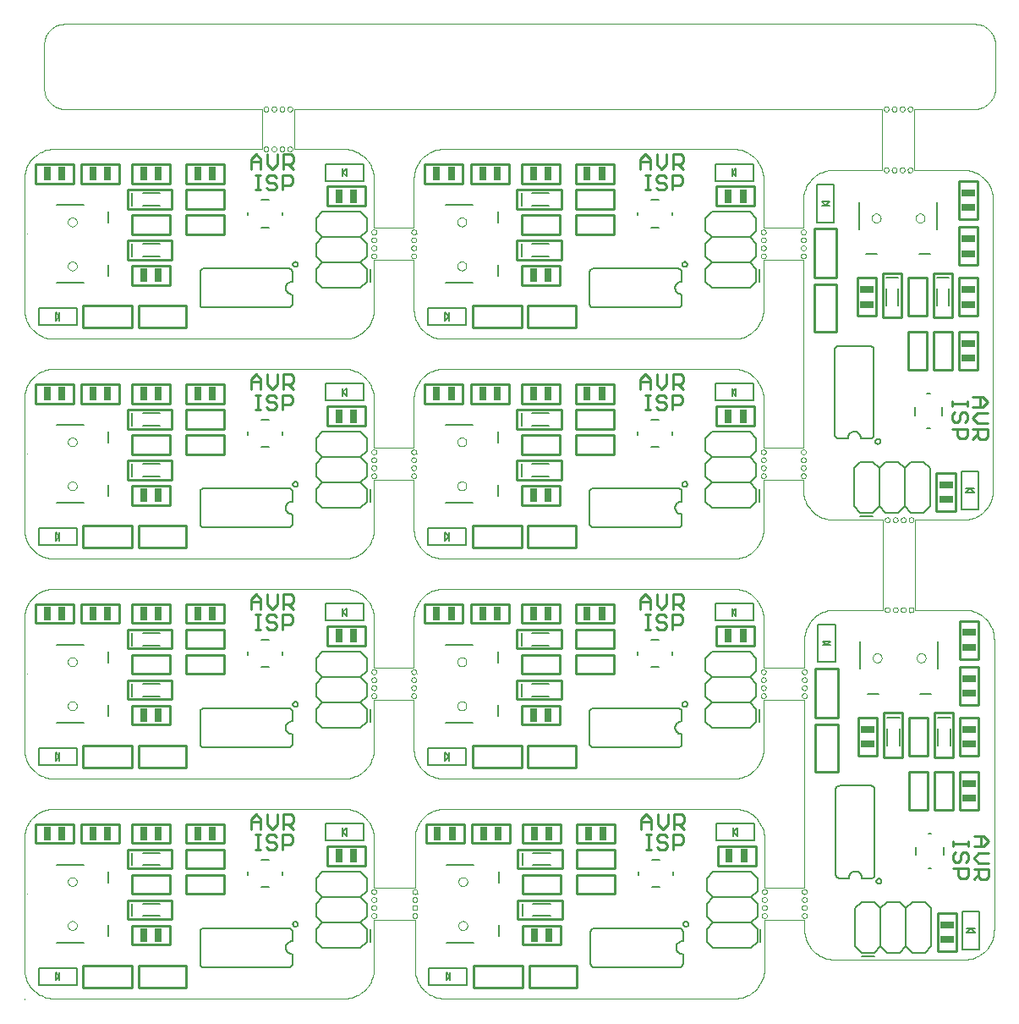
<source format=gto>
G75*
G70*
%OFA0B0*%
%FSLAX24Y24*%
%IPPOS*%
%LPD*%
%AMOC8*
5,1,8,0,0,1.08239X$1,22.5*
%
%ADD10C,0.0000*%
%ADD11C,0.0110*%
%ADD12C,0.0100*%
%ADD13R,0.0256X0.0551*%
%ADD14C,0.0080*%
%ADD15C,0.0040*%
%ADD16C,0.0050*%
%ADD17R,0.0551X0.0256*%
D10*
X000436Y000386D02*
X000436Y000425D01*
X001617Y000425D02*
X013034Y000425D01*
X013100Y000427D01*
X013166Y000432D01*
X013232Y000442D01*
X013297Y000455D01*
X013361Y000471D01*
X013424Y000491D01*
X013486Y000515D01*
X013546Y000542D01*
X013605Y000572D01*
X013662Y000606D01*
X013717Y000643D01*
X013770Y000683D01*
X013821Y000725D01*
X013869Y000771D01*
X013915Y000819D01*
X013957Y000870D01*
X013997Y000923D01*
X014034Y000978D01*
X014068Y001035D01*
X014098Y001094D01*
X014125Y001154D01*
X014149Y001216D01*
X014169Y001279D01*
X014185Y001343D01*
X014198Y001408D01*
X014208Y001474D01*
X014213Y001540D01*
X014215Y001606D01*
X014216Y001606D02*
X014216Y003535D01*
X015830Y003535D01*
X015830Y001606D01*
X015832Y001540D01*
X015837Y001474D01*
X015847Y001408D01*
X015860Y001343D01*
X015876Y001279D01*
X015896Y001216D01*
X015920Y001154D01*
X015947Y001094D01*
X015977Y001035D01*
X016011Y000978D01*
X016048Y000923D01*
X016088Y000870D01*
X016130Y000819D01*
X016176Y000771D01*
X016224Y000725D01*
X016275Y000683D01*
X016328Y000643D01*
X016383Y000606D01*
X016440Y000572D01*
X016499Y000542D01*
X016559Y000515D01*
X016621Y000491D01*
X016684Y000471D01*
X016748Y000455D01*
X016813Y000442D01*
X016879Y000432D01*
X016945Y000427D01*
X017011Y000425D01*
X028428Y000425D01*
X028494Y000427D01*
X028560Y000432D01*
X028626Y000442D01*
X028691Y000455D01*
X028755Y000471D01*
X028818Y000491D01*
X028880Y000515D01*
X028940Y000542D01*
X028999Y000572D01*
X029056Y000606D01*
X029111Y000643D01*
X029164Y000683D01*
X029215Y000725D01*
X029263Y000771D01*
X029309Y000819D01*
X029351Y000870D01*
X029391Y000923D01*
X029428Y000978D01*
X029462Y001035D01*
X029492Y001094D01*
X029519Y001154D01*
X029543Y001216D01*
X029563Y001279D01*
X029579Y001343D01*
X029592Y001408D01*
X029602Y001474D01*
X029607Y001540D01*
X029609Y001606D01*
X029609Y003535D01*
X031184Y003535D01*
X031184Y003142D01*
X031086Y003693D02*
X031088Y003712D01*
X031093Y003731D01*
X031103Y003747D01*
X031115Y003762D01*
X031130Y003774D01*
X031146Y003784D01*
X031165Y003789D01*
X031184Y003791D01*
X031203Y003789D01*
X031222Y003784D01*
X031238Y003774D01*
X031253Y003762D01*
X031265Y003747D01*
X031275Y003731D01*
X031280Y003712D01*
X031282Y003693D01*
X031280Y003674D01*
X031275Y003655D01*
X031265Y003639D01*
X031253Y003624D01*
X031238Y003612D01*
X031222Y003602D01*
X031203Y003597D01*
X031184Y003595D01*
X031165Y003597D01*
X031146Y003602D01*
X031130Y003612D01*
X031115Y003624D01*
X031103Y003639D01*
X031093Y003655D01*
X031088Y003674D01*
X031086Y003693D01*
X031086Y004008D02*
X031088Y004027D01*
X031093Y004046D01*
X031103Y004062D01*
X031115Y004077D01*
X031130Y004089D01*
X031146Y004099D01*
X031165Y004104D01*
X031184Y004106D01*
X031203Y004104D01*
X031222Y004099D01*
X031238Y004089D01*
X031253Y004077D01*
X031265Y004062D01*
X031275Y004046D01*
X031280Y004027D01*
X031282Y004008D01*
X031280Y003989D01*
X031275Y003970D01*
X031265Y003954D01*
X031253Y003939D01*
X031238Y003927D01*
X031222Y003917D01*
X031203Y003912D01*
X031184Y003910D01*
X031165Y003912D01*
X031146Y003917D01*
X031130Y003927D01*
X031115Y003939D01*
X031103Y003954D01*
X031093Y003970D01*
X031088Y003989D01*
X031086Y004008D01*
X031086Y004323D02*
X031088Y004342D01*
X031093Y004361D01*
X031103Y004377D01*
X031115Y004392D01*
X031130Y004404D01*
X031146Y004414D01*
X031165Y004419D01*
X031184Y004421D01*
X031203Y004419D01*
X031222Y004414D01*
X031238Y004404D01*
X031253Y004392D01*
X031265Y004377D01*
X031275Y004361D01*
X031280Y004342D01*
X031282Y004323D01*
X031280Y004304D01*
X031275Y004285D01*
X031265Y004269D01*
X031253Y004254D01*
X031238Y004242D01*
X031222Y004232D01*
X031203Y004227D01*
X031184Y004225D01*
X031165Y004227D01*
X031146Y004232D01*
X031130Y004242D01*
X031115Y004254D01*
X031103Y004269D01*
X031093Y004285D01*
X031088Y004304D01*
X031086Y004323D01*
X031086Y004638D02*
X031088Y004657D01*
X031093Y004676D01*
X031103Y004692D01*
X031115Y004707D01*
X031130Y004719D01*
X031146Y004729D01*
X031165Y004734D01*
X031184Y004736D01*
X031203Y004734D01*
X031222Y004729D01*
X031238Y004719D01*
X031253Y004707D01*
X031265Y004692D01*
X031275Y004676D01*
X031280Y004657D01*
X031282Y004638D01*
X031280Y004619D01*
X031275Y004600D01*
X031265Y004584D01*
X031253Y004569D01*
X031238Y004557D01*
X031222Y004547D01*
X031203Y004542D01*
X031184Y004540D01*
X031165Y004542D01*
X031146Y004547D01*
X031130Y004557D01*
X031115Y004569D01*
X031103Y004584D01*
X031093Y004600D01*
X031088Y004619D01*
X031086Y004638D01*
X031184Y004795D02*
X029609Y004795D01*
X029609Y006724D01*
X029607Y006790D01*
X029602Y006856D01*
X029592Y006922D01*
X029579Y006987D01*
X029563Y007051D01*
X029543Y007114D01*
X029519Y007176D01*
X029492Y007236D01*
X029462Y007295D01*
X029428Y007352D01*
X029391Y007407D01*
X029351Y007460D01*
X029309Y007511D01*
X029263Y007559D01*
X029215Y007605D01*
X029164Y007647D01*
X029111Y007687D01*
X029056Y007724D01*
X028999Y007758D01*
X028940Y007788D01*
X028880Y007815D01*
X028818Y007839D01*
X028755Y007859D01*
X028691Y007875D01*
X028626Y007888D01*
X028560Y007898D01*
X028494Y007903D01*
X028428Y007905D01*
X017011Y007905D01*
X016945Y007903D01*
X016879Y007898D01*
X016813Y007888D01*
X016748Y007875D01*
X016684Y007859D01*
X016621Y007839D01*
X016559Y007815D01*
X016499Y007788D01*
X016440Y007758D01*
X016383Y007724D01*
X016328Y007687D01*
X016275Y007647D01*
X016224Y007605D01*
X016176Y007559D01*
X016130Y007511D01*
X016088Y007460D01*
X016048Y007407D01*
X016011Y007352D01*
X015977Y007295D01*
X015947Y007236D01*
X015920Y007176D01*
X015896Y007114D01*
X015876Y007051D01*
X015860Y006987D01*
X015847Y006922D01*
X015837Y006856D01*
X015832Y006790D01*
X015830Y006724D01*
X015830Y004795D01*
X014216Y004795D01*
X014216Y006724D01*
X014215Y006724D02*
X014213Y006790D01*
X014208Y006856D01*
X014198Y006922D01*
X014185Y006987D01*
X014169Y007051D01*
X014149Y007114D01*
X014125Y007176D01*
X014098Y007236D01*
X014068Y007295D01*
X014034Y007352D01*
X013997Y007407D01*
X013957Y007460D01*
X013915Y007511D01*
X013869Y007559D01*
X013821Y007605D01*
X013770Y007647D01*
X013717Y007687D01*
X013662Y007724D01*
X013605Y007758D01*
X013546Y007788D01*
X013486Y007815D01*
X013424Y007839D01*
X013361Y007859D01*
X013297Y007875D01*
X013232Y007888D01*
X013166Y007898D01*
X013100Y007903D01*
X013034Y007905D01*
X001617Y007905D01*
X001551Y007903D01*
X001485Y007898D01*
X001419Y007888D01*
X001354Y007875D01*
X001290Y007859D01*
X001227Y007839D01*
X001165Y007815D01*
X001105Y007788D01*
X001046Y007758D01*
X000989Y007724D01*
X000934Y007687D01*
X000881Y007647D01*
X000830Y007605D01*
X000782Y007559D01*
X000736Y007511D01*
X000694Y007460D01*
X000654Y007407D01*
X000617Y007352D01*
X000583Y007295D01*
X000553Y007236D01*
X000526Y007176D01*
X000502Y007114D01*
X000482Y007051D01*
X000466Y006987D01*
X000453Y006922D01*
X000443Y006856D01*
X000438Y006790D01*
X000436Y006724D01*
X000436Y001606D01*
X000438Y001540D01*
X000443Y001474D01*
X000453Y001408D01*
X000466Y001343D01*
X000482Y001279D01*
X000502Y001216D01*
X000526Y001154D01*
X000553Y001094D01*
X000583Y001035D01*
X000617Y000978D01*
X000654Y000923D01*
X000694Y000870D01*
X000736Y000819D01*
X000782Y000771D01*
X000830Y000725D01*
X000881Y000683D01*
X000934Y000643D01*
X000989Y000606D01*
X001046Y000572D01*
X001105Y000542D01*
X001165Y000515D01*
X001227Y000491D01*
X001290Y000471D01*
X001354Y000455D01*
X001419Y000442D01*
X001485Y000432D01*
X001551Y000427D01*
X001617Y000425D01*
X002153Y003299D02*
X002155Y003325D01*
X002161Y003351D01*
X002171Y003376D01*
X002184Y003399D01*
X002200Y003419D01*
X002220Y003437D01*
X002242Y003452D01*
X002265Y003464D01*
X002291Y003472D01*
X002317Y003476D01*
X002343Y003476D01*
X002369Y003472D01*
X002395Y003464D01*
X002419Y003452D01*
X002440Y003437D01*
X002460Y003419D01*
X002476Y003399D01*
X002489Y003376D01*
X002499Y003351D01*
X002505Y003325D01*
X002507Y003299D01*
X002505Y003273D01*
X002499Y003247D01*
X002489Y003222D01*
X002476Y003199D01*
X002460Y003179D01*
X002440Y003161D01*
X002418Y003146D01*
X002395Y003134D01*
X002369Y003126D01*
X002343Y003122D01*
X002317Y003122D01*
X002291Y003126D01*
X002265Y003134D01*
X002241Y003146D01*
X002220Y003161D01*
X002200Y003179D01*
X002184Y003199D01*
X002171Y003222D01*
X002161Y003247D01*
X002155Y003273D01*
X002153Y003299D01*
X002153Y005031D02*
X002155Y005057D01*
X002161Y005083D01*
X002171Y005108D01*
X002184Y005131D01*
X002200Y005151D01*
X002220Y005169D01*
X002242Y005184D01*
X002265Y005196D01*
X002291Y005204D01*
X002317Y005208D01*
X002343Y005208D01*
X002369Y005204D01*
X002395Y005196D01*
X002419Y005184D01*
X002440Y005169D01*
X002460Y005151D01*
X002476Y005131D01*
X002489Y005108D01*
X002499Y005083D01*
X002505Y005057D01*
X002507Y005031D01*
X002505Y005005D01*
X002499Y004979D01*
X002489Y004954D01*
X002476Y004931D01*
X002460Y004911D01*
X002440Y004893D01*
X002418Y004878D01*
X002395Y004866D01*
X002369Y004858D01*
X002343Y004854D01*
X002317Y004854D01*
X002291Y004858D01*
X002265Y004866D01*
X002241Y004878D01*
X002220Y004893D01*
X002200Y004911D01*
X002184Y004931D01*
X002171Y004954D01*
X002161Y004979D01*
X002155Y005005D01*
X002153Y005031D01*
X001617Y009086D02*
X013034Y009086D01*
X013034Y009087D02*
X013100Y009089D01*
X013166Y009094D01*
X013232Y009104D01*
X013297Y009117D01*
X013361Y009133D01*
X013424Y009153D01*
X013486Y009177D01*
X013546Y009204D01*
X013605Y009234D01*
X013662Y009268D01*
X013717Y009305D01*
X013770Y009345D01*
X013821Y009387D01*
X013869Y009433D01*
X013915Y009481D01*
X013957Y009532D01*
X013997Y009585D01*
X014034Y009640D01*
X014068Y009697D01*
X014098Y009756D01*
X014125Y009816D01*
X014149Y009878D01*
X014169Y009941D01*
X014185Y010005D01*
X014198Y010070D01*
X014208Y010136D01*
X014213Y010202D01*
X014215Y010268D01*
X014216Y010268D02*
X014216Y012197D01*
X015790Y012197D01*
X015790Y010268D01*
X015792Y010202D01*
X015797Y010136D01*
X015807Y010070D01*
X015820Y010005D01*
X015836Y009941D01*
X015856Y009878D01*
X015880Y009816D01*
X015907Y009756D01*
X015937Y009697D01*
X015971Y009640D01*
X016008Y009585D01*
X016048Y009532D01*
X016090Y009481D01*
X016136Y009433D01*
X016184Y009387D01*
X016235Y009345D01*
X016288Y009305D01*
X016343Y009268D01*
X016400Y009234D01*
X016459Y009204D01*
X016519Y009177D01*
X016581Y009153D01*
X016644Y009133D01*
X016708Y009117D01*
X016773Y009104D01*
X016839Y009094D01*
X016905Y009089D01*
X016971Y009087D01*
X016971Y009086D02*
X028389Y009086D01*
X028389Y009087D02*
X028455Y009089D01*
X028521Y009094D01*
X028587Y009104D01*
X028652Y009117D01*
X028716Y009133D01*
X028779Y009153D01*
X028841Y009177D01*
X028901Y009204D01*
X028960Y009234D01*
X029017Y009268D01*
X029072Y009305D01*
X029125Y009345D01*
X029176Y009387D01*
X029224Y009433D01*
X029270Y009481D01*
X029312Y009532D01*
X029352Y009585D01*
X029389Y009640D01*
X029423Y009697D01*
X029453Y009756D01*
X029480Y009816D01*
X029504Y009878D01*
X029524Y009941D01*
X029540Y010005D01*
X029553Y010070D01*
X029563Y010136D01*
X029568Y010202D01*
X029570Y010268D01*
X029570Y012197D01*
X031184Y012197D01*
X031184Y004795D01*
X029511Y004638D02*
X029513Y004657D01*
X029518Y004676D01*
X029528Y004692D01*
X029540Y004707D01*
X029555Y004719D01*
X029571Y004729D01*
X029590Y004734D01*
X029609Y004736D01*
X029628Y004734D01*
X029647Y004729D01*
X029663Y004719D01*
X029678Y004707D01*
X029690Y004692D01*
X029700Y004676D01*
X029705Y004657D01*
X029707Y004638D01*
X029705Y004619D01*
X029700Y004600D01*
X029690Y004584D01*
X029678Y004569D01*
X029663Y004557D01*
X029647Y004547D01*
X029628Y004542D01*
X029609Y004540D01*
X029590Y004542D01*
X029571Y004547D01*
X029555Y004557D01*
X029540Y004569D01*
X029528Y004584D01*
X029518Y004600D01*
X029513Y004619D01*
X029511Y004638D01*
X029511Y004323D02*
X029513Y004342D01*
X029518Y004361D01*
X029528Y004377D01*
X029540Y004392D01*
X029555Y004404D01*
X029571Y004414D01*
X029590Y004419D01*
X029609Y004421D01*
X029628Y004419D01*
X029647Y004414D01*
X029663Y004404D01*
X029678Y004392D01*
X029690Y004377D01*
X029700Y004361D01*
X029705Y004342D01*
X029707Y004323D01*
X029705Y004304D01*
X029700Y004285D01*
X029690Y004269D01*
X029678Y004254D01*
X029663Y004242D01*
X029647Y004232D01*
X029628Y004227D01*
X029609Y004225D01*
X029590Y004227D01*
X029571Y004232D01*
X029555Y004242D01*
X029540Y004254D01*
X029528Y004269D01*
X029518Y004285D01*
X029513Y004304D01*
X029511Y004323D01*
X029511Y004008D02*
X029513Y004027D01*
X029518Y004046D01*
X029528Y004062D01*
X029540Y004077D01*
X029555Y004089D01*
X029571Y004099D01*
X029590Y004104D01*
X029609Y004106D01*
X029628Y004104D01*
X029647Y004099D01*
X029663Y004089D01*
X029678Y004077D01*
X029690Y004062D01*
X029700Y004046D01*
X029705Y004027D01*
X029707Y004008D01*
X029705Y003989D01*
X029700Y003970D01*
X029690Y003954D01*
X029678Y003939D01*
X029663Y003927D01*
X029647Y003917D01*
X029628Y003912D01*
X029609Y003910D01*
X029590Y003912D01*
X029571Y003917D01*
X029555Y003927D01*
X029540Y003939D01*
X029528Y003954D01*
X029518Y003970D01*
X029513Y003989D01*
X029511Y004008D01*
X029511Y003693D02*
X029513Y003712D01*
X029518Y003731D01*
X029528Y003747D01*
X029540Y003762D01*
X029555Y003774D01*
X029571Y003784D01*
X029590Y003789D01*
X029609Y003791D01*
X029628Y003789D01*
X029647Y003784D01*
X029663Y003774D01*
X029678Y003762D01*
X029690Y003747D01*
X029700Y003731D01*
X029705Y003712D01*
X029707Y003693D01*
X029705Y003674D01*
X029700Y003655D01*
X029690Y003639D01*
X029678Y003624D01*
X029663Y003612D01*
X029647Y003602D01*
X029628Y003597D01*
X029609Y003595D01*
X029590Y003597D01*
X029571Y003602D01*
X029555Y003612D01*
X029540Y003624D01*
X029528Y003639D01*
X029518Y003655D01*
X029513Y003674D01*
X029511Y003693D01*
X031184Y003142D02*
X031186Y003076D01*
X031191Y003010D01*
X031201Y002944D01*
X031214Y002879D01*
X031230Y002815D01*
X031250Y002752D01*
X031274Y002690D01*
X031301Y002630D01*
X031331Y002571D01*
X031365Y002514D01*
X031402Y002459D01*
X031442Y002406D01*
X031484Y002355D01*
X031530Y002307D01*
X031578Y002261D01*
X031629Y002219D01*
X031682Y002179D01*
X031737Y002142D01*
X031794Y002108D01*
X031853Y002078D01*
X031913Y002051D01*
X031975Y002027D01*
X032038Y002007D01*
X032102Y001991D01*
X032167Y001978D01*
X032233Y001968D01*
X032299Y001963D01*
X032365Y001961D01*
X032365Y001960D02*
X037483Y001960D01*
X037483Y001961D02*
X037549Y001963D01*
X037615Y001968D01*
X037681Y001978D01*
X037746Y001991D01*
X037810Y002007D01*
X037873Y002027D01*
X037935Y002051D01*
X037995Y002078D01*
X038054Y002108D01*
X038111Y002142D01*
X038166Y002179D01*
X038219Y002219D01*
X038270Y002261D01*
X038318Y002307D01*
X038364Y002355D01*
X038406Y002406D01*
X038446Y002459D01*
X038483Y002514D01*
X038517Y002571D01*
X038547Y002630D01*
X038574Y002690D01*
X038598Y002752D01*
X038618Y002815D01*
X038634Y002879D01*
X038647Y002944D01*
X038657Y003010D01*
X038662Y003076D01*
X038664Y003142D01*
X038664Y014559D01*
X038662Y014625D01*
X038657Y014691D01*
X038647Y014757D01*
X038634Y014822D01*
X038618Y014886D01*
X038598Y014949D01*
X038574Y015011D01*
X038547Y015071D01*
X038517Y015130D01*
X038483Y015187D01*
X038446Y015242D01*
X038406Y015295D01*
X038364Y015346D01*
X038318Y015394D01*
X038270Y015440D01*
X038219Y015482D01*
X038166Y015522D01*
X038111Y015559D01*
X038054Y015593D01*
X037995Y015623D01*
X037935Y015650D01*
X037873Y015674D01*
X037810Y015694D01*
X037746Y015710D01*
X037681Y015723D01*
X037615Y015733D01*
X037549Y015738D01*
X037483Y015740D01*
X035554Y015740D01*
X035554Y019283D01*
X037444Y019283D01*
X037510Y019285D01*
X037576Y019290D01*
X037642Y019300D01*
X037707Y019313D01*
X037771Y019329D01*
X037834Y019349D01*
X037896Y019373D01*
X037956Y019400D01*
X038015Y019430D01*
X038072Y019464D01*
X038127Y019501D01*
X038180Y019541D01*
X038231Y019583D01*
X038279Y019629D01*
X038325Y019677D01*
X038367Y019728D01*
X038407Y019781D01*
X038444Y019836D01*
X038478Y019893D01*
X038508Y019952D01*
X038535Y020012D01*
X038559Y020074D01*
X038579Y020137D01*
X038595Y020201D01*
X038608Y020266D01*
X038618Y020332D01*
X038623Y020398D01*
X038625Y020464D01*
X038625Y031882D01*
X038623Y031948D01*
X038618Y032014D01*
X038608Y032080D01*
X038595Y032145D01*
X038579Y032209D01*
X038559Y032272D01*
X038535Y032334D01*
X038508Y032394D01*
X038478Y032453D01*
X038444Y032510D01*
X038407Y032565D01*
X038367Y032618D01*
X038325Y032669D01*
X038279Y032717D01*
X038231Y032763D01*
X038180Y032805D01*
X038127Y032845D01*
X038072Y032882D01*
X038015Y032916D01*
X037956Y032946D01*
X037896Y032973D01*
X037834Y032997D01*
X037771Y033017D01*
X037707Y033033D01*
X037642Y033046D01*
X037576Y033056D01*
X037510Y033061D01*
X037444Y033063D01*
X035515Y033063D01*
X035515Y035464D01*
X037916Y035464D01*
X037916Y035465D02*
X037970Y035467D01*
X038023Y035472D01*
X038076Y035481D01*
X038128Y035494D01*
X038180Y035510D01*
X038230Y035530D01*
X038278Y035553D01*
X038325Y035580D01*
X038370Y035609D01*
X038413Y035642D01*
X038453Y035677D01*
X038491Y035715D01*
X038526Y035755D01*
X038559Y035798D01*
X038588Y035843D01*
X038615Y035890D01*
X038638Y035938D01*
X038658Y035988D01*
X038674Y036040D01*
X038687Y036092D01*
X038696Y036145D01*
X038701Y036198D01*
X038703Y036252D01*
X038704Y036252D02*
X038704Y038023D01*
X038703Y038023D02*
X038701Y038077D01*
X038696Y038130D01*
X038687Y038183D01*
X038674Y038235D01*
X038658Y038287D01*
X038638Y038337D01*
X038615Y038385D01*
X038588Y038432D01*
X038559Y038477D01*
X038526Y038520D01*
X038491Y038560D01*
X038453Y038598D01*
X038413Y038633D01*
X038370Y038666D01*
X038325Y038695D01*
X038278Y038722D01*
X038230Y038745D01*
X038180Y038765D01*
X038128Y038781D01*
X038076Y038794D01*
X038023Y038803D01*
X037970Y038808D01*
X037916Y038810D01*
X037916Y038811D02*
X002011Y038811D01*
X002011Y038810D02*
X001957Y038808D01*
X001904Y038803D01*
X001851Y038794D01*
X001799Y038781D01*
X001747Y038765D01*
X001697Y038745D01*
X001649Y038722D01*
X001602Y038695D01*
X001557Y038666D01*
X001514Y038633D01*
X001474Y038598D01*
X001436Y038560D01*
X001401Y038520D01*
X001368Y038477D01*
X001339Y038432D01*
X001312Y038385D01*
X001289Y038337D01*
X001269Y038287D01*
X001253Y038235D01*
X001240Y038183D01*
X001231Y038130D01*
X001226Y038077D01*
X001224Y038023D01*
X001223Y038023D02*
X001223Y036252D01*
X001224Y036252D02*
X001226Y036198D01*
X001231Y036145D01*
X001240Y036092D01*
X001253Y036040D01*
X001269Y035988D01*
X001289Y035938D01*
X001312Y035890D01*
X001339Y035843D01*
X001368Y035798D01*
X001401Y035755D01*
X001436Y035715D01*
X001474Y035677D01*
X001514Y035642D01*
X001557Y035609D01*
X001602Y035580D01*
X001649Y035553D01*
X001697Y035530D01*
X001747Y035510D01*
X001799Y035494D01*
X001851Y035481D01*
X001904Y035472D01*
X001957Y035467D01*
X002011Y035465D01*
X002011Y035464D02*
X009806Y035464D01*
X009806Y033890D01*
X001617Y033890D01*
X001617Y033889D02*
X001551Y033887D01*
X001485Y033882D01*
X001419Y033872D01*
X001354Y033859D01*
X001290Y033843D01*
X001227Y033823D01*
X001165Y033799D01*
X001105Y033772D01*
X001046Y033742D01*
X000989Y033708D01*
X000934Y033671D01*
X000881Y033631D01*
X000830Y033589D01*
X000782Y033543D01*
X000736Y033495D01*
X000694Y033444D01*
X000654Y033391D01*
X000617Y033336D01*
X000583Y033279D01*
X000553Y033220D01*
X000526Y033160D01*
X000502Y033098D01*
X000482Y033035D01*
X000466Y032971D01*
X000453Y032906D01*
X000443Y032840D01*
X000438Y032774D01*
X000436Y032708D01*
X000436Y027590D01*
X000438Y027524D01*
X000443Y027458D01*
X000453Y027392D01*
X000466Y027327D01*
X000482Y027263D01*
X000502Y027200D01*
X000526Y027138D01*
X000553Y027078D01*
X000583Y027019D01*
X000617Y026962D01*
X000654Y026907D01*
X000694Y026854D01*
X000736Y026803D01*
X000782Y026755D01*
X000830Y026709D01*
X000881Y026667D01*
X000934Y026627D01*
X000989Y026590D01*
X001046Y026556D01*
X001105Y026526D01*
X001165Y026499D01*
X001227Y026475D01*
X001290Y026455D01*
X001354Y026439D01*
X001419Y026426D01*
X001485Y026416D01*
X001551Y026411D01*
X001617Y026409D01*
X013034Y026409D01*
X013034Y025228D02*
X001617Y025228D01*
X001551Y025226D01*
X001485Y025221D01*
X001419Y025211D01*
X001354Y025198D01*
X001290Y025182D01*
X001227Y025162D01*
X001165Y025138D01*
X001105Y025111D01*
X001046Y025081D01*
X000989Y025047D01*
X000934Y025010D01*
X000881Y024970D01*
X000830Y024928D01*
X000782Y024882D01*
X000736Y024834D01*
X000694Y024783D01*
X000654Y024730D01*
X000617Y024675D01*
X000583Y024618D01*
X000553Y024559D01*
X000526Y024499D01*
X000502Y024437D01*
X000482Y024374D01*
X000466Y024310D01*
X000453Y024245D01*
X000443Y024179D01*
X000438Y024113D01*
X000436Y024047D01*
X000436Y018929D01*
X000438Y018863D01*
X000443Y018797D01*
X000453Y018731D01*
X000466Y018666D01*
X000482Y018602D01*
X000502Y018539D01*
X000526Y018477D01*
X000553Y018417D01*
X000583Y018358D01*
X000617Y018301D01*
X000654Y018246D01*
X000694Y018193D01*
X000736Y018142D01*
X000782Y018094D01*
X000830Y018048D01*
X000881Y018006D01*
X000934Y017966D01*
X000989Y017929D01*
X001046Y017895D01*
X001105Y017865D01*
X001165Y017838D01*
X001227Y017814D01*
X001290Y017794D01*
X001354Y017778D01*
X001419Y017765D01*
X001485Y017755D01*
X001551Y017750D01*
X001617Y017748D01*
X013034Y017748D01*
X013100Y017750D01*
X013166Y017755D01*
X013232Y017765D01*
X013297Y017778D01*
X013361Y017794D01*
X013424Y017814D01*
X013486Y017838D01*
X013546Y017865D01*
X013605Y017895D01*
X013662Y017929D01*
X013717Y017966D01*
X013770Y018006D01*
X013821Y018048D01*
X013869Y018094D01*
X013915Y018142D01*
X013957Y018193D01*
X013997Y018246D01*
X014034Y018301D01*
X014068Y018358D01*
X014098Y018417D01*
X014125Y018477D01*
X014149Y018539D01*
X014169Y018602D01*
X014185Y018666D01*
X014198Y018731D01*
X014208Y018797D01*
X014213Y018863D01*
X014215Y018929D01*
X014216Y018929D02*
X014216Y020858D01*
X015790Y020858D01*
X015790Y018929D01*
X015792Y018863D01*
X015797Y018797D01*
X015807Y018731D01*
X015820Y018666D01*
X015836Y018602D01*
X015856Y018539D01*
X015880Y018477D01*
X015907Y018417D01*
X015937Y018358D01*
X015971Y018301D01*
X016008Y018246D01*
X016048Y018193D01*
X016090Y018142D01*
X016136Y018094D01*
X016184Y018048D01*
X016235Y018006D01*
X016288Y017966D01*
X016343Y017929D01*
X016400Y017895D01*
X016459Y017865D01*
X016519Y017838D01*
X016581Y017814D01*
X016644Y017794D01*
X016708Y017778D01*
X016773Y017765D01*
X016839Y017755D01*
X016905Y017750D01*
X016971Y017748D01*
X028389Y017748D01*
X028455Y017750D01*
X028521Y017755D01*
X028587Y017765D01*
X028652Y017778D01*
X028716Y017794D01*
X028779Y017814D01*
X028841Y017838D01*
X028901Y017865D01*
X028960Y017895D01*
X029017Y017929D01*
X029072Y017966D01*
X029125Y018006D01*
X029176Y018048D01*
X029224Y018094D01*
X029270Y018142D01*
X029312Y018193D01*
X029352Y018246D01*
X029389Y018301D01*
X029423Y018358D01*
X029453Y018417D01*
X029480Y018477D01*
X029504Y018539D01*
X029524Y018602D01*
X029540Y018666D01*
X029553Y018731D01*
X029563Y018797D01*
X029568Y018863D01*
X029570Y018929D01*
X029570Y020858D01*
X031145Y020858D01*
X031145Y020464D01*
X031047Y021016D02*
X031049Y021035D01*
X031054Y021054D01*
X031064Y021070D01*
X031076Y021085D01*
X031091Y021097D01*
X031107Y021107D01*
X031126Y021112D01*
X031145Y021114D01*
X031164Y021112D01*
X031183Y021107D01*
X031199Y021097D01*
X031214Y021085D01*
X031226Y021070D01*
X031236Y021054D01*
X031241Y021035D01*
X031243Y021016D01*
X031241Y020997D01*
X031236Y020978D01*
X031226Y020962D01*
X031214Y020947D01*
X031199Y020935D01*
X031183Y020925D01*
X031164Y020920D01*
X031145Y020918D01*
X031126Y020920D01*
X031107Y020925D01*
X031091Y020935D01*
X031076Y020947D01*
X031064Y020962D01*
X031054Y020978D01*
X031049Y020997D01*
X031047Y021016D01*
X031047Y021331D02*
X031049Y021350D01*
X031054Y021369D01*
X031064Y021385D01*
X031076Y021400D01*
X031091Y021412D01*
X031107Y021422D01*
X031126Y021427D01*
X031145Y021429D01*
X031164Y021427D01*
X031183Y021422D01*
X031199Y021412D01*
X031214Y021400D01*
X031226Y021385D01*
X031236Y021369D01*
X031241Y021350D01*
X031243Y021331D01*
X031241Y021312D01*
X031236Y021293D01*
X031226Y021277D01*
X031214Y021262D01*
X031199Y021250D01*
X031183Y021240D01*
X031164Y021235D01*
X031145Y021233D01*
X031126Y021235D01*
X031107Y021240D01*
X031091Y021250D01*
X031076Y021262D01*
X031064Y021277D01*
X031054Y021293D01*
X031049Y021312D01*
X031047Y021331D01*
X031047Y021645D02*
X031049Y021664D01*
X031054Y021683D01*
X031064Y021699D01*
X031076Y021714D01*
X031091Y021726D01*
X031107Y021736D01*
X031126Y021741D01*
X031145Y021743D01*
X031164Y021741D01*
X031183Y021736D01*
X031199Y021726D01*
X031214Y021714D01*
X031226Y021699D01*
X031236Y021683D01*
X031241Y021664D01*
X031243Y021645D01*
X031241Y021626D01*
X031236Y021607D01*
X031226Y021591D01*
X031214Y021576D01*
X031199Y021564D01*
X031183Y021554D01*
X031164Y021549D01*
X031145Y021547D01*
X031126Y021549D01*
X031107Y021554D01*
X031091Y021564D01*
X031076Y021576D01*
X031064Y021591D01*
X031054Y021607D01*
X031049Y021626D01*
X031047Y021645D01*
X031047Y021960D02*
X031049Y021979D01*
X031054Y021998D01*
X031064Y022014D01*
X031076Y022029D01*
X031091Y022041D01*
X031107Y022051D01*
X031126Y022056D01*
X031145Y022058D01*
X031164Y022056D01*
X031183Y022051D01*
X031199Y022041D01*
X031214Y022029D01*
X031226Y022014D01*
X031236Y021998D01*
X031241Y021979D01*
X031243Y021960D01*
X031241Y021941D01*
X031236Y021922D01*
X031226Y021906D01*
X031214Y021891D01*
X031199Y021879D01*
X031183Y021869D01*
X031164Y021864D01*
X031145Y021862D01*
X031126Y021864D01*
X031107Y021869D01*
X031091Y021879D01*
X031076Y021891D01*
X031064Y021906D01*
X031054Y021922D01*
X031049Y021941D01*
X031047Y021960D01*
X031145Y022118D02*
X029570Y022118D01*
X029570Y024047D01*
X029568Y024113D01*
X029563Y024179D01*
X029553Y024245D01*
X029540Y024310D01*
X029524Y024374D01*
X029504Y024437D01*
X029480Y024499D01*
X029453Y024559D01*
X029423Y024618D01*
X029389Y024675D01*
X029352Y024730D01*
X029312Y024783D01*
X029270Y024834D01*
X029224Y024882D01*
X029176Y024928D01*
X029125Y024970D01*
X029072Y025010D01*
X029017Y025047D01*
X028960Y025081D01*
X028901Y025111D01*
X028841Y025138D01*
X028779Y025162D01*
X028716Y025182D01*
X028652Y025198D01*
X028587Y025211D01*
X028521Y025221D01*
X028455Y025226D01*
X028389Y025228D01*
X016971Y025228D01*
X016905Y025226D01*
X016839Y025221D01*
X016773Y025211D01*
X016708Y025198D01*
X016644Y025182D01*
X016581Y025162D01*
X016519Y025138D01*
X016459Y025111D01*
X016400Y025081D01*
X016343Y025047D01*
X016288Y025010D01*
X016235Y024970D01*
X016184Y024928D01*
X016136Y024882D01*
X016090Y024834D01*
X016048Y024783D01*
X016008Y024730D01*
X015971Y024675D01*
X015937Y024618D01*
X015907Y024559D01*
X015880Y024499D01*
X015856Y024437D01*
X015836Y024374D01*
X015820Y024310D01*
X015807Y024245D01*
X015797Y024179D01*
X015792Y024113D01*
X015790Y024047D01*
X015790Y022118D01*
X014216Y022118D01*
X014216Y024047D01*
X014215Y024047D02*
X014213Y024113D01*
X014208Y024179D01*
X014198Y024245D01*
X014185Y024310D01*
X014169Y024374D01*
X014149Y024437D01*
X014125Y024499D01*
X014098Y024559D01*
X014068Y024618D01*
X014034Y024675D01*
X013997Y024730D01*
X013957Y024783D01*
X013915Y024834D01*
X013869Y024882D01*
X013821Y024928D01*
X013770Y024970D01*
X013717Y025010D01*
X013662Y025047D01*
X013605Y025081D01*
X013546Y025111D01*
X013486Y025138D01*
X013424Y025162D01*
X013361Y025182D01*
X013297Y025198D01*
X013232Y025211D01*
X013166Y025221D01*
X013100Y025226D01*
X013034Y025228D01*
X013034Y026409D02*
X013100Y026411D01*
X013166Y026416D01*
X013232Y026426D01*
X013297Y026439D01*
X013361Y026455D01*
X013424Y026475D01*
X013486Y026499D01*
X013546Y026526D01*
X013605Y026556D01*
X013662Y026590D01*
X013717Y026627D01*
X013770Y026667D01*
X013821Y026709D01*
X013869Y026755D01*
X013915Y026803D01*
X013957Y026854D01*
X013997Y026907D01*
X014034Y026962D01*
X014068Y027019D01*
X014098Y027078D01*
X014125Y027138D01*
X014149Y027200D01*
X014169Y027263D01*
X014185Y027327D01*
X014198Y027392D01*
X014208Y027458D01*
X014213Y027524D01*
X014215Y027590D01*
X014216Y027590D02*
X014216Y029519D01*
X015790Y029519D01*
X015790Y027590D01*
X015792Y027524D01*
X015797Y027458D01*
X015807Y027392D01*
X015820Y027327D01*
X015836Y027263D01*
X015856Y027200D01*
X015880Y027138D01*
X015907Y027078D01*
X015937Y027019D01*
X015971Y026962D01*
X016008Y026907D01*
X016048Y026854D01*
X016090Y026803D01*
X016136Y026755D01*
X016184Y026709D01*
X016235Y026667D01*
X016288Y026627D01*
X016343Y026590D01*
X016400Y026556D01*
X016459Y026526D01*
X016519Y026499D01*
X016581Y026475D01*
X016644Y026455D01*
X016708Y026439D01*
X016773Y026426D01*
X016839Y026416D01*
X016905Y026411D01*
X016971Y026409D01*
X028389Y026409D01*
X028455Y026411D01*
X028521Y026416D01*
X028587Y026426D01*
X028652Y026439D01*
X028716Y026455D01*
X028779Y026475D01*
X028841Y026499D01*
X028901Y026526D01*
X028960Y026556D01*
X029017Y026590D01*
X029072Y026627D01*
X029125Y026667D01*
X029176Y026709D01*
X029224Y026755D01*
X029270Y026803D01*
X029312Y026854D01*
X029352Y026907D01*
X029389Y026962D01*
X029423Y027019D01*
X029453Y027078D01*
X029480Y027138D01*
X029504Y027200D01*
X029524Y027263D01*
X029540Y027327D01*
X029553Y027392D01*
X029563Y027458D01*
X029568Y027524D01*
X029570Y027590D01*
X029570Y029519D01*
X031145Y029519D01*
X031145Y022118D01*
X029472Y021960D02*
X029474Y021979D01*
X029479Y021998D01*
X029489Y022014D01*
X029501Y022029D01*
X029516Y022041D01*
X029532Y022051D01*
X029551Y022056D01*
X029570Y022058D01*
X029589Y022056D01*
X029608Y022051D01*
X029624Y022041D01*
X029639Y022029D01*
X029651Y022014D01*
X029661Y021998D01*
X029666Y021979D01*
X029668Y021960D01*
X029666Y021941D01*
X029661Y021922D01*
X029651Y021906D01*
X029639Y021891D01*
X029624Y021879D01*
X029608Y021869D01*
X029589Y021864D01*
X029570Y021862D01*
X029551Y021864D01*
X029532Y021869D01*
X029516Y021879D01*
X029501Y021891D01*
X029489Y021906D01*
X029479Y021922D01*
X029474Y021941D01*
X029472Y021960D01*
X029472Y021645D02*
X029474Y021664D01*
X029479Y021683D01*
X029489Y021699D01*
X029501Y021714D01*
X029516Y021726D01*
X029532Y021736D01*
X029551Y021741D01*
X029570Y021743D01*
X029589Y021741D01*
X029608Y021736D01*
X029624Y021726D01*
X029639Y021714D01*
X029651Y021699D01*
X029661Y021683D01*
X029666Y021664D01*
X029668Y021645D01*
X029666Y021626D01*
X029661Y021607D01*
X029651Y021591D01*
X029639Y021576D01*
X029624Y021564D01*
X029608Y021554D01*
X029589Y021549D01*
X029570Y021547D01*
X029551Y021549D01*
X029532Y021554D01*
X029516Y021564D01*
X029501Y021576D01*
X029489Y021591D01*
X029479Y021607D01*
X029474Y021626D01*
X029472Y021645D01*
X029472Y021331D02*
X029474Y021350D01*
X029479Y021369D01*
X029489Y021385D01*
X029501Y021400D01*
X029516Y021412D01*
X029532Y021422D01*
X029551Y021427D01*
X029570Y021429D01*
X029589Y021427D01*
X029608Y021422D01*
X029624Y021412D01*
X029639Y021400D01*
X029651Y021385D01*
X029661Y021369D01*
X029666Y021350D01*
X029668Y021331D01*
X029666Y021312D01*
X029661Y021293D01*
X029651Y021277D01*
X029639Y021262D01*
X029624Y021250D01*
X029608Y021240D01*
X029589Y021235D01*
X029570Y021233D01*
X029551Y021235D01*
X029532Y021240D01*
X029516Y021250D01*
X029501Y021262D01*
X029489Y021277D01*
X029479Y021293D01*
X029474Y021312D01*
X029472Y021331D01*
X029472Y021016D02*
X029474Y021035D01*
X029479Y021054D01*
X029489Y021070D01*
X029501Y021085D01*
X029516Y021097D01*
X029532Y021107D01*
X029551Y021112D01*
X029570Y021114D01*
X029589Y021112D01*
X029608Y021107D01*
X029624Y021097D01*
X029639Y021085D01*
X029651Y021070D01*
X029661Y021054D01*
X029666Y021035D01*
X029668Y021016D01*
X029666Y020997D01*
X029661Y020978D01*
X029651Y020962D01*
X029639Y020947D01*
X029624Y020935D01*
X029608Y020925D01*
X029589Y020920D01*
X029570Y020918D01*
X029551Y020920D01*
X029532Y020925D01*
X029516Y020935D01*
X029501Y020947D01*
X029489Y020962D01*
X029479Y020978D01*
X029474Y020997D01*
X029472Y021016D01*
X031145Y020464D02*
X031147Y020398D01*
X031152Y020332D01*
X031162Y020266D01*
X031175Y020201D01*
X031191Y020137D01*
X031211Y020074D01*
X031235Y020012D01*
X031262Y019952D01*
X031292Y019893D01*
X031326Y019836D01*
X031363Y019781D01*
X031403Y019728D01*
X031445Y019677D01*
X031491Y019629D01*
X031539Y019583D01*
X031590Y019541D01*
X031643Y019501D01*
X031698Y019464D01*
X031755Y019430D01*
X031814Y019400D01*
X031874Y019373D01*
X031936Y019349D01*
X031999Y019329D01*
X032063Y019313D01*
X032128Y019300D01*
X032194Y019290D01*
X032260Y019285D01*
X032326Y019283D01*
X034294Y019283D01*
X034294Y015740D01*
X032365Y015740D01*
X032299Y015738D01*
X032233Y015733D01*
X032167Y015723D01*
X032102Y015710D01*
X032038Y015694D01*
X031975Y015674D01*
X031913Y015650D01*
X031853Y015623D01*
X031794Y015593D01*
X031737Y015559D01*
X031682Y015522D01*
X031629Y015482D01*
X031578Y015440D01*
X031530Y015394D01*
X031484Y015346D01*
X031442Y015295D01*
X031402Y015242D01*
X031365Y015187D01*
X031331Y015130D01*
X031301Y015071D01*
X031274Y015011D01*
X031250Y014949D01*
X031230Y014886D01*
X031214Y014822D01*
X031201Y014757D01*
X031191Y014691D01*
X031186Y014625D01*
X031184Y014559D01*
X031184Y013456D01*
X029570Y013456D01*
X029570Y015386D01*
X029568Y015452D01*
X029563Y015518D01*
X029553Y015584D01*
X029540Y015649D01*
X029524Y015713D01*
X029504Y015776D01*
X029480Y015838D01*
X029453Y015898D01*
X029423Y015957D01*
X029389Y016014D01*
X029352Y016069D01*
X029312Y016122D01*
X029270Y016173D01*
X029224Y016221D01*
X029176Y016267D01*
X029125Y016309D01*
X029072Y016349D01*
X029017Y016386D01*
X028960Y016420D01*
X028901Y016450D01*
X028841Y016477D01*
X028779Y016501D01*
X028716Y016521D01*
X028652Y016537D01*
X028587Y016550D01*
X028521Y016560D01*
X028455Y016565D01*
X028389Y016567D01*
X016971Y016567D01*
X016905Y016565D01*
X016839Y016560D01*
X016773Y016550D01*
X016708Y016537D01*
X016644Y016521D01*
X016581Y016501D01*
X016519Y016477D01*
X016459Y016450D01*
X016400Y016420D01*
X016343Y016386D01*
X016288Y016349D01*
X016235Y016309D01*
X016184Y016267D01*
X016136Y016221D01*
X016090Y016173D01*
X016048Y016122D01*
X016008Y016069D01*
X015971Y016014D01*
X015937Y015957D01*
X015907Y015898D01*
X015880Y015838D01*
X015856Y015776D01*
X015836Y015713D01*
X015820Y015649D01*
X015807Y015584D01*
X015797Y015518D01*
X015792Y015452D01*
X015790Y015386D01*
X015790Y013456D01*
X014216Y013456D01*
X014216Y015386D01*
X014215Y015386D02*
X014213Y015452D01*
X014208Y015518D01*
X014198Y015584D01*
X014185Y015649D01*
X014169Y015713D01*
X014149Y015776D01*
X014125Y015838D01*
X014098Y015898D01*
X014068Y015957D01*
X014034Y016014D01*
X013997Y016069D01*
X013957Y016122D01*
X013915Y016173D01*
X013869Y016221D01*
X013821Y016267D01*
X013770Y016309D01*
X013717Y016349D01*
X013662Y016386D01*
X013605Y016420D01*
X013546Y016450D01*
X013486Y016477D01*
X013424Y016501D01*
X013361Y016521D01*
X013297Y016537D01*
X013232Y016550D01*
X013166Y016560D01*
X013100Y016565D01*
X013034Y016567D01*
X001617Y016567D01*
X001551Y016565D01*
X001485Y016560D01*
X001419Y016550D01*
X001354Y016537D01*
X001290Y016521D01*
X001227Y016501D01*
X001165Y016477D01*
X001105Y016450D01*
X001046Y016420D01*
X000989Y016386D01*
X000934Y016349D01*
X000881Y016309D01*
X000830Y016267D01*
X000782Y016221D01*
X000736Y016173D01*
X000694Y016122D01*
X000654Y016069D01*
X000617Y016014D01*
X000583Y015957D01*
X000553Y015898D01*
X000526Y015838D01*
X000502Y015776D01*
X000482Y015713D01*
X000466Y015649D01*
X000453Y015584D01*
X000443Y015518D01*
X000438Y015452D01*
X000436Y015386D01*
X000436Y010268D01*
X000438Y010202D01*
X000443Y010136D01*
X000453Y010070D01*
X000466Y010005D01*
X000482Y009941D01*
X000502Y009878D01*
X000526Y009816D01*
X000553Y009756D01*
X000583Y009697D01*
X000617Y009640D01*
X000654Y009585D01*
X000694Y009532D01*
X000736Y009481D01*
X000782Y009433D01*
X000830Y009387D01*
X000881Y009345D01*
X000934Y009305D01*
X000989Y009268D01*
X001046Y009234D01*
X001105Y009204D01*
X001165Y009177D01*
X001227Y009153D01*
X001290Y009133D01*
X001354Y009117D01*
X001419Y009104D01*
X001485Y009094D01*
X001551Y009089D01*
X001617Y009087D01*
X002153Y011960D02*
X002155Y011986D01*
X002161Y012012D01*
X002171Y012037D01*
X002184Y012060D01*
X002200Y012080D01*
X002220Y012098D01*
X002242Y012113D01*
X002265Y012125D01*
X002291Y012133D01*
X002317Y012137D01*
X002343Y012137D01*
X002369Y012133D01*
X002395Y012125D01*
X002419Y012113D01*
X002440Y012098D01*
X002460Y012080D01*
X002476Y012060D01*
X002489Y012037D01*
X002499Y012012D01*
X002505Y011986D01*
X002507Y011960D01*
X002505Y011934D01*
X002499Y011908D01*
X002489Y011883D01*
X002476Y011860D01*
X002460Y011840D01*
X002440Y011822D01*
X002418Y011807D01*
X002395Y011795D01*
X002369Y011787D01*
X002343Y011783D01*
X002317Y011783D01*
X002291Y011787D01*
X002265Y011795D01*
X002241Y011807D01*
X002220Y011822D01*
X002200Y011840D01*
X002184Y011860D01*
X002171Y011883D01*
X002161Y011908D01*
X002155Y011934D01*
X002153Y011960D01*
X002153Y013693D02*
X002155Y013719D01*
X002161Y013745D01*
X002171Y013770D01*
X002184Y013793D01*
X002200Y013813D01*
X002220Y013831D01*
X002242Y013846D01*
X002265Y013858D01*
X002291Y013866D01*
X002317Y013870D01*
X002343Y013870D01*
X002369Y013866D01*
X002395Y013858D01*
X002419Y013846D01*
X002440Y013831D01*
X002460Y013813D01*
X002476Y013793D01*
X002489Y013770D01*
X002499Y013745D01*
X002505Y013719D01*
X002507Y013693D01*
X002505Y013667D01*
X002499Y013641D01*
X002489Y013616D01*
X002476Y013593D01*
X002460Y013573D01*
X002440Y013555D01*
X002418Y013540D01*
X002395Y013528D01*
X002369Y013520D01*
X002343Y013516D01*
X002317Y013516D01*
X002291Y013520D01*
X002265Y013528D01*
X002241Y013540D01*
X002220Y013555D01*
X002200Y013573D01*
X002184Y013593D01*
X002171Y013616D01*
X002161Y013641D01*
X002155Y013667D01*
X002153Y013693D01*
X002153Y020622D02*
X002155Y020648D01*
X002161Y020674D01*
X002171Y020699D01*
X002184Y020722D01*
X002200Y020742D01*
X002220Y020760D01*
X002242Y020775D01*
X002265Y020787D01*
X002291Y020795D01*
X002317Y020799D01*
X002343Y020799D01*
X002369Y020795D01*
X002395Y020787D01*
X002419Y020775D01*
X002440Y020760D01*
X002460Y020742D01*
X002476Y020722D01*
X002489Y020699D01*
X002499Y020674D01*
X002505Y020648D01*
X002507Y020622D01*
X002505Y020596D01*
X002499Y020570D01*
X002489Y020545D01*
X002476Y020522D01*
X002460Y020502D01*
X002440Y020484D01*
X002418Y020469D01*
X002395Y020457D01*
X002369Y020449D01*
X002343Y020445D01*
X002317Y020445D01*
X002291Y020449D01*
X002265Y020457D01*
X002241Y020469D01*
X002220Y020484D01*
X002200Y020502D01*
X002184Y020522D01*
X002171Y020545D01*
X002161Y020570D01*
X002155Y020596D01*
X002153Y020622D01*
X002153Y022354D02*
X002155Y022380D01*
X002161Y022406D01*
X002171Y022431D01*
X002184Y022454D01*
X002200Y022474D01*
X002220Y022492D01*
X002242Y022507D01*
X002265Y022519D01*
X002291Y022527D01*
X002317Y022531D01*
X002343Y022531D01*
X002369Y022527D01*
X002395Y022519D01*
X002419Y022507D01*
X002440Y022492D01*
X002460Y022474D01*
X002476Y022454D01*
X002489Y022431D01*
X002499Y022406D01*
X002505Y022380D01*
X002507Y022354D01*
X002505Y022328D01*
X002499Y022302D01*
X002489Y022277D01*
X002476Y022254D01*
X002460Y022234D01*
X002440Y022216D01*
X002418Y022201D01*
X002395Y022189D01*
X002369Y022181D01*
X002343Y022177D01*
X002317Y022177D01*
X002291Y022181D01*
X002265Y022189D01*
X002241Y022201D01*
X002220Y022216D01*
X002200Y022234D01*
X002184Y022254D01*
X002171Y022277D01*
X002161Y022302D01*
X002155Y022328D01*
X002153Y022354D01*
X002153Y029283D02*
X002155Y029309D01*
X002161Y029335D01*
X002171Y029360D01*
X002184Y029383D01*
X002200Y029403D01*
X002220Y029421D01*
X002242Y029436D01*
X002265Y029448D01*
X002291Y029456D01*
X002317Y029460D01*
X002343Y029460D01*
X002369Y029456D01*
X002395Y029448D01*
X002419Y029436D01*
X002440Y029421D01*
X002460Y029403D01*
X002476Y029383D01*
X002489Y029360D01*
X002499Y029335D01*
X002505Y029309D01*
X002507Y029283D01*
X002505Y029257D01*
X002499Y029231D01*
X002489Y029206D01*
X002476Y029183D01*
X002460Y029163D01*
X002440Y029145D01*
X002418Y029130D01*
X002395Y029118D01*
X002369Y029110D01*
X002343Y029106D01*
X002317Y029106D01*
X002291Y029110D01*
X002265Y029118D01*
X002241Y029130D01*
X002220Y029145D01*
X002200Y029163D01*
X002184Y029183D01*
X002171Y029206D01*
X002161Y029231D01*
X002155Y029257D01*
X002153Y029283D01*
X002153Y031016D02*
X002155Y031042D01*
X002161Y031068D01*
X002171Y031093D01*
X002184Y031116D01*
X002200Y031136D01*
X002220Y031154D01*
X002242Y031169D01*
X002265Y031181D01*
X002291Y031189D01*
X002317Y031193D01*
X002343Y031193D01*
X002369Y031189D01*
X002395Y031181D01*
X002419Y031169D01*
X002440Y031154D01*
X002460Y031136D01*
X002476Y031116D01*
X002489Y031093D01*
X002499Y031068D01*
X002505Y031042D01*
X002507Y031016D01*
X002505Y030990D01*
X002499Y030964D01*
X002489Y030939D01*
X002476Y030916D01*
X002460Y030896D01*
X002440Y030878D01*
X002418Y030863D01*
X002395Y030851D01*
X002369Y030843D01*
X002343Y030839D01*
X002317Y030839D01*
X002291Y030843D01*
X002265Y030851D01*
X002241Y030863D01*
X002220Y030878D01*
X002200Y030896D01*
X002184Y030916D01*
X002171Y030939D01*
X002161Y030964D01*
X002155Y030990D01*
X002153Y031016D01*
X009866Y033890D02*
X009868Y033909D01*
X009873Y033928D01*
X009883Y033944D01*
X009895Y033959D01*
X009910Y033971D01*
X009926Y033981D01*
X009945Y033986D01*
X009964Y033988D01*
X009983Y033986D01*
X010002Y033981D01*
X010018Y033971D01*
X010033Y033959D01*
X010045Y033944D01*
X010055Y033928D01*
X010060Y033909D01*
X010062Y033890D01*
X010060Y033871D01*
X010055Y033852D01*
X010045Y033836D01*
X010033Y033821D01*
X010018Y033809D01*
X010002Y033799D01*
X009983Y033794D01*
X009964Y033792D01*
X009945Y033794D01*
X009926Y033799D01*
X009910Y033809D01*
X009895Y033821D01*
X009883Y033836D01*
X009873Y033852D01*
X009868Y033871D01*
X009866Y033890D01*
X010181Y033890D02*
X010183Y033909D01*
X010188Y033928D01*
X010198Y033944D01*
X010210Y033959D01*
X010225Y033971D01*
X010241Y033981D01*
X010260Y033986D01*
X010279Y033988D01*
X010298Y033986D01*
X010317Y033981D01*
X010333Y033971D01*
X010348Y033959D01*
X010360Y033944D01*
X010370Y033928D01*
X010375Y033909D01*
X010377Y033890D01*
X010375Y033871D01*
X010370Y033852D01*
X010360Y033836D01*
X010348Y033821D01*
X010333Y033809D01*
X010317Y033799D01*
X010298Y033794D01*
X010279Y033792D01*
X010260Y033794D01*
X010241Y033799D01*
X010225Y033809D01*
X010210Y033821D01*
X010198Y033836D01*
X010188Y033852D01*
X010183Y033871D01*
X010181Y033890D01*
X010496Y033890D02*
X010498Y033909D01*
X010503Y033928D01*
X010513Y033944D01*
X010525Y033959D01*
X010540Y033971D01*
X010556Y033981D01*
X010575Y033986D01*
X010594Y033988D01*
X010613Y033986D01*
X010632Y033981D01*
X010648Y033971D01*
X010663Y033959D01*
X010675Y033944D01*
X010685Y033928D01*
X010690Y033909D01*
X010692Y033890D01*
X010690Y033871D01*
X010685Y033852D01*
X010675Y033836D01*
X010663Y033821D01*
X010648Y033809D01*
X010632Y033799D01*
X010613Y033794D01*
X010594Y033792D01*
X010575Y033794D01*
X010556Y033799D01*
X010540Y033809D01*
X010525Y033821D01*
X010513Y033836D01*
X010503Y033852D01*
X010498Y033871D01*
X010496Y033890D01*
X010810Y033890D02*
X010812Y033909D01*
X010817Y033928D01*
X010827Y033944D01*
X010839Y033959D01*
X010854Y033971D01*
X010870Y033981D01*
X010889Y033986D01*
X010908Y033988D01*
X010927Y033986D01*
X010946Y033981D01*
X010962Y033971D01*
X010977Y033959D01*
X010989Y033944D01*
X010999Y033928D01*
X011004Y033909D01*
X011006Y033890D01*
X011004Y033871D01*
X010999Y033852D01*
X010989Y033836D01*
X010977Y033821D01*
X010962Y033809D01*
X010946Y033799D01*
X010927Y033794D01*
X010908Y033792D01*
X010889Y033794D01*
X010870Y033799D01*
X010854Y033809D01*
X010839Y033821D01*
X010827Y033836D01*
X010817Y033852D01*
X010812Y033871D01*
X010810Y033890D01*
X011066Y033890D02*
X011066Y035464D01*
X034255Y035464D01*
X034255Y033063D01*
X032326Y033063D01*
X032260Y033061D01*
X032194Y033056D01*
X032128Y033046D01*
X032063Y033033D01*
X031999Y033017D01*
X031936Y032997D01*
X031874Y032973D01*
X031814Y032946D01*
X031755Y032916D01*
X031698Y032882D01*
X031643Y032845D01*
X031590Y032805D01*
X031539Y032763D01*
X031491Y032717D01*
X031445Y032669D01*
X031403Y032618D01*
X031363Y032565D01*
X031326Y032510D01*
X031292Y032453D01*
X031262Y032394D01*
X031235Y032334D01*
X031211Y032272D01*
X031191Y032209D01*
X031175Y032145D01*
X031162Y032080D01*
X031152Y032014D01*
X031147Y031948D01*
X031145Y031882D01*
X031145Y030779D01*
X029570Y030779D01*
X029570Y032708D01*
X029568Y032774D01*
X029563Y032840D01*
X029553Y032906D01*
X029540Y032971D01*
X029524Y033035D01*
X029504Y033098D01*
X029480Y033160D01*
X029453Y033220D01*
X029423Y033279D01*
X029389Y033336D01*
X029352Y033391D01*
X029312Y033444D01*
X029270Y033495D01*
X029224Y033543D01*
X029176Y033589D01*
X029125Y033631D01*
X029072Y033671D01*
X029017Y033708D01*
X028960Y033742D01*
X028901Y033772D01*
X028841Y033799D01*
X028779Y033823D01*
X028716Y033843D01*
X028652Y033859D01*
X028587Y033872D01*
X028521Y033882D01*
X028455Y033887D01*
X028389Y033889D01*
X028389Y033890D02*
X016971Y033890D01*
X016971Y033889D02*
X016905Y033887D01*
X016839Y033882D01*
X016773Y033872D01*
X016708Y033859D01*
X016644Y033843D01*
X016581Y033823D01*
X016519Y033799D01*
X016459Y033772D01*
X016400Y033742D01*
X016343Y033708D01*
X016288Y033671D01*
X016235Y033631D01*
X016184Y033589D01*
X016136Y033543D01*
X016090Y033495D01*
X016048Y033444D01*
X016008Y033391D01*
X015971Y033336D01*
X015937Y033279D01*
X015907Y033220D01*
X015880Y033160D01*
X015856Y033098D01*
X015836Y033035D01*
X015820Y032971D01*
X015807Y032906D01*
X015797Y032840D01*
X015792Y032774D01*
X015790Y032708D01*
X015790Y030779D01*
X014216Y030779D01*
X014216Y032708D01*
X014215Y032708D02*
X014213Y032774D01*
X014208Y032840D01*
X014198Y032906D01*
X014185Y032971D01*
X014169Y033035D01*
X014149Y033098D01*
X014125Y033160D01*
X014098Y033220D01*
X014068Y033279D01*
X014034Y033336D01*
X013997Y033391D01*
X013957Y033444D01*
X013915Y033495D01*
X013869Y033543D01*
X013821Y033589D01*
X013770Y033631D01*
X013717Y033671D01*
X013662Y033708D01*
X013605Y033742D01*
X013546Y033772D01*
X013486Y033799D01*
X013424Y033823D01*
X013361Y033843D01*
X013297Y033859D01*
X013232Y033872D01*
X013166Y033882D01*
X013100Y033887D01*
X013034Y033889D01*
X013034Y033890D02*
X011066Y033890D01*
X010810Y035464D02*
X010812Y035483D01*
X010817Y035502D01*
X010827Y035518D01*
X010839Y035533D01*
X010854Y035545D01*
X010870Y035555D01*
X010889Y035560D01*
X010908Y035562D01*
X010927Y035560D01*
X010946Y035555D01*
X010962Y035545D01*
X010977Y035533D01*
X010989Y035518D01*
X010999Y035502D01*
X011004Y035483D01*
X011006Y035464D01*
X011004Y035445D01*
X010999Y035426D01*
X010989Y035410D01*
X010977Y035395D01*
X010962Y035383D01*
X010946Y035373D01*
X010927Y035368D01*
X010908Y035366D01*
X010889Y035368D01*
X010870Y035373D01*
X010854Y035383D01*
X010839Y035395D01*
X010827Y035410D01*
X010817Y035426D01*
X010812Y035445D01*
X010810Y035464D01*
X010496Y035464D02*
X010498Y035483D01*
X010503Y035502D01*
X010513Y035518D01*
X010525Y035533D01*
X010540Y035545D01*
X010556Y035555D01*
X010575Y035560D01*
X010594Y035562D01*
X010613Y035560D01*
X010632Y035555D01*
X010648Y035545D01*
X010663Y035533D01*
X010675Y035518D01*
X010685Y035502D01*
X010690Y035483D01*
X010692Y035464D01*
X010690Y035445D01*
X010685Y035426D01*
X010675Y035410D01*
X010663Y035395D01*
X010648Y035383D01*
X010632Y035373D01*
X010613Y035368D01*
X010594Y035366D01*
X010575Y035368D01*
X010556Y035373D01*
X010540Y035383D01*
X010525Y035395D01*
X010513Y035410D01*
X010503Y035426D01*
X010498Y035445D01*
X010496Y035464D01*
X010181Y035464D02*
X010183Y035483D01*
X010188Y035502D01*
X010198Y035518D01*
X010210Y035533D01*
X010225Y035545D01*
X010241Y035555D01*
X010260Y035560D01*
X010279Y035562D01*
X010298Y035560D01*
X010317Y035555D01*
X010333Y035545D01*
X010348Y035533D01*
X010360Y035518D01*
X010370Y035502D01*
X010375Y035483D01*
X010377Y035464D01*
X010375Y035445D01*
X010370Y035426D01*
X010360Y035410D01*
X010348Y035395D01*
X010333Y035383D01*
X010317Y035373D01*
X010298Y035368D01*
X010279Y035366D01*
X010260Y035368D01*
X010241Y035373D01*
X010225Y035383D01*
X010210Y035395D01*
X010198Y035410D01*
X010188Y035426D01*
X010183Y035445D01*
X010181Y035464D01*
X009866Y035464D02*
X009868Y035483D01*
X009873Y035502D01*
X009883Y035518D01*
X009895Y035533D01*
X009910Y035545D01*
X009926Y035555D01*
X009945Y035560D01*
X009964Y035562D01*
X009983Y035560D01*
X010002Y035555D01*
X010018Y035545D01*
X010033Y035533D01*
X010045Y035518D01*
X010055Y035502D01*
X010060Y035483D01*
X010062Y035464D01*
X010060Y035445D01*
X010055Y035426D01*
X010045Y035410D01*
X010033Y035395D01*
X010018Y035383D01*
X010002Y035373D01*
X009983Y035368D01*
X009964Y035366D01*
X009945Y035368D01*
X009926Y035373D01*
X009910Y035383D01*
X009895Y035395D01*
X009883Y035410D01*
X009873Y035426D01*
X009868Y035445D01*
X009866Y035464D01*
X014118Y030622D02*
X014120Y030641D01*
X014125Y030660D01*
X014135Y030676D01*
X014147Y030691D01*
X014162Y030703D01*
X014178Y030713D01*
X014197Y030718D01*
X014216Y030720D01*
X014235Y030718D01*
X014254Y030713D01*
X014270Y030703D01*
X014285Y030691D01*
X014297Y030676D01*
X014307Y030660D01*
X014312Y030641D01*
X014314Y030622D01*
X014312Y030603D01*
X014307Y030584D01*
X014297Y030568D01*
X014285Y030553D01*
X014270Y030541D01*
X014254Y030531D01*
X014235Y030526D01*
X014216Y030524D01*
X014197Y030526D01*
X014178Y030531D01*
X014162Y030541D01*
X014147Y030553D01*
X014135Y030568D01*
X014125Y030584D01*
X014120Y030603D01*
X014118Y030622D01*
X014118Y030307D02*
X014120Y030326D01*
X014125Y030345D01*
X014135Y030361D01*
X014147Y030376D01*
X014162Y030388D01*
X014178Y030398D01*
X014197Y030403D01*
X014216Y030405D01*
X014235Y030403D01*
X014254Y030398D01*
X014270Y030388D01*
X014285Y030376D01*
X014297Y030361D01*
X014307Y030345D01*
X014312Y030326D01*
X014314Y030307D01*
X014312Y030288D01*
X014307Y030269D01*
X014297Y030253D01*
X014285Y030238D01*
X014270Y030226D01*
X014254Y030216D01*
X014235Y030211D01*
X014216Y030209D01*
X014197Y030211D01*
X014178Y030216D01*
X014162Y030226D01*
X014147Y030238D01*
X014135Y030253D01*
X014125Y030269D01*
X014120Y030288D01*
X014118Y030307D01*
X014118Y029992D02*
X014120Y030011D01*
X014125Y030030D01*
X014135Y030046D01*
X014147Y030061D01*
X014162Y030073D01*
X014178Y030083D01*
X014197Y030088D01*
X014216Y030090D01*
X014235Y030088D01*
X014254Y030083D01*
X014270Y030073D01*
X014285Y030061D01*
X014297Y030046D01*
X014307Y030030D01*
X014312Y030011D01*
X014314Y029992D01*
X014312Y029973D01*
X014307Y029954D01*
X014297Y029938D01*
X014285Y029923D01*
X014270Y029911D01*
X014254Y029901D01*
X014235Y029896D01*
X014216Y029894D01*
X014197Y029896D01*
X014178Y029901D01*
X014162Y029911D01*
X014147Y029923D01*
X014135Y029938D01*
X014125Y029954D01*
X014120Y029973D01*
X014118Y029992D01*
X014118Y029677D02*
X014120Y029696D01*
X014125Y029715D01*
X014135Y029731D01*
X014147Y029746D01*
X014162Y029758D01*
X014178Y029768D01*
X014197Y029773D01*
X014216Y029775D01*
X014235Y029773D01*
X014254Y029768D01*
X014270Y029758D01*
X014285Y029746D01*
X014297Y029731D01*
X014307Y029715D01*
X014312Y029696D01*
X014314Y029677D01*
X014312Y029658D01*
X014307Y029639D01*
X014297Y029623D01*
X014285Y029608D01*
X014270Y029596D01*
X014254Y029586D01*
X014235Y029581D01*
X014216Y029579D01*
X014197Y029581D01*
X014178Y029586D01*
X014162Y029596D01*
X014147Y029608D01*
X014135Y029623D01*
X014125Y029639D01*
X014120Y029658D01*
X014118Y029677D01*
X015692Y029677D02*
X015694Y029696D01*
X015699Y029715D01*
X015709Y029731D01*
X015721Y029746D01*
X015736Y029758D01*
X015752Y029768D01*
X015771Y029773D01*
X015790Y029775D01*
X015809Y029773D01*
X015828Y029768D01*
X015844Y029758D01*
X015859Y029746D01*
X015871Y029731D01*
X015881Y029715D01*
X015886Y029696D01*
X015888Y029677D01*
X015886Y029658D01*
X015881Y029639D01*
X015871Y029623D01*
X015859Y029608D01*
X015844Y029596D01*
X015828Y029586D01*
X015809Y029581D01*
X015790Y029579D01*
X015771Y029581D01*
X015752Y029586D01*
X015736Y029596D01*
X015721Y029608D01*
X015709Y029623D01*
X015699Y029639D01*
X015694Y029658D01*
X015692Y029677D01*
X015692Y029992D02*
X015694Y030011D01*
X015699Y030030D01*
X015709Y030046D01*
X015721Y030061D01*
X015736Y030073D01*
X015752Y030083D01*
X015771Y030088D01*
X015790Y030090D01*
X015809Y030088D01*
X015828Y030083D01*
X015844Y030073D01*
X015859Y030061D01*
X015871Y030046D01*
X015881Y030030D01*
X015886Y030011D01*
X015888Y029992D01*
X015886Y029973D01*
X015881Y029954D01*
X015871Y029938D01*
X015859Y029923D01*
X015844Y029911D01*
X015828Y029901D01*
X015809Y029896D01*
X015790Y029894D01*
X015771Y029896D01*
X015752Y029901D01*
X015736Y029911D01*
X015721Y029923D01*
X015709Y029938D01*
X015699Y029954D01*
X015694Y029973D01*
X015692Y029992D01*
X015692Y030307D02*
X015694Y030326D01*
X015699Y030345D01*
X015709Y030361D01*
X015721Y030376D01*
X015736Y030388D01*
X015752Y030398D01*
X015771Y030403D01*
X015790Y030405D01*
X015809Y030403D01*
X015828Y030398D01*
X015844Y030388D01*
X015859Y030376D01*
X015871Y030361D01*
X015881Y030345D01*
X015886Y030326D01*
X015888Y030307D01*
X015886Y030288D01*
X015881Y030269D01*
X015871Y030253D01*
X015859Y030238D01*
X015844Y030226D01*
X015828Y030216D01*
X015809Y030211D01*
X015790Y030209D01*
X015771Y030211D01*
X015752Y030216D01*
X015736Y030226D01*
X015721Y030238D01*
X015709Y030253D01*
X015699Y030269D01*
X015694Y030288D01*
X015692Y030307D01*
X015692Y030622D02*
X015694Y030641D01*
X015699Y030660D01*
X015709Y030676D01*
X015721Y030691D01*
X015736Y030703D01*
X015752Y030713D01*
X015771Y030718D01*
X015790Y030720D01*
X015809Y030718D01*
X015828Y030713D01*
X015844Y030703D01*
X015859Y030691D01*
X015871Y030676D01*
X015881Y030660D01*
X015886Y030641D01*
X015888Y030622D01*
X015886Y030603D01*
X015881Y030584D01*
X015871Y030568D01*
X015859Y030553D01*
X015844Y030541D01*
X015828Y030531D01*
X015809Y030526D01*
X015790Y030524D01*
X015771Y030526D01*
X015752Y030531D01*
X015736Y030541D01*
X015721Y030553D01*
X015709Y030568D01*
X015699Y030584D01*
X015694Y030603D01*
X015692Y030622D01*
X017507Y031016D02*
X017509Y031042D01*
X017515Y031068D01*
X017525Y031093D01*
X017538Y031116D01*
X017554Y031136D01*
X017574Y031154D01*
X017596Y031169D01*
X017619Y031181D01*
X017645Y031189D01*
X017671Y031193D01*
X017697Y031193D01*
X017723Y031189D01*
X017749Y031181D01*
X017773Y031169D01*
X017794Y031154D01*
X017814Y031136D01*
X017830Y031116D01*
X017843Y031093D01*
X017853Y031068D01*
X017859Y031042D01*
X017861Y031016D01*
X017859Y030990D01*
X017853Y030964D01*
X017843Y030939D01*
X017830Y030916D01*
X017814Y030896D01*
X017794Y030878D01*
X017772Y030863D01*
X017749Y030851D01*
X017723Y030843D01*
X017697Y030839D01*
X017671Y030839D01*
X017645Y030843D01*
X017619Y030851D01*
X017595Y030863D01*
X017574Y030878D01*
X017554Y030896D01*
X017538Y030916D01*
X017525Y030939D01*
X017515Y030964D01*
X017509Y030990D01*
X017507Y031016D01*
X017507Y029283D02*
X017509Y029309D01*
X017515Y029335D01*
X017525Y029360D01*
X017538Y029383D01*
X017554Y029403D01*
X017574Y029421D01*
X017596Y029436D01*
X017619Y029448D01*
X017645Y029456D01*
X017671Y029460D01*
X017697Y029460D01*
X017723Y029456D01*
X017749Y029448D01*
X017773Y029436D01*
X017794Y029421D01*
X017814Y029403D01*
X017830Y029383D01*
X017843Y029360D01*
X017853Y029335D01*
X017859Y029309D01*
X017861Y029283D01*
X017859Y029257D01*
X017853Y029231D01*
X017843Y029206D01*
X017830Y029183D01*
X017814Y029163D01*
X017794Y029145D01*
X017772Y029130D01*
X017749Y029118D01*
X017723Y029110D01*
X017697Y029106D01*
X017671Y029106D01*
X017645Y029110D01*
X017619Y029118D01*
X017595Y029130D01*
X017574Y029145D01*
X017554Y029163D01*
X017538Y029183D01*
X017525Y029206D01*
X017515Y029231D01*
X017509Y029257D01*
X017507Y029283D01*
X017507Y022354D02*
X017509Y022380D01*
X017515Y022406D01*
X017525Y022431D01*
X017538Y022454D01*
X017554Y022474D01*
X017574Y022492D01*
X017596Y022507D01*
X017619Y022519D01*
X017645Y022527D01*
X017671Y022531D01*
X017697Y022531D01*
X017723Y022527D01*
X017749Y022519D01*
X017773Y022507D01*
X017794Y022492D01*
X017814Y022474D01*
X017830Y022454D01*
X017843Y022431D01*
X017853Y022406D01*
X017859Y022380D01*
X017861Y022354D01*
X017859Y022328D01*
X017853Y022302D01*
X017843Y022277D01*
X017830Y022254D01*
X017814Y022234D01*
X017794Y022216D01*
X017772Y022201D01*
X017749Y022189D01*
X017723Y022181D01*
X017697Y022177D01*
X017671Y022177D01*
X017645Y022181D01*
X017619Y022189D01*
X017595Y022201D01*
X017574Y022216D01*
X017554Y022234D01*
X017538Y022254D01*
X017525Y022277D01*
X017515Y022302D01*
X017509Y022328D01*
X017507Y022354D01*
X017507Y020622D02*
X017509Y020648D01*
X017515Y020674D01*
X017525Y020699D01*
X017538Y020722D01*
X017554Y020742D01*
X017574Y020760D01*
X017596Y020775D01*
X017619Y020787D01*
X017645Y020795D01*
X017671Y020799D01*
X017697Y020799D01*
X017723Y020795D01*
X017749Y020787D01*
X017773Y020775D01*
X017794Y020760D01*
X017814Y020742D01*
X017830Y020722D01*
X017843Y020699D01*
X017853Y020674D01*
X017859Y020648D01*
X017861Y020622D01*
X017859Y020596D01*
X017853Y020570D01*
X017843Y020545D01*
X017830Y020522D01*
X017814Y020502D01*
X017794Y020484D01*
X017772Y020469D01*
X017749Y020457D01*
X017723Y020449D01*
X017697Y020445D01*
X017671Y020445D01*
X017645Y020449D01*
X017619Y020457D01*
X017595Y020469D01*
X017574Y020484D01*
X017554Y020502D01*
X017538Y020522D01*
X017525Y020545D01*
X017515Y020570D01*
X017509Y020596D01*
X017507Y020622D01*
X015692Y021016D02*
X015694Y021035D01*
X015699Y021054D01*
X015709Y021070D01*
X015721Y021085D01*
X015736Y021097D01*
X015752Y021107D01*
X015771Y021112D01*
X015790Y021114D01*
X015809Y021112D01*
X015828Y021107D01*
X015844Y021097D01*
X015859Y021085D01*
X015871Y021070D01*
X015881Y021054D01*
X015886Y021035D01*
X015888Y021016D01*
X015886Y020997D01*
X015881Y020978D01*
X015871Y020962D01*
X015859Y020947D01*
X015844Y020935D01*
X015828Y020925D01*
X015809Y020920D01*
X015790Y020918D01*
X015771Y020920D01*
X015752Y020925D01*
X015736Y020935D01*
X015721Y020947D01*
X015709Y020962D01*
X015699Y020978D01*
X015694Y020997D01*
X015692Y021016D01*
X015692Y021331D02*
X015694Y021350D01*
X015699Y021369D01*
X015709Y021385D01*
X015721Y021400D01*
X015736Y021412D01*
X015752Y021422D01*
X015771Y021427D01*
X015790Y021429D01*
X015809Y021427D01*
X015828Y021422D01*
X015844Y021412D01*
X015859Y021400D01*
X015871Y021385D01*
X015881Y021369D01*
X015886Y021350D01*
X015888Y021331D01*
X015886Y021312D01*
X015881Y021293D01*
X015871Y021277D01*
X015859Y021262D01*
X015844Y021250D01*
X015828Y021240D01*
X015809Y021235D01*
X015790Y021233D01*
X015771Y021235D01*
X015752Y021240D01*
X015736Y021250D01*
X015721Y021262D01*
X015709Y021277D01*
X015699Y021293D01*
X015694Y021312D01*
X015692Y021331D01*
X015692Y021645D02*
X015694Y021664D01*
X015699Y021683D01*
X015709Y021699D01*
X015721Y021714D01*
X015736Y021726D01*
X015752Y021736D01*
X015771Y021741D01*
X015790Y021743D01*
X015809Y021741D01*
X015828Y021736D01*
X015844Y021726D01*
X015859Y021714D01*
X015871Y021699D01*
X015881Y021683D01*
X015886Y021664D01*
X015888Y021645D01*
X015886Y021626D01*
X015881Y021607D01*
X015871Y021591D01*
X015859Y021576D01*
X015844Y021564D01*
X015828Y021554D01*
X015809Y021549D01*
X015790Y021547D01*
X015771Y021549D01*
X015752Y021554D01*
X015736Y021564D01*
X015721Y021576D01*
X015709Y021591D01*
X015699Y021607D01*
X015694Y021626D01*
X015692Y021645D01*
X015692Y021960D02*
X015694Y021979D01*
X015699Y021998D01*
X015709Y022014D01*
X015721Y022029D01*
X015736Y022041D01*
X015752Y022051D01*
X015771Y022056D01*
X015790Y022058D01*
X015809Y022056D01*
X015828Y022051D01*
X015844Y022041D01*
X015859Y022029D01*
X015871Y022014D01*
X015881Y021998D01*
X015886Y021979D01*
X015888Y021960D01*
X015886Y021941D01*
X015881Y021922D01*
X015871Y021906D01*
X015859Y021891D01*
X015844Y021879D01*
X015828Y021869D01*
X015809Y021864D01*
X015790Y021862D01*
X015771Y021864D01*
X015752Y021869D01*
X015736Y021879D01*
X015721Y021891D01*
X015709Y021906D01*
X015699Y021922D01*
X015694Y021941D01*
X015692Y021960D01*
X014118Y021960D02*
X014120Y021979D01*
X014125Y021998D01*
X014135Y022014D01*
X014147Y022029D01*
X014162Y022041D01*
X014178Y022051D01*
X014197Y022056D01*
X014216Y022058D01*
X014235Y022056D01*
X014254Y022051D01*
X014270Y022041D01*
X014285Y022029D01*
X014297Y022014D01*
X014307Y021998D01*
X014312Y021979D01*
X014314Y021960D01*
X014312Y021941D01*
X014307Y021922D01*
X014297Y021906D01*
X014285Y021891D01*
X014270Y021879D01*
X014254Y021869D01*
X014235Y021864D01*
X014216Y021862D01*
X014197Y021864D01*
X014178Y021869D01*
X014162Y021879D01*
X014147Y021891D01*
X014135Y021906D01*
X014125Y021922D01*
X014120Y021941D01*
X014118Y021960D01*
X014118Y021645D02*
X014120Y021664D01*
X014125Y021683D01*
X014135Y021699D01*
X014147Y021714D01*
X014162Y021726D01*
X014178Y021736D01*
X014197Y021741D01*
X014216Y021743D01*
X014235Y021741D01*
X014254Y021736D01*
X014270Y021726D01*
X014285Y021714D01*
X014297Y021699D01*
X014307Y021683D01*
X014312Y021664D01*
X014314Y021645D01*
X014312Y021626D01*
X014307Y021607D01*
X014297Y021591D01*
X014285Y021576D01*
X014270Y021564D01*
X014254Y021554D01*
X014235Y021549D01*
X014216Y021547D01*
X014197Y021549D01*
X014178Y021554D01*
X014162Y021564D01*
X014147Y021576D01*
X014135Y021591D01*
X014125Y021607D01*
X014120Y021626D01*
X014118Y021645D01*
X014118Y021331D02*
X014120Y021350D01*
X014125Y021369D01*
X014135Y021385D01*
X014147Y021400D01*
X014162Y021412D01*
X014178Y021422D01*
X014197Y021427D01*
X014216Y021429D01*
X014235Y021427D01*
X014254Y021422D01*
X014270Y021412D01*
X014285Y021400D01*
X014297Y021385D01*
X014307Y021369D01*
X014312Y021350D01*
X014314Y021331D01*
X014312Y021312D01*
X014307Y021293D01*
X014297Y021277D01*
X014285Y021262D01*
X014270Y021250D01*
X014254Y021240D01*
X014235Y021235D01*
X014216Y021233D01*
X014197Y021235D01*
X014178Y021240D01*
X014162Y021250D01*
X014147Y021262D01*
X014135Y021277D01*
X014125Y021293D01*
X014120Y021312D01*
X014118Y021331D01*
X014118Y021016D02*
X014120Y021035D01*
X014125Y021054D01*
X014135Y021070D01*
X014147Y021085D01*
X014162Y021097D01*
X014178Y021107D01*
X014197Y021112D01*
X014216Y021114D01*
X014235Y021112D01*
X014254Y021107D01*
X014270Y021097D01*
X014285Y021085D01*
X014297Y021070D01*
X014307Y021054D01*
X014312Y021035D01*
X014314Y021016D01*
X014312Y020997D01*
X014307Y020978D01*
X014297Y020962D01*
X014285Y020947D01*
X014270Y020935D01*
X014254Y020925D01*
X014235Y020920D01*
X014216Y020918D01*
X014197Y020920D01*
X014178Y020925D01*
X014162Y020935D01*
X014147Y020947D01*
X014135Y020962D01*
X014125Y020978D01*
X014120Y020997D01*
X014118Y021016D01*
X017507Y013693D02*
X017509Y013719D01*
X017515Y013745D01*
X017525Y013770D01*
X017538Y013793D01*
X017554Y013813D01*
X017574Y013831D01*
X017596Y013846D01*
X017619Y013858D01*
X017645Y013866D01*
X017671Y013870D01*
X017697Y013870D01*
X017723Y013866D01*
X017749Y013858D01*
X017773Y013846D01*
X017794Y013831D01*
X017814Y013813D01*
X017830Y013793D01*
X017843Y013770D01*
X017853Y013745D01*
X017859Y013719D01*
X017861Y013693D01*
X017859Y013667D01*
X017853Y013641D01*
X017843Y013616D01*
X017830Y013593D01*
X017814Y013573D01*
X017794Y013555D01*
X017772Y013540D01*
X017749Y013528D01*
X017723Y013520D01*
X017697Y013516D01*
X017671Y013516D01*
X017645Y013520D01*
X017619Y013528D01*
X017595Y013540D01*
X017574Y013555D01*
X017554Y013573D01*
X017538Y013593D01*
X017525Y013616D01*
X017515Y013641D01*
X017509Y013667D01*
X017507Y013693D01*
X017507Y011960D02*
X017509Y011986D01*
X017515Y012012D01*
X017525Y012037D01*
X017538Y012060D01*
X017554Y012080D01*
X017574Y012098D01*
X017596Y012113D01*
X017619Y012125D01*
X017645Y012133D01*
X017671Y012137D01*
X017697Y012137D01*
X017723Y012133D01*
X017749Y012125D01*
X017773Y012113D01*
X017794Y012098D01*
X017814Y012080D01*
X017830Y012060D01*
X017843Y012037D01*
X017853Y012012D01*
X017859Y011986D01*
X017861Y011960D01*
X017859Y011934D01*
X017853Y011908D01*
X017843Y011883D01*
X017830Y011860D01*
X017814Y011840D01*
X017794Y011822D01*
X017772Y011807D01*
X017749Y011795D01*
X017723Y011787D01*
X017697Y011783D01*
X017671Y011783D01*
X017645Y011787D01*
X017619Y011795D01*
X017595Y011807D01*
X017574Y011822D01*
X017554Y011840D01*
X017538Y011860D01*
X017525Y011883D01*
X017515Y011908D01*
X017509Y011934D01*
X017507Y011960D01*
X015692Y012354D02*
X015694Y012373D01*
X015699Y012392D01*
X015709Y012408D01*
X015721Y012423D01*
X015736Y012435D01*
X015752Y012445D01*
X015771Y012450D01*
X015790Y012452D01*
X015809Y012450D01*
X015828Y012445D01*
X015844Y012435D01*
X015859Y012423D01*
X015871Y012408D01*
X015881Y012392D01*
X015886Y012373D01*
X015888Y012354D01*
X015886Y012335D01*
X015881Y012316D01*
X015871Y012300D01*
X015859Y012285D01*
X015844Y012273D01*
X015828Y012263D01*
X015809Y012258D01*
X015790Y012256D01*
X015771Y012258D01*
X015752Y012263D01*
X015736Y012273D01*
X015721Y012285D01*
X015709Y012300D01*
X015699Y012316D01*
X015694Y012335D01*
X015692Y012354D01*
X015692Y012669D02*
X015694Y012688D01*
X015699Y012707D01*
X015709Y012723D01*
X015721Y012738D01*
X015736Y012750D01*
X015752Y012760D01*
X015771Y012765D01*
X015790Y012767D01*
X015809Y012765D01*
X015828Y012760D01*
X015844Y012750D01*
X015859Y012738D01*
X015871Y012723D01*
X015881Y012707D01*
X015886Y012688D01*
X015888Y012669D01*
X015886Y012650D01*
X015881Y012631D01*
X015871Y012615D01*
X015859Y012600D01*
X015844Y012588D01*
X015828Y012578D01*
X015809Y012573D01*
X015790Y012571D01*
X015771Y012573D01*
X015752Y012578D01*
X015736Y012588D01*
X015721Y012600D01*
X015709Y012615D01*
X015699Y012631D01*
X015694Y012650D01*
X015692Y012669D01*
X015692Y012984D02*
X015694Y013003D01*
X015699Y013022D01*
X015709Y013038D01*
X015721Y013053D01*
X015736Y013065D01*
X015752Y013075D01*
X015771Y013080D01*
X015790Y013082D01*
X015809Y013080D01*
X015828Y013075D01*
X015844Y013065D01*
X015859Y013053D01*
X015871Y013038D01*
X015881Y013022D01*
X015886Y013003D01*
X015888Y012984D01*
X015886Y012965D01*
X015881Y012946D01*
X015871Y012930D01*
X015859Y012915D01*
X015844Y012903D01*
X015828Y012893D01*
X015809Y012888D01*
X015790Y012886D01*
X015771Y012888D01*
X015752Y012893D01*
X015736Y012903D01*
X015721Y012915D01*
X015709Y012930D01*
X015699Y012946D01*
X015694Y012965D01*
X015692Y012984D01*
X015692Y013299D02*
X015694Y013318D01*
X015699Y013337D01*
X015709Y013353D01*
X015721Y013368D01*
X015736Y013380D01*
X015752Y013390D01*
X015771Y013395D01*
X015790Y013397D01*
X015809Y013395D01*
X015828Y013390D01*
X015844Y013380D01*
X015859Y013368D01*
X015871Y013353D01*
X015881Y013337D01*
X015886Y013318D01*
X015888Y013299D01*
X015886Y013280D01*
X015881Y013261D01*
X015871Y013245D01*
X015859Y013230D01*
X015844Y013218D01*
X015828Y013208D01*
X015809Y013203D01*
X015790Y013201D01*
X015771Y013203D01*
X015752Y013208D01*
X015736Y013218D01*
X015721Y013230D01*
X015709Y013245D01*
X015699Y013261D01*
X015694Y013280D01*
X015692Y013299D01*
X014118Y013299D02*
X014120Y013318D01*
X014125Y013337D01*
X014135Y013353D01*
X014147Y013368D01*
X014162Y013380D01*
X014178Y013390D01*
X014197Y013395D01*
X014216Y013397D01*
X014235Y013395D01*
X014254Y013390D01*
X014270Y013380D01*
X014285Y013368D01*
X014297Y013353D01*
X014307Y013337D01*
X014312Y013318D01*
X014314Y013299D01*
X014312Y013280D01*
X014307Y013261D01*
X014297Y013245D01*
X014285Y013230D01*
X014270Y013218D01*
X014254Y013208D01*
X014235Y013203D01*
X014216Y013201D01*
X014197Y013203D01*
X014178Y013208D01*
X014162Y013218D01*
X014147Y013230D01*
X014135Y013245D01*
X014125Y013261D01*
X014120Y013280D01*
X014118Y013299D01*
X014118Y012984D02*
X014120Y013003D01*
X014125Y013022D01*
X014135Y013038D01*
X014147Y013053D01*
X014162Y013065D01*
X014178Y013075D01*
X014197Y013080D01*
X014216Y013082D01*
X014235Y013080D01*
X014254Y013075D01*
X014270Y013065D01*
X014285Y013053D01*
X014297Y013038D01*
X014307Y013022D01*
X014312Y013003D01*
X014314Y012984D01*
X014312Y012965D01*
X014307Y012946D01*
X014297Y012930D01*
X014285Y012915D01*
X014270Y012903D01*
X014254Y012893D01*
X014235Y012888D01*
X014216Y012886D01*
X014197Y012888D01*
X014178Y012893D01*
X014162Y012903D01*
X014147Y012915D01*
X014135Y012930D01*
X014125Y012946D01*
X014120Y012965D01*
X014118Y012984D01*
X014118Y012669D02*
X014120Y012688D01*
X014125Y012707D01*
X014135Y012723D01*
X014147Y012738D01*
X014162Y012750D01*
X014178Y012760D01*
X014197Y012765D01*
X014216Y012767D01*
X014235Y012765D01*
X014254Y012760D01*
X014270Y012750D01*
X014285Y012738D01*
X014297Y012723D01*
X014307Y012707D01*
X014312Y012688D01*
X014314Y012669D01*
X014312Y012650D01*
X014307Y012631D01*
X014297Y012615D01*
X014285Y012600D01*
X014270Y012588D01*
X014254Y012578D01*
X014235Y012573D01*
X014216Y012571D01*
X014197Y012573D01*
X014178Y012578D01*
X014162Y012588D01*
X014147Y012600D01*
X014135Y012615D01*
X014125Y012631D01*
X014120Y012650D01*
X014118Y012669D01*
X014118Y012354D02*
X014120Y012373D01*
X014125Y012392D01*
X014135Y012408D01*
X014147Y012423D01*
X014162Y012435D01*
X014178Y012445D01*
X014197Y012450D01*
X014216Y012452D01*
X014235Y012450D01*
X014254Y012445D01*
X014270Y012435D01*
X014285Y012423D01*
X014297Y012408D01*
X014307Y012392D01*
X014312Y012373D01*
X014314Y012354D01*
X014312Y012335D01*
X014307Y012316D01*
X014297Y012300D01*
X014285Y012285D01*
X014270Y012273D01*
X014254Y012263D01*
X014235Y012258D01*
X014216Y012256D01*
X014197Y012258D01*
X014178Y012263D01*
X014162Y012273D01*
X014147Y012285D01*
X014135Y012300D01*
X014125Y012316D01*
X014120Y012335D01*
X014118Y012354D01*
X017546Y005031D02*
X017548Y005057D01*
X017554Y005083D01*
X017564Y005108D01*
X017577Y005131D01*
X017593Y005151D01*
X017613Y005169D01*
X017635Y005184D01*
X017658Y005196D01*
X017684Y005204D01*
X017710Y005208D01*
X017736Y005208D01*
X017762Y005204D01*
X017788Y005196D01*
X017812Y005184D01*
X017833Y005169D01*
X017853Y005151D01*
X017869Y005131D01*
X017882Y005108D01*
X017892Y005083D01*
X017898Y005057D01*
X017900Y005031D01*
X017898Y005005D01*
X017892Y004979D01*
X017882Y004954D01*
X017869Y004931D01*
X017853Y004911D01*
X017833Y004893D01*
X017811Y004878D01*
X017788Y004866D01*
X017762Y004858D01*
X017736Y004854D01*
X017710Y004854D01*
X017684Y004858D01*
X017658Y004866D01*
X017634Y004878D01*
X017613Y004893D01*
X017593Y004911D01*
X017577Y004931D01*
X017564Y004954D01*
X017554Y004979D01*
X017548Y005005D01*
X017546Y005031D01*
X017546Y003299D02*
X017548Y003325D01*
X017554Y003351D01*
X017564Y003376D01*
X017577Y003399D01*
X017593Y003419D01*
X017613Y003437D01*
X017635Y003452D01*
X017658Y003464D01*
X017684Y003472D01*
X017710Y003476D01*
X017736Y003476D01*
X017762Y003472D01*
X017788Y003464D01*
X017812Y003452D01*
X017833Y003437D01*
X017853Y003419D01*
X017869Y003399D01*
X017882Y003376D01*
X017892Y003351D01*
X017898Y003325D01*
X017900Y003299D01*
X017898Y003273D01*
X017892Y003247D01*
X017882Y003222D01*
X017869Y003199D01*
X017853Y003179D01*
X017833Y003161D01*
X017811Y003146D01*
X017788Y003134D01*
X017762Y003126D01*
X017736Y003122D01*
X017710Y003122D01*
X017684Y003126D01*
X017658Y003134D01*
X017634Y003146D01*
X017613Y003161D01*
X017593Y003179D01*
X017577Y003199D01*
X017564Y003222D01*
X017554Y003247D01*
X017548Y003273D01*
X017546Y003299D01*
X015732Y003693D02*
X015734Y003712D01*
X015739Y003731D01*
X015749Y003747D01*
X015761Y003762D01*
X015776Y003774D01*
X015792Y003784D01*
X015811Y003789D01*
X015830Y003791D01*
X015849Y003789D01*
X015868Y003784D01*
X015884Y003774D01*
X015899Y003762D01*
X015911Y003747D01*
X015921Y003731D01*
X015926Y003712D01*
X015928Y003693D01*
X015926Y003674D01*
X015921Y003655D01*
X015911Y003639D01*
X015899Y003624D01*
X015884Y003612D01*
X015868Y003602D01*
X015849Y003597D01*
X015830Y003595D01*
X015811Y003597D01*
X015792Y003602D01*
X015776Y003612D01*
X015761Y003624D01*
X015749Y003639D01*
X015739Y003655D01*
X015734Y003674D01*
X015732Y003693D01*
X015732Y004008D02*
X015734Y004027D01*
X015739Y004046D01*
X015749Y004062D01*
X015761Y004077D01*
X015776Y004089D01*
X015792Y004099D01*
X015811Y004104D01*
X015830Y004106D01*
X015849Y004104D01*
X015868Y004099D01*
X015884Y004089D01*
X015899Y004077D01*
X015911Y004062D01*
X015921Y004046D01*
X015926Y004027D01*
X015928Y004008D01*
X015926Y003989D01*
X015921Y003970D01*
X015911Y003954D01*
X015899Y003939D01*
X015884Y003927D01*
X015868Y003917D01*
X015849Y003912D01*
X015830Y003910D01*
X015811Y003912D01*
X015792Y003917D01*
X015776Y003927D01*
X015761Y003939D01*
X015749Y003954D01*
X015739Y003970D01*
X015734Y003989D01*
X015732Y004008D01*
X015732Y004323D02*
X015734Y004342D01*
X015739Y004361D01*
X015749Y004377D01*
X015761Y004392D01*
X015776Y004404D01*
X015792Y004414D01*
X015811Y004419D01*
X015830Y004421D01*
X015849Y004419D01*
X015868Y004414D01*
X015884Y004404D01*
X015899Y004392D01*
X015911Y004377D01*
X015921Y004361D01*
X015926Y004342D01*
X015928Y004323D01*
X015926Y004304D01*
X015921Y004285D01*
X015911Y004269D01*
X015899Y004254D01*
X015884Y004242D01*
X015868Y004232D01*
X015849Y004227D01*
X015830Y004225D01*
X015811Y004227D01*
X015792Y004232D01*
X015776Y004242D01*
X015761Y004254D01*
X015749Y004269D01*
X015739Y004285D01*
X015734Y004304D01*
X015732Y004323D01*
X015732Y004638D02*
X015734Y004657D01*
X015739Y004676D01*
X015749Y004692D01*
X015761Y004707D01*
X015776Y004719D01*
X015792Y004729D01*
X015811Y004734D01*
X015830Y004736D01*
X015849Y004734D01*
X015868Y004729D01*
X015884Y004719D01*
X015899Y004707D01*
X015911Y004692D01*
X015921Y004676D01*
X015926Y004657D01*
X015928Y004638D01*
X015926Y004619D01*
X015921Y004600D01*
X015911Y004584D01*
X015899Y004569D01*
X015884Y004557D01*
X015868Y004547D01*
X015849Y004542D01*
X015830Y004540D01*
X015811Y004542D01*
X015792Y004547D01*
X015776Y004557D01*
X015761Y004569D01*
X015749Y004584D01*
X015739Y004600D01*
X015734Y004619D01*
X015732Y004638D01*
X014118Y004638D02*
X014120Y004657D01*
X014125Y004676D01*
X014135Y004692D01*
X014147Y004707D01*
X014162Y004719D01*
X014178Y004729D01*
X014197Y004734D01*
X014216Y004736D01*
X014235Y004734D01*
X014254Y004729D01*
X014270Y004719D01*
X014285Y004707D01*
X014297Y004692D01*
X014307Y004676D01*
X014312Y004657D01*
X014314Y004638D01*
X014312Y004619D01*
X014307Y004600D01*
X014297Y004584D01*
X014285Y004569D01*
X014270Y004557D01*
X014254Y004547D01*
X014235Y004542D01*
X014216Y004540D01*
X014197Y004542D01*
X014178Y004547D01*
X014162Y004557D01*
X014147Y004569D01*
X014135Y004584D01*
X014125Y004600D01*
X014120Y004619D01*
X014118Y004638D01*
X014118Y004323D02*
X014120Y004342D01*
X014125Y004361D01*
X014135Y004377D01*
X014147Y004392D01*
X014162Y004404D01*
X014178Y004414D01*
X014197Y004419D01*
X014216Y004421D01*
X014235Y004419D01*
X014254Y004414D01*
X014270Y004404D01*
X014285Y004392D01*
X014297Y004377D01*
X014307Y004361D01*
X014312Y004342D01*
X014314Y004323D01*
X014312Y004304D01*
X014307Y004285D01*
X014297Y004269D01*
X014285Y004254D01*
X014270Y004242D01*
X014254Y004232D01*
X014235Y004227D01*
X014216Y004225D01*
X014197Y004227D01*
X014178Y004232D01*
X014162Y004242D01*
X014147Y004254D01*
X014135Y004269D01*
X014125Y004285D01*
X014120Y004304D01*
X014118Y004323D01*
X014118Y004008D02*
X014120Y004027D01*
X014125Y004046D01*
X014135Y004062D01*
X014147Y004077D01*
X014162Y004089D01*
X014178Y004099D01*
X014197Y004104D01*
X014216Y004106D01*
X014235Y004104D01*
X014254Y004099D01*
X014270Y004089D01*
X014285Y004077D01*
X014297Y004062D01*
X014307Y004046D01*
X014312Y004027D01*
X014314Y004008D01*
X014312Y003989D01*
X014307Y003970D01*
X014297Y003954D01*
X014285Y003939D01*
X014270Y003927D01*
X014254Y003917D01*
X014235Y003912D01*
X014216Y003910D01*
X014197Y003912D01*
X014178Y003917D01*
X014162Y003927D01*
X014147Y003939D01*
X014135Y003954D01*
X014125Y003970D01*
X014120Y003989D01*
X014118Y004008D01*
X014118Y003693D02*
X014120Y003712D01*
X014125Y003731D01*
X014135Y003747D01*
X014147Y003762D01*
X014162Y003774D01*
X014178Y003784D01*
X014197Y003789D01*
X014216Y003791D01*
X014235Y003789D01*
X014254Y003784D01*
X014270Y003774D01*
X014285Y003762D01*
X014297Y003747D01*
X014307Y003731D01*
X014312Y003712D01*
X014314Y003693D01*
X014312Y003674D01*
X014307Y003655D01*
X014297Y003639D01*
X014285Y003624D01*
X014270Y003612D01*
X014254Y003602D01*
X014235Y003597D01*
X014216Y003595D01*
X014197Y003597D01*
X014178Y003602D01*
X014162Y003612D01*
X014147Y003624D01*
X014135Y003639D01*
X014125Y003655D01*
X014120Y003674D01*
X014118Y003693D01*
X029472Y012354D02*
X029474Y012373D01*
X029479Y012392D01*
X029489Y012408D01*
X029501Y012423D01*
X029516Y012435D01*
X029532Y012445D01*
X029551Y012450D01*
X029570Y012452D01*
X029589Y012450D01*
X029608Y012445D01*
X029624Y012435D01*
X029639Y012423D01*
X029651Y012408D01*
X029661Y012392D01*
X029666Y012373D01*
X029668Y012354D01*
X029666Y012335D01*
X029661Y012316D01*
X029651Y012300D01*
X029639Y012285D01*
X029624Y012273D01*
X029608Y012263D01*
X029589Y012258D01*
X029570Y012256D01*
X029551Y012258D01*
X029532Y012263D01*
X029516Y012273D01*
X029501Y012285D01*
X029489Y012300D01*
X029479Y012316D01*
X029474Y012335D01*
X029472Y012354D01*
X029472Y012669D02*
X029474Y012688D01*
X029479Y012707D01*
X029489Y012723D01*
X029501Y012738D01*
X029516Y012750D01*
X029532Y012760D01*
X029551Y012765D01*
X029570Y012767D01*
X029589Y012765D01*
X029608Y012760D01*
X029624Y012750D01*
X029639Y012738D01*
X029651Y012723D01*
X029661Y012707D01*
X029666Y012688D01*
X029668Y012669D01*
X029666Y012650D01*
X029661Y012631D01*
X029651Y012615D01*
X029639Y012600D01*
X029624Y012588D01*
X029608Y012578D01*
X029589Y012573D01*
X029570Y012571D01*
X029551Y012573D01*
X029532Y012578D01*
X029516Y012588D01*
X029501Y012600D01*
X029489Y012615D01*
X029479Y012631D01*
X029474Y012650D01*
X029472Y012669D01*
X029472Y012984D02*
X029474Y013003D01*
X029479Y013022D01*
X029489Y013038D01*
X029501Y013053D01*
X029516Y013065D01*
X029532Y013075D01*
X029551Y013080D01*
X029570Y013082D01*
X029589Y013080D01*
X029608Y013075D01*
X029624Y013065D01*
X029639Y013053D01*
X029651Y013038D01*
X029661Y013022D01*
X029666Y013003D01*
X029668Y012984D01*
X029666Y012965D01*
X029661Y012946D01*
X029651Y012930D01*
X029639Y012915D01*
X029624Y012903D01*
X029608Y012893D01*
X029589Y012888D01*
X029570Y012886D01*
X029551Y012888D01*
X029532Y012893D01*
X029516Y012903D01*
X029501Y012915D01*
X029489Y012930D01*
X029479Y012946D01*
X029474Y012965D01*
X029472Y012984D01*
X029472Y013299D02*
X029474Y013318D01*
X029479Y013337D01*
X029489Y013353D01*
X029501Y013368D01*
X029516Y013380D01*
X029532Y013390D01*
X029551Y013395D01*
X029570Y013397D01*
X029589Y013395D01*
X029608Y013390D01*
X029624Y013380D01*
X029639Y013368D01*
X029651Y013353D01*
X029661Y013337D01*
X029666Y013318D01*
X029668Y013299D01*
X029666Y013280D01*
X029661Y013261D01*
X029651Y013245D01*
X029639Y013230D01*
X029624Y013218D01*
X029608Y013208D01*
X029589Y013203D01*
X029570Y013201D01*
X029551Y013203D01*
X029532Y013208D01*
X029516Y013218D01*
X029501Y013230D01*
X029489Y013245D01*
X029479Y013261D01*
X029474Y013280D01*
X029472Y013299D01*
X031086Y013299D02*
X031088Y013318D01*
X031093Y013337D01*
X031103Y013353D01*
X031115Y013368D01*
X031130Y013380D01*
X031146Y013390D01*
X031165Y013395D01*
X031184Y013397D01*
X031203Y013395D01*
X031222Y013390D01*
X031238Y013380D01*
X031253Y013368D01*
X031265Y013353D01*
X031275Y013337D01*
X031280Y013318D01*
X031282Y013299D01*
X031280Y013280D01*
X031275Y013261D01*
X031265Y013245D01*
X031253Y013230D01*
X031238Y013218D01*
X031222Y013208D01*
X031203Y013203D01*
X031184Y013201D01*
X031165Y013203D01*
X031146Y013208D01*
X031130Y013218D01*
X031115Y013230D01*
X031103Y013245D01*
X031093Y013261D01*
X031088Y013280D01*
X031086Y013299D01*
X031086Y012984D02*
X031088Y013003D01*
X031093Y013022D01*
X031103Y013038D01*
X031115Y013053D01*
X031130Y013065D01*
X031146Y013075D01*
X031165Y013080D01*
X031184Y013082D01*
X031203Y013080D01*
X031222Y013075D01*
X031238Y013065D01*
X031253Y013053D01*
X031265Y013038D01*
X031275Y013022D01*
X031280Y013003D01*
X031282Y012984D01*
X031280Y012965D01*
X031275Y012946D01*
X031265Y012930D01*
X031253Y012915D01*
X031238Y012903D01*
X031222Y012893D01*
X031203Y012888D01*
X031184Y012886D01*
X031165Y012888D01*
X031146Y012893D01*
X031130Y012903D01*
X031115Y012915D01*
X031103Y012930D01*
X031093Y012946D01*
X031088Y012965D01*
X031086Y012984D01*
X031086Y012669D02*
X031088Y012688D01*
X031093Y012707D01*
X031103Y012723D01*
X031115Y012738D01*
X031130Y012750D01*
X031146Y012760D01*
X031165Y012765D01*
X031184Y012767D01*
X031203Y012765D01*
X031222Y012760D01*
X031238Y012750D01*
X031253Y012738D01*
X031265Y012723D01*
X031275Y012707D01*
X031280Y012688D01*
X031282Y012669D01*
X031280Y012650D01*
X031275Y012631D01*
X031265Y012615D01*
X031253Y012600D01*
X031238Y012588D01*
X031222Y012578D01*
X031203Y012573D01*
X031184Y012571D01*
X031165Y012573D01*
X031146Y012578D01*
X031130Y012588D01*
X031115Y012600D01*
X031103Y012615D01*
X031093Y012631D01*
X031088Y012650D01*
X031086Y012669D01*
X031086Y012354D02*
X031088Y012373D01*
X031093Y012392D01*
X031103Y012408D01*
X031115Y012423D01*
X031130Y012435D01*
X031146Y012445D01*
X031165Y012450D01*
X031184Y012452D01*
X031203Y012450D01*
X031222Y012445D01*
X031238Y012435D01*
X031253Y012423D01*
X031265Y012408D01*
X031275Y012392D01*
X031280Y012373D01*
X031282Y012354D01*
X031280Y012335D01*
X031275Y012316D01*
X031265Y012300D01*
X031253Y012285D01*
X031238Y012273D01*
X031222Y012263D01*
X031203Y012258D01*
X031184Y012256D01*
X031165Y012258D01*
X031146Y012263D01*
X031130Y012273D01*
X031115Y012285D01*
X031103Y012300D01*
X031093Y012316D01*
X031088Y012335D01*
X031086Y012354D01*
X033881Y013846D02*
X033883Y013872D01*
X033889Y013898D01*
X033899Y013923D01*
X033912Y013946D01*
X033928Y013966D01*
X033948Y013984D01*
X033970Y013999D01*
X033993Y014011D01*
X034019Y014019D01*
X034045Y014023D01*
X034071Y014023D01*
X034097Y014019D01*
X034123Y014011D01*
X034147Y013999D01*
X034168Y013984D01*
X034188Y013966D01*
X034204Y013946D01*
X034217Y013923D01*
X034227Y013898D01*
X034233Y013872D01*
X034235Y013846D01*
X034233Y013820D01*
X034227Y013794D01*
X034217Y013769D01*
X034204Y013746D01*
X034188Y013726D01*
X034168Y013708D01*
X034146Y013693D01*
X034123Y013681D01*
X034097Y013673D01*
X034071Y013669D01*
X034045Y013669D01*
X034019Y013673D01*
X033993Y013681D01*
X033969Y013693D01*
X033948Y013708D01*
X033928Y013726D01*
X033912Y013746D01*
X033899Y013769D01*
X033889Y013794D01*
X033883Y013820D01*
X033881Y013846D01*
X035613Y013846D02*
X035615Y013872D01*
X035621Y013898D01*
X035631Y013923D01*
X035644Y013946D01*
X035660Y013966D01*
X035680Y013984D01*
X035702Y013999D01*
X035725Y014011D01*
X035751Y014019D01*
X035777Y014023D01*
X035803Y014023D01*
X035829Y014019D01*
X035855Y014011D01*
X035879Y013999D01*
X035900Y013984D01*
X035920Y013966D01*
X035936Y013946D01*
X035949Y013923D01*
X035959Y013898D01*
X035965Y013872D01*
X035967Y013846D01*
X035965Y013820D01*
X035959Y013794D01*
X035949Y013769D01*
X035936Y013746D01*
X035920Y013726D01*
X035900Y013708D01*
X035878Y013693D01*
X035855Y013681D01*
X035829Y013673D01*
X035803Y013669D01*
X035777Y013669D01*
X035751Y013673D01*
X035725Y013681D01*
X035701Y013693D01*
X035680Y013708D01*
X035660Y013726D01*
X035644Y013746D01*
X035631Y013769D01*
X035621Y013794D01*
X035615Y013820D01*
X035613Y013846D01*
X035299Y015740D02*
X035301Y015759D01*
X035306Y015778D01*
X035316Y015794D01*
X035328Y015809D01*
X035343Y015821D01*
X035359Y015831D01*
X035378Y015836D01*
X035397Y015838D01*
X035416Y015836D01*
X035435Y015831D01*
X035451Y015821D01*
X035466Y015809D01*
X035478Y015794D01*
X035488Y015778D01*
X035493Y015759D01*
X035495Y015740D01*
X035493Y015721D01*
X035488Y015702D01*
X035478Y015686D01*
X035466Y015671D01*
X035451Y015659D01*
X035435Y015649D01*
X035416Y015644D01*
X035397Y015642D01*
X035378Y015644D01*
X035359Y015649D01*
X035343Y015659D01*
X035328Y015671D01*
X035316Y015686D01*
X035306Y015702D01*
X035301Y015721D01*
X035299Y015740D01*
X034984Y015740D02*
X034986Y015759D01*
X034991Y015778D01*
X035001Y015794D01*
X035013Y015809D01*
X035028Y015821D01*
X035044Y015831D01*
X035063Y015836D01*
X035082Y015838D01*
X035101Y015836D01*
X035120Y015831D01*
X035136Y015821D01*
X035151Y015809D01*
X035163Y015794D01*
X035173Y015778D01*
X035178Y015759D01*
X035180Y015740D01*
X035178Y015721D01*
X035173Y015702D01*
X035163Y015686D01*
X035151Y015671D01*
X035136Y015659D01*
X035120Y015649D01*
X035101Y015644D01*
X035082Y015642D01*
X035063Y015644D01*
X035044Y015649D01*
X035028Y015659D01*
X035013Y015671D01*
X035001Y015686D01*
X034991Y015702D01*
X034986Y015721D01*
X034984Y015740D01*
X034669Y015740D02*
X034671Y015759D01*
X034676Y015778D01*
X034686Y015794D01*
X034698Y015809D01*
X034713Y015821D01*
X034729Y015831D01*
X034748Y015836D01*
X034767Y015838D01*
X034786Y015836D01*
X034805Y015831D01*
X034821Y015821D01*
X034836Y015809D01*
X034848Y015794D01*
X034858Y015778D01*
X034863Y015759D01*
X034865Y015740D01*
X034863Y015721D01*
X034858Y015702D01*
X034848Y015686D01*
X034836Y015671D01*
X034821Y015659D01*
X034805Y015649D01*
X034786Y015644D01*
X034767Y015642D01*
X034748Y015644D01*
X034729Y015649D01*
X034713Y015659D01*
X034698Y015671D01*
X034686Y015686D01*
X034676Y015702D01*
X034671Y015721D01*
X034669Y015740D01*
X034354Y015740D02*
X034356Y015759D01*
X034361Y015778D01*
X034371Y015794D01*
X034383Y015809D01*
X034398Y015821D01*
X034414Y015831D01*
X034433Y015836D01*
X034452Y015838D01*
X034471Y015836D01*
X034490Y015831D01*
X034506Y015821D01*
X034521Y015809D01*
X034533Y015794D01*
X034543Y015778D01*
X034548Y015759D01*
X034550Y015740D01*
X034548Y015721D01*
X034543Y015702D01*
X034533Y015686D01*
X034521Y015671D01*
X034506Y015659D01*
X034490Y015649D01*
X034471Y015644D01*
X034452Y015642D01*
X034433Y015644D01*
X034414Y015649D01*
X034398Y015659D01*
X034383Y015671D01*
X034371Y015686D01*
X034361Y015702D01*
X034356Y015721D01*
X034354Y015740D01*
X034354Y019283D02*
X034356Y019302D01*
X034361Y019321D01*
X034371Y019337D01*
X034383Y019352D01*
X034398Y019364D01*
X034414Y019374D01*
X034433Y019379D01*
X034452Y019381D01*
X034471Y019379D01*
X034490Y019374D01*
X034506Y019364D01*
X034521Y019352D01*
X034533Y019337D01*
X034543Y019321D01*
X034548Y019302D01*
X034550Y019283D01*
X034548Y019264D01*
X034543Y019245D01*
X034533Y019229D01*
X034521Y019214D01*
X034506Y019202D01*
X034490Y019192D01*
X034471Y019187D01*
X034452Y019185D01*
X034433Y019187D01*
X034414Y019192D01*
X034398Y019202D01*
X034383Y019214D01*
X034371Y019229D01*
X034361Y019245D01*
X034356Y019264D01*
X034354Y019283D01*
X034669Y019283D02*
X034671Y019302D01*
X034676Y019321D01*
X034686Y019337D01*
X034698Y019352D01*
X034713Y019364D01*
X034729Y019374D01*
X034748Y019379D01*
X034767Y019381D01*
X034786Y019379D01*
X034805Y019374D01*
X034821Y019364D01*
X034836Y019352D01*
X034848Y019337D01*
X034858Y019321D01*
X034863Y019302D01*
X034865Y019283D01*
X034863Y019264D01*
X034858Y019245D01*
X034848Y019229D01*
X034836Y019214D01*
X034821Y019202D01*
X034805Y019192D01*
X034786Y019187D01*
X034767Y019185D01*
X034748Y019187D01*
X034729Y019192D01*
X034713Y019202D01*
X034698Y019214D01*
X034686Y019229D01*
X034676Y019245D01*
X034671Y019264D01*
X034669Y019283D01*
X034984Y019283D02*
X034986Y019302D01*
X034991Y019321D01*
X035001Y019337D01*
X035013Y019352D01*
X035028Y019364D01*
X035044Y019374D01*
X035063Y019379D01*
X035082Y019381D01*
X035101Y019379D01*
X035120Y019374D01*
X035136Y019364D01*
X035151Y019352D01*
X035163Y019337D01*
X035173Y019321D01*
X035178Y019302D01*
X035180Y019283D01*
X035178Y019264D01*
X035173Y019245D01*
X035163Y019229D01*
X035151Y019214D01*
X035136Y019202D01*
X035120Y019192D01*
X035101Y019187D01*
X035082Y019185D01*
X035063Y019187D01*
X035044Y019192D01*
X035028Y019202D01*
X035013Y019214D01*
X035001Y019229D01*
X034991Y019245D01*
X034986Y019264D01*
X034984Y019283D01*
X035299Y019283D02*
X035301Y019302D01*
X035306Y019321D01*
X035316Y019337D01*
X035328Y019352D01*
X035343Y019364D01*
X035359Y019374D01*
X035378Y019379D01*
X035397Y019381D01*
X035416Y019379D01*
X035435Y019374D01*
X035451Y019364D01*
X035466Y019352D01*
X035478Y019337D01*
X035488Y019321D01*
X035493Y019302D01*
X035495Y019283D01*
X035493Y019264D01*
X035488Y019245D01*
X035478Y019229D01*
X035466Y019214D01*
X035451Y019202D01*
X035435Y019192D01*
X035416Y019187D01*
X035397Y019185D01*
X035378Y019187D01*
X035359Y019192D01*
X035343Y019202D01*
X035328Y019214D01*
X035316Y019229D01*
X035306Y019245D01*
X035301Y019264D01*
X035299Y019283D01*
X031047Y029677D02*
X031049Y029696D01*
X031054Y029715D01*
X031064Y029731D01*
X031076Y029746D01*
X031091Y029758D01*
X031107Y029768D01*
X031126Y029773D01*
X031145Y029775D01*
X031164Y029773D01*
X031183Y029768D01*
X031199Y029758D01*
X031214Y029746D01*
X031226Y029731D01*
X031236Y029715D01*
X031241Y029696D01*
X031243Y029677D01*
X031241Y029658D01*
X031236Y029639D01*
X031226Y029623D01*
X031214Y029608D01*
X031199Y029596D01*
X031183Y029586D01*
X031164Y029581D01*
X031145Y029579D01*
X031126Y029581D01*
X031107Y029586D01*
X031091Y029596D01*
X031076Y029608D01*
X031064Y029623D01*
X031054Y029639D01*
X031049Y029658D01*
X031047Y029677D01*
X031047Y029992D02*
X031049Y030011D01*
X031054Y030030D01*
X031064Y030046D01*
X031076Y030061D01*
X031091Y030073D01*
X031107Y030083D01*
X031126Y030088D01*
X031145Y030090D01*
X031164Y030088D01*
X031183Y030083D01*
X031199Y030073D01*
X031214Y030061D01*
X031226Y030046D01*
X031236Y030030D01*
X031241Y030011D01*
X031243Y029992D01*
X031241Y029973D01*
X031236Y029954D01*
X031226Y029938D01*
X031214Y029923D01*
X031199Y029911D01*
X031183Y029901D01*
X031164Y029896D01*
X031145Y029894D01*
X031126Y029896D01*
X031107Y029901D01*
X031091Y029911D01*
X031076Y029923D01*
X031064Y029938D01*
X031054Y029954D01*
X031049Y029973D01*
X031047Y029992D01*
X031047Y030307D02*
X031049Y030326D01*
X031054Y030345D01*
X031064Y030361D01*
X031076Y030376D01*
X031091Y030388D01*
X031107Y030398D01*
X031126Y030403D01*
X031145Y030405D01*
X031164Y030403D01*
X031183Y030398D01*
X031199Y030388D01*
X031214Y030376D01*
X031226Y030361D01*
X031236Y030345D01*
X031241Y030326D01*
X031243Y030307D01*
X031241Y030288D01*
X031236Y030269D01*
X031226Y030253D01*
X031214Y030238D01*
X031199Y030226D01*
X031183Y030216D01*
X031164Y030211D01*
X031145Y030209D01*
X031126Y030211D01*
X031107Y030216D01*
X031091Y030226D01*
X031076Y030238D01*
X031064Y030253D01*
X031054Y030269D01*
X031049Y030288D01*
X031047Y030307D01*
X031047Y030622D02*
X031049Y030641D01*
X031054Y030660D01*
X031064Y030676D01*
X031076Y030691D01*
X031091Y030703D01*
X031107Y030713D01*
X031126Y030718D01*
X031145Y030720D01*
X031164Y030718D01*
X031183Y030713D01*
X031199Y030703D01*
X031214Y030691D01*
X031226Y030676D01*
X031236Y030660D01*
X031241Y030641D01*
X031243Y030622D01*
X031241Y030603D01*
X031236Y030584D01*
X031226Y030568D01*
X031214Y030553D01*
X031199Y030541D01*
X031183Y030531D01*
X031164Y030526D01*
X031145Y030524D01*
X031126Y030526D01*
X031107Y030531D01*
X031091Y030541D01*
X031076Y030553D01*
X031064Y030568D01*
X031054Y030584D01*
X031049Y030603D01*
X031047Y030622D01*
X029472Y030622D02*
X029474Y030641D01*
X029479Y030660D01*
X029489Y030676D01*
X029501Y030691D01*
X029516Y030703D01*
X029532Y030713D01*
X029551Y030718D01*
X029570Y030720D01*
X029589Y030718D01*
X029608Y030713D01*
X029624Y030703D01*
X029639Y030691D01*
X029651Y030676D01*
X029661Y030660D01*
X029666Y030641D01*
X029668Y030622D01*
X029666Y030603D01*
X029661Y030584D01*
X029651Y030568D01*
X029639Y030553D01*
X029624Y030541D01*
X029608Y030531D01*
X029589Y030526D01*
X029570Y030524D01*
X029551Y030526D01*
X029532Y030531D01*
X029516Y030541D01*
X029501Y030553D01*
X029489Y030568D01*
X029479Y030584D01*
X029474Y030603D01*
X029472Y030622D01*
X029472Y030307D02*
X029474Y030326D01*
X029479Y030345D01*
X029489Y030361D01*
X029501Y030376D01*
X029516Y030388D01*
X029532Y030398D01*
X029551Y030403D01*
X029570Y030405D01*
X029589Y030403D01*
X029608Y030398D01*
X029624Y030388D01*
X029639Y030376D01*
X029651Y030361D01*
X029661Y030345D01*
X029666Y030326D01*
X029668Y030307D01*
X029666Y030288D01*
X029661Y030269D01*
X029651Y030253D01*
X029639Y030238D01*
X029624Y030226D01*
X029608Y030216D01*
X029589Y030211D01*
X029570Y030209D01*
X029551Y030211D01*
X029532Y030216D01*
X029516Y030226D01*
X029501Y030238D01*
X029489Y030253D01*
X029479Y030269D01*
X029474Y030288D01*
X029472Y030307D01*
X029472Y029992D02*
X029474Y030011D01*
X029479Y030030D01*
X029489Y030046D01*
X029501Y030061D01*
X029516Y030073D01*
X029532Y030083D01*
X029551Y030088D01*
X029570Y030090D01*
X029589Y030088D01*
X029608Y030083D01*
X029624Y030073D01*
X029639Y030061D01*
X029651Y030046D01*
X029661Y030030D01*
X029666Y030011D01*
X029668Y029992D01*
X029666Y029973D01*
X029661Y029954D01*
X029651Y029938D01*
X029639Y029923D01*
X029624Y029911D01*
X029608Y029901D01*
X029589Y029896D01*
X029570Y029894D01*
X029551Y029896D01*
X029532Y029901D01*
X029516Y029911D01*
X029501Y029923D01*
X029489Y029938D01*
X029479Y029954D01*
X029474Y029973D01*
X029472Y029992D01*
X029472Y029677D02*
X029474Y029696D01*
X029479Y029715D01*
X029489Y029731D01*
X029501Y029746D01*
X029516Y029758D01*
X029532Y029768D01*
X029551Y029773D01*
X029570Y029775D01*
X029589Y029773D01*
X029608Y029768D01*
X029624Y029758D01*
X029639Y029746D01*
X029651Y029731D01*
X029661Y029715D01*
X029666Y029696D01*
X029668Y029677D01*
X029666Y029658D01*
X029661Y029639D01*
X029651Y029623D01*
X029639Y029608D01*
X029624Y029596D01*
X029608Y029586D01*
X029589Y029581D01*
X029570Y029579D01*
X029551Y029581D01*
X029532Y029586D01*
X029516Y029596D01*
X029501Y029608D01*
X029489Y029623D01*
X029479Y029639D01*
X029474Y029658D01*
X029472Y029677D01*
X033842Y031169D02*
X033844Y031195D01*
X033850Y031221D01*
X033860Y031246D01*
X033873Y031269D01*
X033889Y031289D01*
X033909Y031307D01*
X033931Y031322D01*
X033954Y031334D01*
X033980Y031342D01*
X034006Y031346D01*
X034032Y031346D01*
X034058Y031342D01*
X034084Y031334D01*
X034108Y031322D01*
X034129Y031307D01*
X034149Y031289D01*
X034165Y031269D01*
X034178Y031246D01*
X034188Y031221D01*
X034194Y031195D01*
X034196Y031169D01*
X034194Y031143D01*
X034188Y031117D01*
X034178Y031092D01*
X034165Y031069D01*
X034149Y031049D01*
X034129Y031031D01*
X034107Y031016D01*
X034084Y031004D01*
X034058Y030996D01*
X034032Y030992D01*
X034006Y030992D01*
X033980Y030996D01*
X033954Y031004D01*
X033930Y031016D01*
X033909Y031031D01*
X033889Y031049D01*
X033873Y031069D01*
X033860Y031092D01*
X033850Y031117D01*
X033844Y031143D01*
X033842Y031169D01*
X035574Y031169D02*
X035576Y031195D01*
X035582Y031221D01*
X035592Y031246D01*
X035605Y031269D01*
X035621Y031289D01*
X035641Y031307D01*
X035663Y031322D01*
X035686Y031334D01*
X035712Y031342D01*
X035738Y031346D01*
X035764Y031346D01*
X035790Y031342D01*
X035816Y031334D01*
X035840Y031322D01*
X035861Y031307D01*
X035881Y031289D01*
X035897Y031269D01*
X035910Y031246D01*
X035920Y031221D01*
X035926Y031195D01*
X035928Y031169D01*
X035926Y031143D01*
X035920Y031117D01*
X035910Y031092D01*
X035897Y031069D01*
X035881Y031049D01*
X035861Y031031D01*
X035839Y031016D01*
X035816Y031004D01*
X035790Y030996D01*
X035764Y030992D01*
X035738Y030992D01*
X035712Y030996D01*
X035686Y031004D01*
X035662Y031016D01*
X035641Y031031D01*
X035621Y031049D01*
X035605Y031069D01*
X035592Y031092D01*
X035582Y031117D01*
X035576Y031143D01*
X035574Y031169D01*
X035259Y033063D02*
X035261Y033082D01*
X035266Y033101D01*
X035276Y033117D01*
X035288Y033132D01*
X035303Y033144D01*
X035319Y033154D01*
X035338Y033159D01*
X035357Y033161D01*
X035376Y033159D01*
X035395Y033154D01*
X035411Y033144D01*
X035426Y033132D01*
X035438Y033117D01*
X035448Y033101D01*
X035453Y033082D01*
X035455Y033063D01*
X035453Y033044D01*
X035448Y033025D01*
X035438Y033009D01*
X035426Y032994D01*
X035411Y032982D01*
X035395Y032972D01*
X035376Y032967D01*
X035357Y032965D01*
X035338Y032967D01*
X035319Y032972D01*
X035303Y032982D01*
X035288Y032994D01*
X035276Y033009D01*
X035266Y033025D01*
X035261Y033044D01*
X035259Y033063D01*
X034944Y033063D02*
X034946Y033082D01*
X034951Y033101D01*
X034961Y033117D01*
X034973Y033132D01*
X034988Y033144D01*
X035004Y033154D01*
X035023Y033159D01*
X035042Y033161D01*
X035061Y033159D01*
X035080Y033154D01*
X035096Y033144D01*
X035111Y033132D01*
X035123Y033117D01*
X035133Y033101D01*
X035138Y033082D01*
X035140Y033063D01*
X035138Y033044D01*
X035133Y033025D01*
X035123Y033009D01*
X035111Y032994D01*
X035096Y032982D01*
X035080Y032972D01*
X035061Y032967D01*
X035042Y032965D01*
X035023Y032967D01*
X035004Y032972D01*
X034988Y032982D01*
X034973Y032994D01*
X034961Y033009D01*
X034951Y033025D01*
X034946Y033044D01*
X034944Y033063D01*
X034629Y033063D02*
X034631Y033082D01*
X034636Y033101D01*
X034646Y033117D01*
X034658Y033132D01*
X034673Y033144D01*
X034689Y033154D01*
X034708Y033159D01*
X034727Y033161D01*
X034746Y033159D01*
X034765Y033154D01*
X034781Y033144D01*
X034796Y033132D01*
X034808Y033117D01*
X034818Y033101D01*
X034823Y033082D01*
X034825Y033063D01*
X034823Y033044D01*
X034818Y033025D01*
X034808Y033009D01*
X034796Y032994D01*
X034781Y032982D01*
X034765Y032972D01*
X034746Y032967D01*
X034727Y032965D01*
X034708Y032967D01*
X034689Y032972D01*
X034673Y032982D01*
X034658Y032994D01*
X034646Y033009D01*
X034636Y033025D01*
X034631Y033044D01*
X034629Y033063D01*
X034314Y033063D02*
X034316Y033082D01*
X034321Y033101D01*
X034331Y033117D01*
X034343Y033132D01*
X034358Y033144D01*
X034374Y033154D01*
X034393Y033159D01*
X034412Y033161D01*
X034431Y033159D01*
X034450Y033154D01*
X034466Y033144D01*
X034481Y033132D01*
X034493Y033117D01*
X034503Y033101D01*
X034508Y033082D01*
X034510Y033063D01*
X034508Y033044D01*
X034503Y033025D01*
X034493Y033009D01*
X034481Y032994D01*
X034466Y032982D01*
X034450Y032972D01*
X034431Y032967D01*
X034412Y032965D01*
X034393Y032967D01*
X034374Y032972D01*
X034358Y032982D01*
X034343Y032994D01*
X034331Y033009D01*
X034321Y033025D01*
X034316Y033044D01*
X034314Y033063D01*
X034314Y035464D02*
X034316Y035483D01*
X034321Y035502D01*
X034331Y035518D01*
X034343Y035533D01*
X034358Y035545D01*
X034374Y035555D01*
X034393Y035560D01*
X034412Y035562D01*
X034431Y035560D01*
X034450Y035555D01*
X034466Y035545D01*
X034481Y035533D01*
X034493Y035518D01*
X034503Y035502D01*
X034508Y035483D01*
X034510Y035464D01*
X034508Y035445D01*
X034503Y035426D01*
X034493Y035410D01*
X034481Y035395D01*
X034466Y035383D01*
X034450Y035373D01*
X034431Y035368D01*
X034412Y035366D01*
X034393Y035368D01*
X034374Y035373D01*
X034358Y035383D01*
X034343Y035395D01*
X034331Y035410D01*
X034321Y035426D01*
X034316Y035445D01*
X034314Y035464D01*
X034629Y035464D02*
X034631Y035483D01*
X034636Y035502D01*
X034646Y035518D01*
X034658Y035533D01*
X034673Y035545D01*
X034689Y035555D01*
X034708Y035560D01*
X034727Y035562D01*
X034746Y035560D01*
X034765Y035555D01*
X034781Y035545D01*
X034796Y035533D01*
X034808Y035518D01*
X034818Y035502D01*
X034823Y035483D01*
X034825Y035464D01*
X034823Y035445D01*
X034818Y035426D01*
X034808Y035410D01*
X034796Y035395D01*
X034781Y035383D01*
X034765Y035373D01*
X034746Y035368D01*
X034727Y035366D01*
X034708Y035368D01*
X034689Y035373D01*
X034673Y035383D01*
X034658Y035395D01*
X034646Y035410D01*
X034636Y035426D01*
X034631Y035445D01*
X034629Y035464D01*
X034944Y035464D02*
X034946Y035483D01*
X034951Y035502D01*
X034961Y035518D01*
X034973Y035533D01*
X034988Y035545D01*
X035004Y035555D01*
X035023Y035560D01*
X035042Y035562D01*
X035061Y035560D01*
X035080Y035555D01*
X035096Y035545D01*
X035111Y035533D01*
X035123Y035518D01*
X035133Y035502D01*
X035138Y035483D01*
X035140Y035464D01*
X035138Y035445D01*
X035133Y035426D01*
X035123Y035410D01*
X035111Y035395D01*
X035096Y035383D01*
X035080Y035373D01*
X035061Y035368D01*
X035042Y035366D01*
X035023Y035368D01*
X035004Y035373D01*
X034988Y035383D01*
X034973Y035395D01*
X034961Y035410D01*
X034951Y035426D01*
X034946Y035445D01*
X034944Y035464D01*
X035259Y035464D02*
X035261Y035483D01*
X035266Y035502D01*
X035276Y035518D01*
X035288Y035533D01*
X035303Y035545D01*
X035319Y035555D01*
X035338Y035560D01*
X035357Y035562D01*
X035376Y035560D01*
X035395Y035555D01*
X035411Y035545D01*
X035426Y035533D01*
X035438Y035518D01*
X035448Y035502D01*
X035453Y035483D01*
X035455Y035464D01*
X035453Y035445D01*
X035448Y035426D01*
X035438Y035410D01*
X035426Y035395D01*
X035411Y035383D01*
X035395Y035373D01*
X035376Y035368D01*
X035357Y035366D01*
X035338Y035368D01*
X035319Y035373D01*
X035303Y035383D01*
X035288Y035395D01*
X035276Y035410D01*
X035266Y035426D01*
X035261Y035445D01*
X035259Y035464D01*
D11*
X026403Y033581D02*
X026403Y033385D01*
X026305Y033286D01*
X026009Y033286D01*
X026009Y033089D02*
X026009Y033680D01*
X026305Y033680D01*
X026403Y033581D01*
X026206Y033286D02*
X026403Y033089D01*
X026277Y032867D02*
X025982Y032867D01*
X025982Y032277D01*
X025982Y032474D02*
X026277Y032474D01*
X026376Y032572D01*
X026376Y032769D01*
X026277Y032867D01*
X025731Y032769D02*
X025633Y032867D01*
X025436Y032867D01*
X025338Y032769D01*
X025338Y032670D01*
X025436Y032572D01*
X025633Y032572D01*
X025731Y032474D01*
X025731Y032375D01*
X025633Y032277D01*
X025436Y032277D01*
X025338Y032375D01*
X025105Y032277D02*
X024908Y032277D01*
X025006Y032277D02*
X025006Y032867D01*
X024908Y032867D02*
X025105Y032867D01*
X025114Y033089D02*
X025114Y033483D01*
X024917Y033680D01*
X024720Y033483D01*
X024720Y033089D01*
X024720Y033385D02*
X025114Y033385D01*
X025365Y033286D02*
X025562Y033089D01*
X025759Y033286D01*
X025759Y033680D01*
X025365Y033680D02*
X025365Y033286D01*
X025365Y025018D02*
X025365Y024625D01*
X025562Y024428D01*
X025759Y024625D01*
X025759Y025018D01*
X026009Y025018D02*
X026305Y025018D01*
X026403Y024920D01*
X026403Y024723D01*
X026305Y024625D01*
X026009Y024625D01*
X026009Y024428D02*
X026009Y025018D01*
X026206Y024625D02*
X026403Y024428D01*
X026277Y024206D02*
X025982Y024206D01*
X025982Y023615D01*
X025982Y023812D02*
X026277Y023812D01*
X026376Y023911D01*
X026376Y024107D01*
X026277Y024206D01*
X025731Y024107D02*
X025633Y024206D01*
X025436Y024206D01*
X025338Y024107D01*
X025338Y024009D01*
X025436Y023911D01*
X025633Y023911D01*
X025731Y023812D01*
X025731Y023714D01*
X025633Y023615D01*
X025436Y023615D01*
X025338Y023714D01*
X025105Y023615D02*
X024908Y023615D01*
X025006Y023615D02*
X025006Y024206D01*
X024908Y024206D02*
X025105Y024206D01*
X025114Y024428D02*
X025114Y024822D01*
X024917Y025018D01*
X024720Y024822D01*
X024720Y024428D01*
X024720Y024723D02*
X025114Y024723D01*
X024917Y016357D02*
X024720Y016160D01*
X024720Y015766D01*
X024908Y015544D02*
X025105Y015544D01*
X025006Y015544D02*
X025006Y014954D01*
X024908Y014954D02*
X025105Y014954D01*
X025338Y015052D02*
X025436Y014954D01*
X025633Y014954D01*
X025731Y015052D01*
X025731Y015151D01*
X025633Y015249D01*
X025436Y015249D01*
X025338Y015348D01*
X025338Y015446D01*
X025436Y015544D01*
X025633Y015544D01*
X025731Y015446D01*
X025982Y015544D02*
X026277Y015544D01*
X026376Y015446D01*
X026376Y015249D01*
X026277Y015151D01*
X025982Y015151D01*
X025982Y014954D02*
X025982Y015544D01*
X026009Y015766D02*
X026009Y016357D01*
X026305Y016357D01*
X026403Y016259D01*
X026403Y016062D01*
X026305Y015963D01*
X026009Y015963D01*
X026206Y015963D02*
X026403Y015766D01*
X025759Y015963D02*
X025759Y016357D01*
X025759Y015963D02*
X025562Y015766D01*
X025365Y015963D01*
X025365Y016357D01*
X025114Y016160D02*
X025114Y015766D01*
X025114Y016062D02*
X024720Y016062D01*
X024917Y016357D02*
X025114Y016160D01*
X024957Y007696D02*
X024760Y007499D01*
X024760Y007105D01*
X024947Y006883D02*
X025144Y006883D01*
X025046Y006883D02*
X025046Y006293D01*
X025144Y006293D02*
X024947Y006293D01*
X025377Y006391D02*
X025475Y006293D01*
X025672Y006293D01*
X025771Y006391D01*
X025771Y006489D01*
X025672Y006588D01*
X025475Y006588D01*
X025377Y006686D01*
X025377Y006785D01*
X025475Y006883D01*
X025672Y006883D01*
X025771Y006785D01*
X026021Y006883D02*
X026021Y006293D01*
X026021Y006489D02*
X026317Y006489D01*
X026415Y006588D01*
X026415Y006785D01*
X026317Y006883D01*
X026021Y006883D01*
X026049Y007105D02*
X026049Y007696D01*
X026344Y007696D01*
X026442Y007597D01*
X026442Y007400D01*
X026344Y007302D01*
X026049Y007302D01*
X026246Y007302D02*
X026442Y007105D01*
X025798Y007302D02*
X025798Y007696D01*
X025404Y007696D02*
X025404Y007302D01*
X025601Y007105D01*
X025798Y007302D01*
X025153Y007400D02*
X024760Y007400D01*
X024957Y007696D02*
X025153Y007499D01*
X025153Y007105D01*
X037052Y006622D02*
X037052Y006426D01*
X037052Y006524D02*
X037642Y006524D01*
X037642Y006622D02*
X037642Y006426D01*
X037864Y006416D02*
X038258Y006416D01*
X038455Y006613D01*
X038258Y006810D01*
X037864Y006810D01*
X038159Y006810D02*
X038159Y006416D01*
X038061Y006165D02*
X037864Y005969D01*
X038061Y005772D01*
X038455Y005772D01*
X038455Y005521D02*
X038455Y005226D01*
X038356Y005127D01*
X038159Y005127D01*
X038061Y005226D01*
X038061Y005521D01*
X037864Y005521D02*
X038455Y005521D01*
X038061Y005324D02*
X037864Y005127D01*
X037642Y005253D02*
X037642Y005548D01*
X037052Y005548D01*
X037248Y005548D02*
X037248Y005253D01*
X037347Y005155D01*
X037544Y005155D01*
X037642Y005253D01*
X037544Y005799D02*
X037642Y005898D01*
X037642Y006094D01*
X037544Y006193D01*
X037445Y006193D01*
X037347Y006094D01*
X037347Y005898D01*
X037248Y005799D01*
X037150Y005799D01*
X037052Y005898D01*
X037052Y006094D01*
X037150Y006193D01*
X038061Y006165D02*
X038455Y006165D01*
X038317Y022450D02*
X038120Y022450D01*
X038022Y022548D01*
X038022Y022844D01*
X038022Y022647D02*
X037825Y022450D01*
X037603Y022576D02*
X037603Y022871D01*
X037012Y022871D01*
X037209Y022871D02*
X037209Y022576D01*
X037307Y022477D01*
X037504Y022477D01*
X037603Y022576D01*
X037825Y022844D02*
X038415Y022844D01*
X038415Y022548D01*
X038317Y022450D01*
X038415Y023095D02*
X038022Y023095D01*
X037825Y023291D01*
X038022Y023488D01*
X038415Y023488D01*
X038218Y023739D02*
X037825Y023739D01*
X037603Y023748D02*
X037603Y023945D01*
X037603Y023847D02*
X037012Y023847D01*
X037012Y023945D02*
X037012Y023748D01*
X037111Y023516D02*
X037012Y023417D01*
X037012Y023220D01*
X037111Y023122D01*
X037209Y023122D01*
X037307Y023220D01*
X037307Y023417D01*
X037406Y023516D01*
X037504Y023516D01*
X037603Y023417D01*
X037603Y023220D01*
X037504Y023122D01*
X038120Y023739D02*
X038120Y024133D01*
X038218Y024133D02*
X037825Y024133D01*
X038218Y024133D02*
X038415Y023936D01*
X038218Y023739D01*
X011049Y024428D02*
X010852Y024625D01*
X010950Y024625D02*
X010655Y024625D01*
X010655Y024428D02*
X010655Y025018D01*
X010950Y025018D01*
X011049Y024920D01*
X011049Y024723D01*
X010950Y024625D01*
X010923Y024206D02*
X011021Y024107D01*
X011021Y023911D01*
X010923Y023812D01*
X010628Y023812D01*
X010628Y023615D02*
X010628Y024206D01*
X010923Y024206D01*
X010377Y024107D02*
X010278Y024206D01*
X010082Y024206D01*
X009983Y024107D01*
X009983Y024009D01*
X010082Y023911D01*
X010278Y023911D01*
X010377Y023812D01*
X010377Y023714D01*
X010278Y023615D01*
X010082Y023615D01*
X009983Y023714D01*
X009750Y023615D02*
X009554Y023615D01*
X009652Y023615D02*
X009652Y024206D01*
X009554Y024206D02*
X009750Y024206D01*
X009760Y024428D02*
X009760Y024822D01*
X009563Y025018D01*
X009366Y024822D01*
X009366Y024428D01*
X009366Y024723D02*
X009760Y024723D01*
X010011Y024625D02*
X010011Y025018D01*
X010404Y025018D02*
X010404Y024625D01*
X010207Y024428D01*
X010011Y024625D01*
X010082Y032277D02*
X009983Y032375D01*
X010082Y032277D02*
X010278Y032277D01*
X010377Y032375D01*
X010377Y032474D01*
X010278Y032572D01*
X010082Y032572D01*
X009983Y032670D01*
X009983Y032769D01*
X010082Y032867D01*
X010278Y032867D01*
X010377Y032769D01*
X010628Y032867D02*
X010628Y032277D01*
X010628Y032474D02*
X010923Y032474D01*
X011021Y032572D01*
X011021Y032769D01*
X010923Y032867D01*
X010628Y032867D01*
X010655Y033089D02*
X010655Y033680D01*
X010950Y033680D01*
X011049Y033581D01*
X011049Y033385D01*
X010950Y033286D01*
X010655Y033286D01*
X010852Y033286D02*
X011049Y033089D01*
X010404Y033286D02*
X010404Y033680D01*
X010011Y033680D02*
X010011Y033286D01*
X010207Y033089D01*
X010404Y033286D01*
X009760Y033385D02*
X009366Y033385D01*
X009366Y033483D02*
X009563Y033680D01*
X009760Y033483D01*
X009760Y033089D01*
X009750Y032867D02*
X009554Y032867D01*
X009652Y032867D02*
X009652Y032277D01*
X009554Y032277D02*
X009750Y032277D01*
X009366Y033089D02*
X009366Y033483D01*
X009563Y016357D02*
X009760Y016160D01*
X009760Y015766D01*
X009750Y015544D02*
X009554Y015544D01*
X009652Y015544D02*
X009652Y014954D01*
X009554Y014954D02*
X009750Y014954D01*
X009983Y015052D02*
X010082Y014954D01*
X010278Y014954D01*
X010377Y015052D01*
X010377Y015151D01*
X010278Y015249D01*
X010082Y015249D01*
X009983Y015348D01*
X009983Y015446D01*
X010082Y015544D01*
X010278Y015544D01*
X010377Y015446D01*
X010628Y015544D02*
X010628Y014954D01*
X010628Y015151D02*
X010923Y015151D01*
X011021Y015249D01*
X011021Y015446D01*
X010923Y015544D01*
X010628Y015544D01*
X010655Y015766D02*
X010655Y016357D01*
X010950Y016357D01*
X011049Y016259D01*
X011049Y016062D01*
X010950Y015963D01*
X010655Y015963D01*
X010852Y015963D02*
X011049Y015766D01*
X010404Y015963D02*
X010404Y016357D01*
X010011Y016357D02*
X010011Y015963D01*
X010207Y015766D01*
X010404Y015963D01*
X009760Y016062D02*
X009366Y016062D01*
X009366Y016160D02*
X009563Y016357D01*
X009366Y016160D02*
X009366Y015766D01*
X009563Y007696D02*
X009760Y007499D01*
X009760Y007105D01*
X009750Y006883D02*
X009554Y006883D01*
X009652Y006883D02*
X009652Y006293D01*
X009554Y006293D02*
X009750Y006293D01*
X009983Y006391D02*
X010082Y006293D01*
X010278Y006293D01*
X010377Y006391D01*
X010377Y006489D01*
X010278Y006588D01*
X010082Y006588D01*
X009983Y006686D01*
X009983Y006785D01*
X010082Y006883D01*
X010278Y006883D01*
X010377Y006785D01*
X010628Y006883D02*
X010628Y006293D01*
X010628Y006489D02*
X010923Y006489D01*
X011021Y006588D01*
X011021Y006785D01*
X010923Y006883D01*
X010628Y006883D01*
X010655Y007105D02*
X010655Y007696D01*
X010950Y007696D01*
X011049Y007597D01*
X011049Y007400D01*
X010950Y007302D01*
X010655Y007302D01*
X010852Y007302D02*
X011049Y007105D01*
X010404Y007302D02*
X010404Y007696D01*
X010011Y007696D02*
X010011Y007302D01*
X010207Y007105D01*
X010404Y007302D01*
X009760Y007400D02*
X009366Y007400D01*
X009366Y007499D02*
X009366Y007105D01*
X009366Y007499D02*
X009563Y007696D01*
D12*
X008311Y007300D02*
X008311Y006550D01*
X006811Y006550D01*
X006811Y007300D01*
X008311Y007300D01*
X008311Y006300D02*
X008311Y005550D01*
X006811Y005550D01*
X006811Y006300D01*
X008311Y006300D01*
X008311Y005300D02*
X008311Y004550D01*
X006811Y004550D01*
X006811Y005300D01*
X008311Y005300D01*
X006249Y005550D02*
X004499Y005550D01*
X004499Y006300D01*
X006249Y006300D01*
X006249Y005550D01*
X006186Y005300D02*
X006186Y004550D01*
X004686Y004550D01*
X004686Y005300D01*
X006186Y005300D01*
X006249Y004300D02*
X004499Y004300D01*
X004499Y003550D01*
X006249Y003550D01*
X006249Y004300D01*
X006186Y003300D02*
X006186Y002550D01*
X004686Y002550D01*
X004686Y003300D01*
X006186Y003300D01*
X006811Y001738D02*
X004936Y001738D01*
X004936Y000863D01*
X006811Y000863D01*
X006811Y001738D01*
X004686Y001738D02*
X004686Y000863D01*
X002749Y000863D01*
X002749Y001738D01*
X004686Y001738D01*
X004686Y006550D02*
X004686Y007300D01*
X006186Y007300D01*
X006186Y006550D01*
X004686Y006550D01*
X004186Y006550D02*
X002686Y006550D01*
X002686Y007300D01*
X004186Y007300D01*
X004186Y006550D01*
X002374Y006550D02*
X000874Y006550D01*
X000874Y007300D01*
X002374Y007300D01*
X002374Y006550D01*
X002749Y009524D02*
X002749Y010399D01*
X004686Y010399D01*
X004686Y009524D01*
X002749Y009524D01*
X004686Y011211D02*
X004686Y011961D01*
X006186Y011961D01*
X006186Y011211D01*
X004686Y011211D01*
X004936Y010399D02*
X006811Y010399D01*
X006811Y009524D01*
X004936Y009524D01*
X004936Y010399D01*
X004499Y012211D02*
X006249Y012211D01*
X006249Y012961D01*
X004499Y012961D01*
X004499Y012211D01*
X004686Y013211D02*
X004686Y013961D01*
X006186Y013961D01*
X006186Y013211D01*
X004686Y013211D01*
X004499Y014211D02*
X006249Y014211D01*
X006249Y014961D01*
X004499Y014961D01*
X004499Y014211D01*
X004686Y015211D02*
X004686Y015961D01*
X006186Y015961D01*
X006186Y015211D01*
X004686Y015211D01*
X004186Y015211D02*
X002686Y015211D01*
X002686Y015961D01*
X004186Y015961D01*
X004186Y015211D01*
X002374Y015211D02*
X000874Y015211D01*
X000874Y015961D01*
X002374Y015961D01*
X002374Y015211D01*
X002749Y018185D02*
X002749Y019060D01*
X004686Y019060D01*
X004686Y018185D01*
X002749Y018185D01*
X004686Y019873D02*
X004686Y020623D01*
X006186Y020623D01*
X006186Y019873D01*
X004686Y019873D01*
X004936Y019060D02*
X006811Y019060D01*
X006811Y018185D01*
X004936Y018185D01*
X004936Y019060D01*
X004499Y020873D02*
X006249Y020873D01*
X006249Y021623D01*
X004499Y021623D01*
X004499Y020873D01*
X004686Y021873D02*
X004686Y022623D01*
X006186Y022623D01*
X006186Y021873D01*
X004686Y021873D01*
X004499Y022873D02*
X006249Y022873D01*
X006249Y023623D01*
X004499Y023623D01*
X004499Y022873D01*
X004686Y023873D02*
X004686Y024623D01*
X006186Y024623D01*
X006186Y023873D01*
X004686Y023873D01*
X004186Y023873D02*
X002686Y023873D01*
X002686Y024623D01*
X004186Y024623D01*
X004186Y023873D01*
X002374Y023873D02*
X000874Y023873D01*
X000874Y024623D01*
X002374Y024623D01*
X002374Y023873D01*
X002749Y026847D02*
X002749Y027722D01*
X004686Y027722D01*
X004686Y026847D01*
X002749Y026847D01*
X004686Y028534D02*
X004686Y029284D01*
X006186Y029284D01*
X006186Y028534D01*
X004686Y028534D01*
X004936Y027722D02*
X006811Y027722D01*
X006811Y026847D01*
X004936Y026847D01*
X004936Y027722D01*
X004499Y029534D02*
X006249Y029534D01*
X006249Y030284D01*
X004499Y030284D01*
X004499Y029534D01*
X004686Y030534D02*
X004686Y031284D01*
X006186Y031284D01*
X006186Y030534D01*
X004686Y030534D01*
X004499Y031534D02*
X006249Y031534D01*
X006249Y032284D01*
X004499Y032284D01*
X004499Y031534D01*
X004686Y032534D02*
X004686Y033284D01*
X006186Y033284D01*
X006186Y032534D01*
X004686Y032534D01*
X004186Y032534D02*
X002686Y032534D01*
X002686Y033284D01*
X004186Y033284D01*
X004186Y032534D01*
X002374Y032534D02*
X000874Y032534D01*
X000874Y033284D01*
X002374Y033284D01*
X002374Y032534D01*
X006811Y032534D02*
X006811Y033284D01*
X008311Y033284D01*
X008311Y032534D01*
X006811Y032534D01*
X006811Y032284D02*
X006811Y031534D01*
X008311Y031534D01*
X008311Y032284D01*
X006811Y032284D01*
X006811Y031284D02*
X006811Y030534D01*
X008311Y030534D01*
X008311Y031284D01*
X006811Y031284D01*
X012374Y031659D02*
X012374Y032409D01*
X013874Y032409D01*
X013874Y031659D01*
X012374Y031659D01*
X016228Y032534D02*
X016228Y033284D01*
X017728Y033284D01*
X017728Y032534D01*
X016228Y032534D01*
X018040Y032534D02*
X018040Y033284D01*
X019540Y033284D01*
X019540Y032534D01*
X018040Y032534D01*
X019853Y032284D02*
X019853Y031534D01*
X021603Y031534D01*
X021603Y032284D01*
X019853Y032284D01*
X020040Y032534D02*
X020040Y033284D01*
X021540Y033284D01*
X021540Y032534D01*
X020040Y032534D01*
X020040Y031284D02*
X020040Y030534D01*
X021540Y030534D01*
X021540Y031284D01*
X020040Y031284D01*
X019853Y030284D02*
X019853Y029534D01*
X021603Y029534D01*
X021603Y030284D01*
X019853Y030284D01*
X020040Y029284D02*
X020040Y028534D01*
X021540Y028534D01*
X021540Y029284D01*
X020040Y029284D01*
X020040Y027722D02*
X020040Y026847D01*
X018103Y026847D01*
X018103Y027722D01*
X020040Y027722D01*
X020290Y027722D02*
X022165Y027722D01*
X022165Y026847D01*
X020290Y026847D01*
X020290Y027722D01*
X022165Y030534D02*
X022165Y031284D01*
X023665Y031284D01*
X023665Y030534D01*
X022165Y030534D01*
X022165Y031534D02*
X022165Y032284D01*
X023665Y032284D01*
X023665Y031534D01*
X022165Y031534D01*
X022165Y032534D02*
X022165Y033284D01*
X023665Y033284D01*
X023665Y032534D01*
X022165Y032534D01*
X027728Y032409D02*
X027728Y031659D01*
X029228Y031659D01*
X029228Y032409D01*
X027728Y032409D01*
X031582Y030750D02*
X031582Y028813D01*
X032457Y028813D01*
X032457Y030750D01*
X031582Y030750D01*
X033270Y028813D02*
X034020Y028813D01*
X034020Y027313D01*
X033270Y027313D01*
X033270Y028813D01*
X032457Y028563D02*
X032457Y026688D01*
X031582Y026688D01*
X031582Y028563D01*
X032457Y028563D01*
X034270Y029000D02*
X034270Y027250D01*
X035020Y027250D01*
X035020Y029000D01*
X034270Y029000D01*
X035270Y028813D02*
X036020Y028813D01*
X036020Y027313D01*
X035270Y027313D01*
X035270Y028813D01*
X036270Y029000D02*
X036270Y027250D01*
X037020Y027250D01*
X037020Y029000D01*
X036270Y029000D01*
X037270Y028813D02*
X038020Y028813D01*
X038020Y027313D01*
X037270Y027313D01*
X037270Y028813D01*
X037270Y029313D02*
X037270Y030813D01*
X038020Y030813D01*
X038020Y029313D01*
X037270Y029313D01*
X037270Y031125D02*
X037270Y032625D01*
X038020Y032625D01*
X038020Y031125D01*
X037270Y031125D01*
X037270Y026688D02*
X038020Y026688D01*
X038020Y025188D01*
X037270Y025188D01*
X037270Y026688D01*
X037020Y026688D02*
X036270Y026688D01*
X036270Y025188D01*
X037020Y025188D01*
X037020Y026688D01*
X036020Y026688D02*
X035270Y026688D01*
X035270Y025188D01*
X036020Y025188D01*
X036020Y026688D01*
X036395Y021125D02*
X037145Y021125D01*
X037145Y019625D01*
X036395Y019625D01*
X036395Y021125D01*
X037309Y015302D02*
X038059Y015302D01*
X038059Y013802D01*
X037309Y013802D01*
X037309Y015302D01*
X037309Y013490D02*
X038059Y013490D01*
X038059Y011990D01*
X037309Y011990D01*
X037309Y013490D01*
X037059Y011677D02*
X036309Y011677D01*
X036309Y009927D01*
X037059Y009927D01*
X037059Y011677D01*
X037309Y011490D02*
X038059Y011490D01*
X038059Y009990D01*
X037309Y009990D01*
X037309Y011490D01*
X036059Y011490D02*
X035309Y011490D01*
X035309Y009990D01*
X036059Y009990D01*
X036059Y011490D01*
X035059Y011677D02*
X034309Y011677D01*
X034309Y009927D01*
X035059Y009927D01*
X035059Y011677D01*
X034059Y011490D02*
X033309Y011490D01*
X033309Y009990D01*
X034059Y009990D01*
X034059Y011490D01*
X032497Y011490D02*
X031622Y011490D01*
X031622Y013427D01*
X032497Y013427D01*
X032497Y011490D01*
X032497Y011240D02*
X032497Y009365D01*
X031622Y009365D01*
X031622Y011240D01*
X032497Y011240D01*
X035309Y009365D02*
X036059Y009365D01*
X036059Y007865D01*
X035309Y007865D01*
X035309Y009365D01*
X036309Y009365D02*
X036309Y007865D01*
X037059Y007865D01*
X037059Y009365D01*
X036309Y009365D01*
X037309Y009365D02*
X038059Y009365D01*
X038059Y007865D01*
X037309Y007865D01*
X037309Y009365D01*
X037184Y003802D02*
X036434Y003802D01*
X036434Y002302D01*
X037184Y002302D01*
X037184Y003802D01*
X029267Y005675D02*
X027767Y005675D01*
X027767Y006425D01*
X029267Y006425D01*
X029267Y005675D01*
X023705Y005550D02*
X022205Y005550D01*
X022205Y006300D01*
X023705Y006300D01*
X023705Y005550D01*
X023705Y005300D02*
X023705Y004550D01*
X022205Y004550D01*
X022205Y005300D01*
X023705Y005300D01*
X023705Y006550D02*
X022205Y006550D01*
X022205Y007300D01*
X023705Y007300D01*
X023705Y006550D01*
X021642Y006300D02*
X021642Y005550D01*
X019892Y005550D01*
X019892Y006300D01*
X021642Y006300D01*
X021580Y006550D02*
X020080Y006550D01*
X020080Y007300D01*
X021580Y007300D01*
X021580Y006550D01*
X021580Y005300D02*
X021580Y004550D01*
X020080Y004550D01*
X020080Y005300D01*
X021580Y005300D01*
X021642Y004300D02*
X019892Y004300D01*
X019892Y003550D01*
X021642Y003550D01*
X021642Y004300D01*
X021580Y003300D02*
X021580Y002550D01*
X020080Y002550D01*
X020080Y003300D01*
X021580Y003300D01*
X022205Y001738D02*
X020330Y001738D01*
X020330Y000863D01*
X022205Y000863D01*
X022205Y001738D01*
X020080Y001738D02*
X020080Y000863D01*
X018142Y000863D01*
X018142Y001738D01*
X020080Y001738D01*
X019580Y006550D02*
X018080Y006550D01*
X018080Y007300D01*
X019580Y007300D01*
X019580Y006550D01*
X017767Y006550D02*
X016267Y006550D01*
X016267Y007300D01*
X017767Y007300D01*
X017767Y006550D01*
X018103Y009524D02*
X018103Y010399D01*
X020040Y010399D01*
X020040Y009524D01*
X018103Y009524D01*
X020290Y009524D02*
X022165Y009524D01*
X022165Y010399D01*
X020290Y010399D01*
X020290Y009524D01*
X020040Y011211D02*
X020040Y011961D01*
X021540Y011961D01*
X021540Y011211D01*
X020040Y011211D01*
X019853Y012211D02*
X021603Y012211D01*
X021603Y012961D01*
X019853Y012961D01*
X019853Y012211D01*
X020040Y013211D02*
X020040Y013961D01*
X021540Y013961D01*
X021540Y013211D01*
X020040Y013211D01*
X019853Y014211D02*
X021603Y014211D01*
X021603Y014961D01*
X019853Y014961D01*
X019853Y014211D01*
X020040Y015211D02*
X020040Y015961D01*
X021540Y015961D01*
X021540Y015211D01*
X020040Y015211D01*
X019540Y015211D02*
X018040Y015211D01*
X018040Y015961D01*
X019540Y015961D01*
X019540Y015211D01*
X017728Y015211D02*
X016228Y015211D01*
X016228Y015961D01*
X017728Y015961D01*
X017728Y015211D01*
X018103Y018185D02*
X018103Y019060D01*
X020040Y019060D01*
X020040Y018185D01*
X018103Y018185D01*
X020290Y018185D02*
X022165Y018185D01*
X022165Y019060D01*
X020290Y019060D01*
X020290Y018185D01*
X020040Y019873D02*
X020040Y020623D01*
X021540Y020623D01*
X021540Y019873D01*
X020040Y019873D01*
X019853Y020873D02*
X021603Y020873D01*
X021603Y021623D01*
X019853Y021623D01*
X019853Y020873D01*
X020040Y021873D02*
X020040Y022623D01*
X021540Y022623D01*
X021540Y021873D01*
X020040Y021873D01*
X019853Y022873D02*
X021603Y022873D01*
X021603Y023623D01*
X019853Y023623D01*
X019853Y022873D01*
X020040Y023873D02*
X020040Y024623D01*
X021540Y024623D01*
X021540Y023873D01*
X020040Y023873D01*
X019540Y023873D02*
X018040Y023873D01*
X018040Y024623D01*
X019540Y024623D01*
X019540Y023873D01*
X017728Y023873D02*
X016228Y023873D01*
X016228Y024623D01*
X017728Y024623D01*
X017728Y023873D01*
X013874Y023748D02*
X013874Y022998D01*
X012374Y022998D01*
X012374Y023748D01*
X013874Y023748D01*
X008311Y023873D02*
X006811Y023873D01*
X006811Y024623D01*
X008311Y024623D01*
X008311Y023873D01*
X008311Y023623D02*
X008311Y022873D01*
X006811Y022873D01*
X006811Y023623D01*
X008311Y023623D01*
X008311Y022623D02*
X008311Y021873D01*
X006811Y021873D01*
X006811Y022623D01*
X008311Y022623D01*
X008311Y015961D02*
X006811Y015961D01*
X006811Y015211D01*
X008311Y015211D01*
X008311Y015961D01*
X008311Y014961D02*
X008311Y014211D01*
X006811Y014211D01*
X006811Y014961D01*
X008311Y014961D01*
X008311Y013961D02*
X008311Y013211D01*
X006811Y013211D01*
X006811Y013961D01*
X008311Y013961D01*
X012374Y014336D02*
X012374Y015086D01*
X013874Y015086D01*
X013874Y014336D01*
X012374Y014336D01*
X012374Y006425D02*
X012374Y005675D01*
X013874Y005675D01*
X013874Y006425D01*
X012374Y006425D01*
X022165Y013211D02*
X022165Y013961D01*
X023665Y013961D01*
X023665Y013211D01*
X022165Y013211D01*
X022165Y014211D02*
X022165Y014961D01*
X023665Y014961D01*
X023665Y014211D01*
X022165Y014211D01*
X022165Y015211D02*
X022165Y015961D01*
X023665Y015961D01*
X023665Y015211D01*
X022165Y015211D01*
X027728Y015086D02*
X027728Y014336D01*
X029228Y014336D01*
X029228Y015086D01*
X027728Y015086D01*
X023665Y021873D02*
X022165Y021873D01*
X022165Y022623D01*
X023665Y022623D01*
X023665Y021873D01*
X023665Y022873D02*
X022165Y022873D01*
X022165Y023623D01*
X023665Y023623D01*
X023665Y022873D01*
X023665Y023873D02*
X022165Y023873D01*
X022165Y024623D01*
X023665Y024623D01*
X023665Y023873D01*
X027728Y023748D02*
X027728Y022998D01*
X029228Y022998D01*
X029228Y023748D01*
X027728Y023748D01*
D13*
X028190Y023372D03*
X028770Y023372D03*
X023203Y024248D03*
X022623Y024248D03*
X021082Y024247D03*
X020502Y024247D03*
X019078Y024248D03*
X018498Y024248D03*
X017266Y024248D03*
X016686Y024248D03*
X013416Y023372D03*
X012836Y023372D03*
X007849Y024248D03*
X007269Y024248D03*
X005728Y024247D03*
X005148Y024247D03*
X003724Y024248D03*
X003144Y024248D03*
X001911Y024248D03*
X001331Y024248D03*
X005148Y020247D03*
X005728Y020247D03*
X005728Y015586D03*
X005148Y015586D03*
X003724Y015587D03*
X003144Y015587D03*
X001911Y015587D03*
X001331Y015587D03*
X005148Y011586D03*
X005728Y011586D03*
X007269Y015587D03*
X007849Y015587D03*
X012836Y014711D03*
X013416Y014711D03*
X016686Y015587D03*
X017266Y015587D03*
X018498Y015587D03*
X019078Y015587D03*
X020502Y015586D03*
X021082Y015586D03*
X022623Y015587D03*
X023203Y015587D03*
X021082Y011586D03*
X020502Y011586D03*
X020542Y006924D03*
X021122Y006924D03*
X022663Y006926D03*
X023243Y006926D03*
X019118Y006926D03*
X018538Y006926D03*
X017305Y006926D03*
X016725Y006926D03*
X013416Y006049D03*
X012836Y006049D03*
X007849Y006926D03*
X007269Y006926D03*
X005728Y006924D03*
X005148Y006924D03*
X003724Y006926D03*
X003144Y006926D03*
X001911Y006926D03*
X001331Y006926D03*
X005148Y002924D03*
X005728Y002924D03*
X020542Y002924D03*
X021122Y002924D03*
X028229Y006049D03*
X028809Y006049D03*
X028770Y014711D03*
X028190Y014711D03*
X021082Y020247D03*
X020502Y020247D03*
X020502Y028909D03*
X021082Y028909D03*
X021082Y032909D03*
X020502Y032909D03*
X019078Y032910D03*
X018498Y032910D03*
X017266Y032910D03*
X016686Y032910D03*
X013416Y032034D03*
X012836Y032034D03*
X007849Y032910D03*
X007269Y032910D03*
X005728Y032909D03*
X005148Y032909D03*
X003724Y032910D03*
X003144Y032910D03*
X001911Y032910D03*
X001331Y032910D03*
X005148Y028909D03*
X005728Y028909D03*
X022623Y032910D03*
X023203Y032910D03*
X028190Y032034D03*
X028770Y032034D03*
D14*
X029040Y031409D02*
X027540Y031409D01*
X027290Y031159D01*
X027290Y030659D01*
X027540Y030409D01*
X029040Y030409D01*
X029290Y030659D01*
X029290Y031159D01*
X029040Y031409D01*
X029040Y030409D02*
X029290Y030159D01*
X029290Y029659D01*
X029040Y029409D01*
X027540Y029409D01*
X027290Y029659D01*
X027290Y030159D01*
X027540Y030409D01*
X027540Y029409D02*
X027290Y029159D01*
X027290Y028659D01*
X027540Y028409D01*
X029040Y028409D01*
X029290Y028659D01*
X029290Y029159D01*
X029040Y029409D01*
X029422Y029159D02*
X029422Y028659D01*
X031688Y031002D02*
X031688Y032498D01*
X032357Y032498D01*
X032357Y031002D01*
X031688Y031002D01*
X031865Y031672D02*
X032022Y031672D01*
X031865Y031829D01*
X032180Y031829D01*
X032022Y031672D01*
X032180Y031672D01*
X034399Y028810D02*
X034891Y028810D01*
X036399Y028810D02*
X036891Y028810D01*
X033911Y026022D02*
X033911Y022643D01*
X033912Y022643D02*
X033913Y022622D01*
X033911Y022601D01*
X033906Y022581D01*
X033898Y022562D01*
X033887Y022545D01*
X033874Y022529D01*
X033858Y022516D01*
X033840Y022505D01*
X033821Y022497D01*
X033801Y022492D01*
X033800Y022493D02*
X033405Y022493D01*
X033405Y022513D02*
X033403Y022543D01*
X033398Y022573D01*
X033389Y022602D01*
X033376Y022629D01*
X033361Y022655D01*
X033342Y022679D01*
X033321Y022700D01*
X033297Y022719D01*
X033271Y022734D01*
X033244Y022747D01*
X033215Y022756D01*
X033185Y022761D01*
X033155Y022763D01*
X033125Y022761D01*
X033095Y022756D01*
X033066Y022747D01*
X033039Y022734D01*
X033013Y022719D01*
X032989Y022700D01*
X032968Y022679D01*
X032949Y022655D01*
X032934Y022629D01*
X032921Y022602D01*
X032912Y022573D01*
X032907Y022543D01*
X032905Y022513D01*
X032905Y022493D02*
X032573Y022493D01*
X032568Y022492D02*
X032543Y022491D01*
X032519Y022493D01*
X032495Y022499D01*
X032473Y022508D01*
X032452Y022521D01*
X032433Y022536D01*
X032416Y022554D01*
X032402Y022574D01*
X032391Y022595D01*
X032383Y022618D01*
X032378Y022642D01*
X032378Y022643D02*
X032378Y025983D01*
X032380Y026006D01*
X032385Y026029D01*
X032394Y026051D01*
X032407Y026071D01*
X032422Y026089D01*
X032440Y026104D01*
X032460Y026117D01*
X032482Y026126D01*
X032505Y026131D01*
X032528Y026133D01*
X033761Y026133D01*
X033782Y026134D01*
X033803Y026132D01*
X033823Y026127D01*
X033842Y026119D01*
X033859Y026108D01*
X033875Y026095D01*
X033888Y026079D01*
X033899Y026061D01*
X033907Y026042D01*
X033912Y026022D01*
X036023Y024243D02*
X036141Y024243D01*
X035540Y023720D02*
X035540Y023405D01*
X036023Y022883D02*
X036141Y022883D01*
X036624Y023405D02*
X036624Y023720D01*
X035895Y021563D02*
X035395Y021563D01*
X035145Y021313D01*
X035145Y019813D01*
X035395Y019563D01*
X035895Y019563D01*
X036145Y019813D01*
X036145Y021313D01*
X035895Y021563D01*
X035145Y021313D02*
X034895Y021563D01*
X034395Y021563D01*
X034145Y021313D01*
X034145Y019813D01*
X034395Y019563D01*
X034895Y019563D01*
X035145Y019813D01*
X034145Y019813D02*
X033895Y019563D01*
X033395Y019563D01*
X033145Y019813D01*
X033145Y021313D01*
X033395Y021563D01*
X033895Y021563D01*
X034145Y021313D01*
X033982Y022375D02*
X033984Y022395D01*
X033990Y022413D01*
X033999Y022431D01*
X034011Y022446D01*
X034026Y022458D01*
X034044Y022467D01*
X034062Y022473D01*
X034082Y022475D01*
X034102Y022473D01*
X034120Y022467D01*
X034138Y022458D01*
X034153Y022446D01*
X034165Y022431D01*
X034174Y022413D01*
X034180Y022395D01*
X034182Y022375D01*
X034180Y022355D01*
X034174Y022337D01*
X034165Y022319D01*
X034153Y022304D01*
X034138Y022292D01*
X034120Y022283D01*
X034102Y022277D01*
X034082Y022275D01*
X034062Y022277D01*
X034044Y022283D01*
X034026Y022292D01*
X034011Y022304D01*
X033999Y022319D01*
X033990Y022337D01*
X033984Y022355D01*
X033982Y022375D01*
X033895Y019431D02*
X033395Y019431D01*
X037373Y019690D02*
X037373Y021186D01*
X038042Y021186D01*
X038042Y019690D01*
X037373Y019690D01*
X037550Y020359D02*
X037865Y020359D01*
X037707Y020517D01*
X037550Y020359D01*
X037550Y020517D02*
X037707Y020517D01*
X037865Y020517D01*
X032396Y015175D02*
X032396Y013679D01*
X031727Y013679D01*
X031727Y015175D01*
X032396Y015175D01*
X032219Y014506D02*
X031904Y014506D01*
X032062Y014349D01*
X032219Y014506D01*
X032219Y014349D02*
X032062Y014349D01*
X031904Y014349D01*
X029290Y013836D02*
X029290Y013336D01*
X029040Y013086D01*
X027540Y013086D01*
X027290Y013336D01*
X027290Y013836D01*
X027540Y014086D01*
X029040Y014086D01*
X029290Y013836D01*
X029040Y013086D02*
X029290Y012836D01*
X029290Y012336D01*
X029040Y012086D01*
X027540Y012086D01*
X027290Y012336D01*
X027290Y012836D01*
X027540Y013086D01*
X027540Y012086D02*
X027290Y011836D01*
X027290Y011336D01*
X027540Y011086D01*
X029040Y011086D01*
X029290Y011336D01*
X029290Y011836D01*
X029040Y012086D01*
X029422Y011836D02*
X029422Y011336D01*
X026378Y012024D02*
X026380Y012044D01*
X026386Y012062D01*
X026395Y012080D01*
X026407Y012095D01*
X026422Y012107D01*
X026440Y012116D01*
X026458Y012122D01*
X026478Y012124D01*
X026498Y012122D01*
X026516Y012116D01*
X026534Y012107D01*
X026549Y012095D01*
X026561Y012080D01*
X026570Y012062D01*
X026576Y012044D01*
X026578Y012024D01*
X026576Y012004D01*
X026570Y011986D01*
X026561Y011968D01*
X026549Y011953D01*
X026534Y011941D01*
X026516Y011932D01*
X026498Y011926D01*
X026478Y011924D01*
X026458Y011926D01*
X026440Y011932D01*
X026422Y011941D01*
X026407Y011953D01*
X026395Y011968D01*
X026386Y011986D01*
X026380Y012004D01*
X026378Y012024D01*
X026210Y011853D02*
X022831Y011853D01*
X022811Y011848D01*
X022792Y011840D01*
X022774Y011829D01*
X022758Y011816D01*
X022745Y011800D01*
X022734Y011783D01*
X022726Y011764D01*
X022721Y011744D01*
X022719Y011723D01*
X022720Y011702D01*
X022720Y011703D02*
X022720Y010470D01*
X022722Y010447D01*
X022727Y010424D01*
X022736Y010402D01*
X022749Y010382D01*
X022764Y010364D01*
X022782Y010349D01*
X022802Y010336D01*
X022824Y010327D01*
X022847Y010322D01*
X022870Y010320D01*
X026210Y010320D01*
X026211Y010320D02*
X026235Y010325D01*
X026258Y010333D01*
X026279Y010344D01*
X026299Y010358D01*
X026317Y010375D01*
X026332Y010394D01*
X026345Y010415D01*
X026354Y010437D01*
X026360Y010461D01*
X026362Y010485D01*
X026361Y010510D01*
X026360Y010515D02*
X026360Y010846D01*
X026340Y010846D02*
X026310Y010848D01*
X026280Y010853D01*
X026251Y010862D01*
X026224Y010875D01*
X026198Y010890D01*
X026174Y010909D01*
X026153Y010930D01*
X026134Y010954D01*
X026119Y010980D01*
X026106Y011007D01*
X026097Y011036D01*
X026092Y011066D01*
X026090Y011096D01*
X026092Y011126D01*
X026097Y011156D01*
X026106Y011185D01*
X026119Y011212D01*
X026134Y011238D01*
X026153Y011262D01*
X026174Y011283D01*
X026198Y011302D01*
X026224Y011317D01*
X026251Y011330D01*
X026280Y011339D01*
X026310Y011344D01*
X026340Y011346D01*
X026360Y011346D02*
X026360Y011742D01*
X026361Y011742D02*
X026356Y011762D01*
X026348Y011781D01*
X026337Y011799D01*
X026324Y011815D01*
X026308Y011828D01*
X026291Y011839D01*
X026272Y011847D01*
X026252Y011852D01*
X026231Y011854D01*
X026210Y011853D01*
X025448Y013482D02*
X025133Y013482D01*
X024610Y013965D02*
X024610Y014083D01*
X025133Y014566D02*
X025448Y014566D01*
X025970Y014083D02*
X025970Y013965D01*
X027667Y015314D02*
X027667Y015984D01*
X029163Y015984D01*
X029163Y015314D01*
X027667Y015314D01*
X028337Y015491D02*
X028337Y015649D01*
X028494Y015806D01*
X028494Y015491D01*
X028337Y015649D01*
X028337Y015806D01*
X026210Y018982D02*
X022870Y018982D01*
X022847Y018984D01*
X022824Y018989D01*
X022802Y018998D01*
X022782Y019011D01*
X022764Y019026D01*
X022749Y019044D01*
X022736Y019064D01*
X022727Y019086D01*
X022722Y019109D01*
X022720Y019132D01*
X022720Y020364D01*
X022719Y020385D01*
X022721Y020406D01*
X022726Y020426D01*
X022734Y020445D01*
X022745Y020462D01*
X022758Y020478D01*
X022774Y020491D01*
X022792Y020502D01*
X022811Y020510D01*
X022831Y020515D01*
X022831Y020514D02*
X026210Y020514D01*
X026210Y020515D02*
X026231Y020516D01*
X026252Y020514D01*
X026272Y020509D01*
X026291Y020501D01*
X026308Y020490D01*
X026324Y020477D01*
X026337Y020461D01*
X026348Y020443D01*
X026356Y020424D01*
X026361Y020404D01*
X026360Y020403D02*
X026360Y020008D01*
X026340Y020008D02*
X026310Y020006D01*
X026280Y020001D01*
X026251Y019992D01*
X026224Y019979D01*
X026198Y019964D01*
X026174Y019945D01*
X026153Y019924D01*
X026134Y019900D01*
X026119Y019874D01*
X026106Y019847D01*
X026097Y019818D01*
X026092Y019788D01*
X026090Y019758D01*
X026092Y019728D01*
X026097Y019698D01*
X026106Y019669D01*
X026119Y019642D01*
X026134Y019616D01*
X026153Y019592D01*
X026174Y019571D01*
X026198Y019552D01*
X026224Y019537D01*
X026251Y019524D01*
X026280Y019515D01*
X026310Y019510D01*
X026340Y019508D01*
X026360Y019508D02*
X026360Y019176D01*
X026361Y019171D02*
X026362Y019146D01*
X026360Y019122D01*
X026354Y019098D01*
X026345Y019076D01*
X026332Y019055D01*
X026317Y019036D01*
X026299Y019019D01*
X026279Y019005D01*
X026258Y018994D01*
X026235Y018986D01*
X026211Y018981D01*
X027290Y019998D02*
X027290Y020498D01*
X027540Y020748D01*
X029040Y020748D01*
X029290Y020998D01*
X029290Y021498D01*
X029040Y021748D01*
X027540Y021748D01*
X027290Y021998D01*
X027290Y022498D01*
X027540Y022748D01*
X029040Y022748D01*
X029290Y022498D01*
X029290Y021998D01*
X029040Y021748D01*
X029040Y020748D02*
X029290Y020498D01*
X029290Y019998D01*
X029040Y019748D01*
X027540Y019748D01*
X027290Y019998D01*
X027540Y020748D02*
X027290Y020998D01*
X027290Y021498D01*
X027540Y021748D01*
X026378Y020685D02*
X026380Y020705D01*
X026386Y020723D01*
X026395Y020741D01*
X026407Y020756D01*
X026422Y020768D01*
X026440Y020777D01*
X026458Y020783D01*
X026478Y020785D01*
X026498Y020783D01*
X026516Y020777D01*
X026534Y020768D01*
X026549Y020756D01*
X026561Y020741D01*
X026570Y020723D01*
X026576Y020705D01*
X026578Y020685D01*
X026576Y020665D01*
X026570Y020647D01*
X026561Y020629D01*
X026549Y020614D01*
X026534Y020602D01*
X026516Y020593D01*
X026498Y020587D01*
X026478Y020585D01*
X026458Y020587D01*
X026440Y020593D01*
X026422Y020602D01*
X026407Y020614D01*
X026395Y020629D01*
X026386Y020647D01*
X026380Y020665D01*
X026378Y020685D01*
X025448Y022143D02*
X025133Y022143D01*
X024610Y022626D02*
X024610Y022744D01*
X025133Y023227D02*
X025448Y023227D01*
X025970Y022744D02*
X025970Y022626D01*
X027667Y023976D02*
X027667Y024645D01*
X029163Y024645D01*
X029163Y023976D01*
X027667Y023976D01*
X028337Y024153D02*
X028337Y024310D01*
X028494Y024468D01*
X028494Y024153D01*
X028337Y024310D01*
X028337Y024468D01*
X026210Y027643D02*
X022870Y027643D01*
X022847Y027645D01*
X022824Y027650D01*
X022802Y027659D01*
X022782Y027672D01*
X022764Y027687D01*
X022749Y027705D01*
X022736Y027725D01*
X022727Y027747D01*
X022722Y027770D01*
X022720Y027793D01*
X022720Y029026D01*
X022720Y029025D02*
X022719Y029046D01*
X022721Y029067D01*
X022726Y029087D01*
X022734Y029106D01*
X022745Y029123D01*
X022758Y029139D01*
X022774Y029152D01*
X022792Y029163D01*
X022811Y029171D01*
X022831Y029176D01*
X026210Y029176D01*
X026231Y029177D01*
X026252Y029175D01*
X026272Y029170D01*
X026291Y029162D01*
X026308Y029151D01*
X026324Y029138D01*
X026337Y029122D01*
X026348Y029104D01*
X026356Y029085D01*
X026361Y029065D01*
X026360Y029065D02*
X026360Y028669D01*
X026340Y028669D02*
X026310Y028667D01*
X026280Y028662D01*
X026251Y028653D01*
X026224Y028640D01*
X026198Y028625D01*
X026174Y028606D01*
X026153Y028585D01*
X026134Y028561D01*
X026119Y028535D01*
X026106Y028508D01*
X026097Y028479D01*
X026092Y028449D01*
X026090Y028419D01*
X026092Y028389D01*
X026097Y028359D01*
X026106Y028330D01*
X026119Y028303D01*
X026134Y028277D01*
X026153Y028253D01*
X026174Y028232D01*
X026198Y028213D01*
X026224Y028198D01*
X026251Y028185D01*
X026280Y028176D01*
X026310Y028171D01*
X026340Y028169D01*
X026360Y028169D02*
X026360Y027837D01*
X026361Y027833D02*
X026362Y027808D01*
X026360Y027784D01*
X026354Y027760D01*
X026345Y027738D01*
X026332Y027717D01*
X026317Y027698D01*
X026299Y027681D01*
X026279Y027667D01*
X026258Y027656D01*
X026235Y027648D01*
X026211Y027643D01*
X026378Y029347D02*
X026380Y029367D01*
X026386Y029385D01*
X026395Y029403D01*
X026407Y029418D01*
X026422Y029430D01*
X026440Y029439D01*
X026458Y029445D01*
X026478Y029447D01*
X026498Y029445D01*
X026516Y029439D01*
X026534Y029430D01*
X026549Y029418D01*
X026561Y029403D01*
X026570Y029385D01*
X026576Y029367D01*
X026578Y029347D01*
X026576Y029327D01*
X026570Y029309D01*
X026561Y029291D01*
X026549Y029276D01*
X026534Y029264D01*
X026516Y029255D01*
X026498Y029249D01*
X026478Y029247D01*
X026458Y029249D01*
X026440Y029255D01*
X026422Y029264D01*
X026407Y029276D01*
X026395Y029291D01*
X026386Y029309D01*
X026380Y029327D01*
X026378Y029347D01*
X025448Y030805D02*
X025133Y030805D01*
X024610Y031288D02*
X024610Y031406D01*
X025133Y031889D02*
X025448Y031889D01*
X025970Y031406D02*
X025970Y031288D01*
X027667Y032637D02*
X027667Y033306D01*
X029163Y033306D01*
X029163Y032637D01*
X027667Y032637D01*
X028337Y032814D02*
X028337Y032972D01*
X028494Y033129D01*
X028494Y032814D01*
X028337Y032972D01*
X028337Y033129D01*
X020044Y032155D02*
X020044Y031663D01*
X020044Y030155D02*
X020044Y029663D01*
X017851Y027621D02*
X017851Y026952D01*
X016355Y026952D01*
X016355Y027621D01*
X017851Y027621D01*
X017182Y027444D02*
X017182Y027287D01*
X017024Y027129D01*
X017024Y027444D01*
X017182Y027287D01*
X017182Y027129D01*
X014068Y028659D02*
X014068Y029159D01*
X013936Y029159D02*
X013936Y028659D01*
X013686Y028409D01*
X012186Y028409D01*
X011936Y028659D01*
X011936Y029159D01*
X012186Y029409D01*
X013686Y029409D01*
X013936Y029659D01*
X013936Y030159D01*
X013686Y030409D01*
X012186Y030409D01*
X011936Y030659D01*
X011936Y031159D01*
X012186Y031409D01*
X013686Y031409D01*
X013936Y031159D01*
X013936Y030659D01*
X013686Y030409D01*
X013686Y029409D02*
X013936Y029159D01*
X012186Y029409D02*
X011936Y029659D01*
X011936Y030159D01*
X012186Y030409D01*
X011024Y029347D02*
X011026Y029367D01*
X011032Y029385D01*
X011041Y029403D01*
X011053Y029418D01*
X011068Y029430D01*
X011086Y029439D01*
X011104Y029445D01*
X011124Y029447D01*
X011144Y029445D01*
X011162Y029439D01*
X011180Y029430D01*
X011195Y029418D01*
X011207Y029403D01*
X011216Y029385D01*
X011222Y029367D01*
X011224Y029347D01*
X011222Y029327D01*
X011216Y029309D01*
X011207Y029291D01*
X011195Y029276D01*
X011180Y029264D01*
X011162Y029255D01*
X011144Y029249D01*
X011124Y029247D01*
X011104Y029249D01*
X011086Y029255D01*
X011068Y029264D01*
X011053Y029276D01*
X011041Y029291D01*
X011032Y029309D01*
X011026Y029327D01*
X011024Y029347D01*
X010856Y029176D02*
X007477Y029176D01*
X007476Y029176D02*
X007456Y029171D01*
X007437Y029163D01*
X007419Y029152D01*
X007403Y029139D01*
X007390Y029123D01*
X007379Y029106D01*
X007371Y029087D01*
X007366Y029067D01*
X007364Y029046D01*
X007365Y029025D01*
X007366Y029026D02*
X007366Y027793D01*
X007368Y027770D01*
X007373Y027747D01*
X007382Y027725D01*
X007395Y027705D01*
X007410Y027687D01*
X007428Y027672D01*
X007448Y027659D01*
X007470Y027650D01*
X007493Y027645D01*
X007516Y027643D01*
X010856Y027643D01*
X010880Y027648D01*
X010903Y027656D01*
X010924Y027667D01*
X010944Y027681D01*
X010962Y027698D01*
X010977Y027717D01*
X010990Y027738D01*
X010999Y027760D01*
X011005Y027784D01*
X011007Y027808D01*
X011006Y027833D01*
X011006Y027837D02*
X011006Y028169D01*
X010986Y028169D02*
X010956Y028171D01*
X010926Y028176D01*
X010897Y028185D01*
X010870Y028198D01*
X010844Y028213D01*
X010820Y028232D01*
X010799Y028253D01*
X010780Y028277D01*
X010765Y028303D01*
X010752Y028330D01*
X010743Y028359D01*
X010738Y028389D01*
X010736Y028419D01*
X010738Y028449D01*
X010743Y028479D01*
X010752Y028508D01*
X010765Y028535D01*
X010780Y028561D01*
X010799Y028585D01*
X010820Y028606D01*
X010844Y028625D01*
X010870Y028640D01*
X010897Y028653D01*
X010926Y028662D01*
X010956Y028667D01*
X010986Y028669D01*
X011006Y028669D02*
X011006Y029065D01*
X011007Y029065D02*
X011002Y029085D01*
X010994Y029104D01*
X010983Y029122D01*
X010970Y029138D01*
X010954Y029151D01*
X010937Y029162D01*
X010918Y029170D01*
X010898Y029175D01*
X010877Y029177D01*
X010856Y029176D01*
X010094Y030805D02*
X009779Y030805D01*
X009256Y031288D02*
X009256Y031406D01*
X009779Y031889D02*
X010094Y031889D01*
X010616Y031406D02*
X010616Y031288D01*
X012313Y032637D02*
X012313Y033306D01*
X013809Y033306D01*
X013809Y032637D01*
X012313Y032637D01*
X012982Y032814D02*
X012982Y032972D01*
X013140Y033129D01*
X013140Y032814D01*
X012982Y032972D01*
X012982Y033129D01*
X004689Y032155D02*
X004689Y031663D01*
X004689Y030155D02*
X004689Y029663D01*
X002497Y027621D02*
X002497Y026952D01*
X001000Y026952D01*
X001000Y027621D01*
X002497Y027621D01*
X001827Y027444D02*
X001827Y027287D01*
X001670Y027129D01*
X001670Y027444D01*
X001827Y027287D01*
X001827Y027129D01*
X004689Y023494D02*
X004689Y023002D01*
X004689Y021494D02*
X004689Y021002D01*
X002497Y018960D02*
X002497Y018291D01*
X001000Y018291D01*
X001000Y018960D01*
X002497Y018960D01*
X001827Y018783D02*
X001827Y018625D01*
X001670Y018468D01*
X001670Y018783D01*
X001827Y018625D01*
X001827Y018468D01*
X004689Y014832D02*
X004689Y014340D01*
X004689Y012832D02*
X004689Y012340D01*
X002497Y010299D02*
X002497Y009629D01*
X001000Y009629D01*
X001000Y010299D01*
X002497Y010299D01*
X001827Y010121D02*
X001827Y009964D01*
X001670Y009806D01*
X001670Y010121D01*
X001827Y009964D01*
X001827Y009806D01*
X004689Y006171D02*
X004689Y005679D01*
X004689Y004171D02*
X004689Y003679D01*
X002497Y001637D02*
X002497Y000968D01*
X001000Y000968D01*
X001000Y001637D01*
X002497Y001637D01*
X001827Y001460D02*
X001827Y001302D01*
X001670Y001145D01*
X001670Y001460D01*
X001827Y001302D01*
X001827Y001145D01*
X007366Y001809D02*
X007366Y003041D01*
X007365Y003041D02*
X007364Y003062D01*
X007366Y003083D01*
X007371Y003103D01*
X007379Y003122D01*
X007390Y003139D01*
X007403Y003155D01*
X007419Y003168D01*
X007437Y003179D01*
X007456Y003187D01*
X007476Y003192D01*
X007477Y003191D02*
X010856Y003191D01*
X010856Y003192D02*
X010877Y003193D01*
X010898Y003191D01*
X010918Y003186D01*
X010937Y003178D01*
X010954Y003167D01*
X010970Y003154D01*
X010983Y003138D01*
X010994Y003120D01*
X011002Y003101D01*
X011007Y003081D01*
X011006Y003081D02*
X011006Y002685D01*
X010986Y002685D02*
X010956Y002683D01*
X010926Y002678D01*
X010897Y002669D01*
X010870Y002656D01*
X010844Y002641D01*
X010820Y002622D01*
X010799Y002601D01*
X010780Y002577D01*
X010765Y002551D01*
X010752Y002524D01*
X010743Y002495D01*
X010738Y002465D01*
X010736Y002435D01*
X010738Y002405D01*
X010743Y002375D01*
X010752Y002346D01*
X010765Y002319D01*
X010780Y002293D01*
X010799Y002269D01*
X010820Y002248D01*
X010844Y002229D01*
X010870Y002214D01*
X010897Y002201D01*
X010926Y002192D01*
X010956Y002187D01*
X010986Y002185D01*
X011006Y002185D02*
X011006Y001853D01*
X011006Y001848D02*
X011007Y001823D01*
X011005Y001799D01*
X010999Y001775D01*
X010990Y001753D01*
X010977Y001732D01*
X010962Y001713D01*
X010944Y001696D01*
X010924Y001682D01*
X010903Y001671D01*
X010880Y001663D01*
X010856Y001658D01*
X010856Y001659D02*
X007516Y001659D01*
X007493Y001661D01*
X007470Y001666D01*
X007448Y001675D01*
X007428Y001688D01*
X007410Y001703D01*
X007395Y001721D01*
X007382Y001741D01*
X007373Y001763D01*
X007368Y001786D01*
X007366Y001809D01*
X009779Y004820D02*
X010094Y004820D01*
X010616Y005303D02*
X010616Y005422D01*
X010094Y005905D02*
X009779Y005905D01*
X009256Y005422D02*
X009256Y005303D01*
X011024Y003363D02*
X011026Y003383D01*
X011032Y003401D01*
X011041Y003419D01*
X011053Y003434D01*
X011068Y003446D01*
X011086Y003455D01*
X011104Y003461D01*
X011124Y003463D01*
X011144Y003461D01*
X011162Y003455D01*
X011180Y003446D01*
X011195Y003434D01*
X011207Y003419D01*
X011216Y003401D01*
X011222Y003383D01*
X011224Y003363D01*
X011222Y003343D01*
X011216Y003325D01*
X011207Y003307D01*
X011195Y003292D01*
X011180Y003280D01*
X011162Y003271D01*
X011144Y003265D01*
X011124Y003263D01*
X011104Y003265D01*
X011086Y003271D01*
X011068Y003280D01*
X011053Y003292D01*
X011041Y003307D01*
X011032Y003325D01*
X011026Y003343D01*
X011024Y003363D01*
X011936Y003175D02*
X011936Y002675D01*
X012186Y002425D01*
X013686Y002425D01*
X013936Y002675D01*
X013936Y003175D01*
X013686Y003425D01*
X012186Y003425D01*
X011936Y003675D01*
X011936Y004175D01*
X012186Y004425D01*
X013686Y004425D01*
X013936Y004675D01*
X013936Y005175D01*
X013686Y005425D01*
X012186Y005425D01*
X011936Y005175D01*
X011936Y004675D01*
X012186Y004425D01*
X012186Y003425D02*
X011936Y003175D01*
X013686Y003425D02*
X013936Y003675D01*
X013936Y004175D01*
X013686Y004425D01*
X014068Y003175D02*
X014068Y002675D01*
X016394Y001637D02*
X016394Y000968D01*
X017890Y000968D01*
X017890Y001637D01*
X016394Y001637D01*
X017063Y001460D02*
X017063Y001145D01*
X017221Y001302D01*
X017063Y001460D01*
X017221Y001460D02*
X017221Y001302D01*
X017221Y001145D01*
X020083Y003679D02*
X020083Y004171D01*
X020083Y005679D02*
X020083Y006171D01*
X022870Y003191D02*
X026250Y003191D01*
X026249Y003192D02*
X026270Y003193D01*
X026291Y003191D01*
X026311Y003186D01*
X026330Y003178D01*
X026347Y003167D01*
X026363Y003154D01*
X026376Y003138D01*
X026387Y003120D01*
X026395Y003101D01*
X026400Y003081D01*
X026400Y002685D01*
X026380Y002685D02*
X026350Y002683D01*
X026320Y002678D01*
X026291Y002669D01*
X026264Y002656D01*
X026238Y002641D01*
X026214Y002622D01*
X026193Y002601D01*
X026174Y002577D01*
X026159Y002551D01*
X026146Y002524D01*
X026137Y002495D01*
X026132Y002465D01*
X026130Y002435D01*
X026132Y002405D01*
X026137Y002375D01*
X026146Y002346D01*
X026159Y002319D01*
X026174Y002293D01*
X026193Y002269D01*
X026214Y002248D01*
X026238Y002229D01*
X026264Y002214D01*
X026291Y002201D01*
X026320Y002192D01*
X026350Y002187D01*
X026380Y002185D01*
X026400Y002185D02*
X026400Y001853D01*
X026400Y001848D02*
X026401Y001823D01*
X026399Y001799D01*
X026393Y001775D01*
X026384Y001753D01*
X026371Y001732D01*
X026356Y001713D01*
X026338Y001696D01*
X026318Y001682D01*
X026297Y001671D01*
X026274Y001663D01*
X026250Y001658D01*
X026250Y001659D02*
X022910Y001659D01*
X022887Y001661D01*
X022864Y001666D01*
X022842Y001675D01*
X022822Y001688D01*
X022804Y001703D01*
X022789Y001721D01*
X022776Y001741D01*
X022767Y001763D01*
X022762Y001786D01*
X022760Y001809D01*
X022760Y003041D01*
X022759Y003041D02*
X022758Y003062D01*
X022760Y003083D01*
X022765Y003103D01*
X022773Y003122D01*
X022784Y003139D01*
X022797Y003155D01*
X022813Y003168D01*
X022831Y003179D01*
X022850Y003187D01*
X022870Y003192D01*
X024650Y005303D02*
X024650Y005422D01*
X025172Y004820D02*
X025487Y004820D01*
X026010Y005303D02*
X026010Y005422D01*
X025487Y005905D02*
X025172Y005905D01*
X027330Y005175D02*
X027330Y004675D01*
X027580Y004425D01*
X029080Y004425D01*
X029330Y004675D01*
X029330Y005175D01*
X029080Y005425D01*
X027580Y005425D01*
X027330Y005175D01*
X027580Y004425D02*
X027330Y004175D01*
X027330Y003675D01*
X027580Y003425D01*
X029080Y003425D01*
X029330Y003675D01*
X029330Y004175D01*
X029080Y004425D01*
X029080Y003425D02*
X029330Y003175D01*
X029330Y002675D01*
X029080Y002425D01*
X027580Y002425D01*
X027330Y002675D01*
X027330Y003175D01*
X027580Y003425D01*
X026417Y003363D02*
X026419Y003383D01*
X026425Y003401D01*
X026434Y003419D01*
X026446Y003434D01*
X026461Y003446D01*
X026479Y003455D01*
X026497Y003461D01*
X026517Y003463D01*
X026537Y003461D01*
X026555Y003455D01*
X026573Y003446D01*
X026588Y003434D01*
X026600Y003419D01*
X026609Y003401D01*
X026615Y003383D01*
X026617Y003363D01*
X026615Y003343D01*
X026609Y003325D01*
X026600Y003307D01*
X026588Y003292D01*
X026573Y003280D01*
X026555Y003271D01*
X026537Y003265D01*
X026517Y003263D01*
X026497Y003265D01*
X026479Y003271D01*
X026461Y003280D01*
X026446Y003292D01*
X026434Y003307D01*
X026425Y003325D01*
X026419Y003343D01*
X026417Y003363D01*
X029462Y003175D02*
X029462Y002675D01*
X032418Y005320D02*
X032418Y008660D01*
X032420Y008683D01*
X032425Y008706D01*
X032434Y008728D01*
X032447Y008748D01*
X032462Y008766D01*
X032480Y008781D01*
X032500Y008794D01*
X032522Y008803D01*
X032545Y008808D01*
X032568Y008810D01*
X033800Y008810D01*
X033800Y008811D02*
X033821Y008812D01*
X033842Y008810D01*
X033862Y008805D01*
X033881Y008797D01*
X033898Y008786D01*
X033914Y008773D01*
X033927Y008757D01*
X033938Y008739D01*
X033946Y008720D01*
X033951Y008700D01*
X033950Y008699D02*
X033950Y005320D01*
X033951Y005320D02*
X033952Y005299D01*
X033950Y005278D01*
X033945Y005258D01*
X033937Y005239D01*
X033926Y005222D01*
X033913Y005206D01*
X033897Y005193D01*
X033879Y005182D01*
X033860Y005174D01*
X033840Y005169D01*
X033840Y005170D02*
X033444Y005170D01*
X033444Y005190D02*
X033442Y005220D01*
X033437Y005250D01*
X033428Y005279D01*
X033415Y005306D01*
X033400Y005332D01*
X033381Y005356D01*
X033360Y005377D01*
X033336Y005396D01*
X033310Y005411D01*
X033283Y005424D01*
X033254Y005433D01*
X033224Y005438D01*
X033194Y005440D01*
X033164Y005438D01*
X033134Y005433D01*
X033105Y005424D01*
X033078Y005411D01*
X033052Y005396D01*
X033028Y005377D01*
X033007Y005356D01*
X032988Y005332D01*
X032973Y005306D01*
X032960Y005279D01*
X032951Y005250D01*
X032946Y005220D01*
X032944Y005190D01*
X032944Y005170D02*
X032612Y005170D01*
X032607Y005170D02*
X032582Y005169D01*
X032558Y005171D01*
X032534Y005177D01*
X032512Y005186D01*
X032491Y005199D01*
X032472Y005214D01*
X032455Y005232D01*
X032441Y005252D01*
X032430Y005273D01*
X032422Y005296D01*
X032417Y005320D01*
X033434Y004240D02*
X033184Y003990D01*
X033184Y002490D01*
X033434Y002240D01*
X033934Y002240D01*
X034184Y002490D01*
X034184Y003990D01*
X034434Y004240D01*
X034934Y004240D01*
X035184Y003990D01*
X035184Y002490D01*
X035434Y002240D01*
X035934Y002240D01*
X036184Y002490D01*
X036184Y003990D01*
X035934Y004240D01*
X035434Y004240D01*
X035184Y003990D01*
X034184Y003990D02*
X033934Y004240D01*
X033434Y004240D01*
X034022Y005052D02*
X034024Y005072D01*
X034030Y005090D01*
X034039Y005108D01*
X034051Y005123D01*
X034066Y005135D01*
X034084Y005144D01*
X034102Y005150D01*
X034122Y005152D01*
X034142Y005150D01*
X034160Y005144D01*
X034178Y005135D01*
X034193Y005123D01*
X034205Y005108D01*
X034214Y005090D01*
X034220Y005072D01*
X034222Y005052D01*
X034220Y005032D01*
X034214Y005014D01*
X034205Y004996D01*
X034193Y004981D01*
X034178Y004969D01*
X034160Y004960D01*
X034142Y004954D01*
X034122Y004952D01*
X034102Y004954D01*
X034084Y004960D01*
X034066Y004969D01*
X034051Y004981D01*
X034039Y004996D01*
X034030Y005014D01*
X034024Y005032D01*
X034022Y005052D01*
X035579Y006082D02*
X035579Y006397D01*
X036063Y006920D02*
X036181Y006920D01*
X036664Y006397D02*
X036664Y006082D01*
X036181Y005560D02*
X036063Y005560D01*
X037412Y003863D02*
X038081Y003863D01*
X038081Y002367D01*
X037412Y002367D01*
X037412Y003863D01*
X037589Y003194D02*
X037747Y003194D01*
X037904Y003036D01*
X037589Y003036D01*
X037747Y003194D01*
X037904Y003194D01*
X035184Y002490D02*
X034934Y002240D01*
X034434Y002240D01*
X034184Y002490D01*
X033934Y002108D02*
X033434Y002108D01*
X029203Y006653D02*
X027707Y006653D01*
X027707Y007322D01*
X029203Y007322D01*
X029203Y006653D01*
X028533Y006830D02*
X028533Y007145D01*
X028376Y006988D01*
X028533Y006830D01*
X028376Y006830D02*
X028376Y006988D01*
X028376Y007145D01*
X034438Y011487D02*
X034930Y011487D01*
X036438Y011487D02*
X036930Y011487D01*
X029422Y019998D02*
X029422Y020498D01*
X020044Y021002D02*
X020044Y021494D01*
X020044Y023002D02*
X020044Y023494D01*
X017851Y018960D02*
X016355Y018960D01*
X016355Y018291D01*
X017851Y018291D01*
X017851Y018960D01*
X017182Y018783D02*
X017182Y018625D01*
X017024Y018468D01*
X017024Y018783D01*
X017182Y018625D01*
X017182Y018468D01*
X014068Y019998D02*
X014068Y020498D01*
X013936Y020498D02*
X013936Y019998D01*
X013686Y019748D01*
X012186Y019748D01*
X011936Y019998D01*
X011936Y020498D01*
X012186Y020748D01*
X013686Y020748D01*
X013936Y020998D01*
X013936Y021498D01*
X013686Y021748D01*
X012186Y021748D01*
X011936Y021998D01*
X011936Y022498D01*
X012186Y022748D01*
X013686Y022748D01*
X013936Y022498D01*
X013936Y021998D01*
X013686Y021748D01*
X013686Y020748D02*
X013936Y020498D01*
X012186Y020748D02*
X011936Y020998D01*
X011936Y021498D01*
X012186Y021748D01*
X011024Y020685D02*
X011026Y020705D01*
X011032Y020723D01*
X011041Y020741D01*
X011053Y020756D01*
X011068Y020768D01*
X011086Y020777D01*
X011104Y020783D01*
X011124Y020785D01*
X011144Y020783D01*
X011162Y020777D01*
X011180Y020768D01*
X011195Y020756D01*
X011207Y020741D01*
X011216Y020723D01*
X011222Y020705D01*
X011224Y020685D01*
X011222Y020665D01*
X011216Y020647D01*
X011207Y020629D01*
X011195Y020614D01*
X011180Y020602D01*
X011162Y020593D01*
X011144Y020587D01*
X011124Y020585D01*
X011104Y020587D01*
X011086Y020593D01*
X011068Y020602D01*
X011053Y020614D01*
X011041Y020629D01*
X011032Y020647D01*
X011026Y020665D01*
X011024Y020685D01*
X010856Y020514D02*
X007477Y020514D01*
X007476Y020515D02*
X007456Y020510D01*
X007437Y020502D01*
X007419Y020491D01*
X007403Y020478D01*
X007390Y020462D01*
X007379Y020445D01*
X007371Y020426D01*
X007366Y020406D01*
X007364Y020385D01*
X007365Y020364D01*
X007366Y020364D02*
X007366Y019132D01*
X007368Y019109D01*
X007373Y019086D01*
X007382Y019064D01*
X007395Y019044D01*
X007410Y019026D01*
X007428Y019011D01*
X007448Y018998D01*
X007470Y018989D01*
X007493Y018984D01*
X007516Y018982D01*
X010856Y018982D01*
X010856Y018981D02*
X010880Y018986D01*
X010903Y018994D01*
X010924Y019005D01*
X010944Y019019D01*
X010962Y019036D01*
X010977Y019055D01*
X010990Y019076D01*
X010999Y019098D01*
X011005Y019122D01*
X011007Y019146D01*
X011006Y019171D01*
X011006Y019176D02*
X011006Y019508D01*
X010986Y019508D02*
X010956Y019510D01*
X010926Y019515D01*
X010897Y019524D01*
X010870Y019537D01*
X010844Y019552D01*
X010820Y019571D01*
X010799Y019592D01*
X010780Y019616D01*
X010765Y019642D01*
X010752Y019669D01*
X010743Y019698D01*
X010738Y019728D01*
X010736Y019758D01*
X010738Y019788D01*
X010743Y019818D01*
X010752Y019847D01*
X010765Y019874D01*
X010780Y019900D01*
X010799Y019924D01*
X010820Y019945D01*
X010844Y019964D01*
X010870Y019979D01*
X010897Y019992D01*
X010926Y020001D01*
X010956Y020006D01*
X010986Y020008D01*
X011006Y020008D02*
X011006Y020403D01*
X011007Y020404D02*
X011002Y020424D01*
X010994Y020443D01*
X010983Y020461D01*
X010970Y020477D01*
X010954Y020490D01*
X010937Y020501D01*
X010918Y020509D01*
X010898Y020514D01*
X010877Y020516D01*
X010856Y020515D01*
X010094Y022143D02*
X009779Y022143D01*
X009256Y022626D02*
X009256Y022744D01*
X009779Y023227D02*
X010094Y023227D01*
X010616Y022744D02*
X010616Y022626D01*
X012313Y023976D02*
X012313Y024645D01*
X013809Y024645D01*
X013809Y023976D01*
X012313Y023976D01*
X012982Y024153D02*
X012982Y024310D01*
X013140Y024468D01*
X013140Y024153D01*
X012982Y024310D01*
X012982Y024468D01*
X012313Y015984D02*
X013809Y015984D01*
X013809Y015314D01*
X012313Y015314D01*
X012313Y015984D01*
X012982Y015806D02*
X012982Y015649D01*
X013140Y015806D01*
X013140Y015491D01*
X012982Y015649D01*
X012982Y015491D01*
X013686Y014086D02*
X012186Y014086D01*
X011936Y013836D01*
X011936Y013336D01*
X012186Y013086D01*
X013686Y013086D01*
X013936Y013336D01*
X013936Y013836D01*
X013686Y014086D01*
X013686Y013086D02*
X013936Y012836D01*
X013936Y012336D01*
X013686Y012086D01*
X012186Y012086D01*
X011936Y012336D01*
X011936Y012836D01*
X012186Y013086D01*
X012186Y012086D02*
X011936Y011836D01*
X011936Y011336D01*
X012186Y011086D01*
X013686Y011086D01*
X013936Y011336D01*
X013936Y011836D01*
X013686Y012086D01*
X014068Y011836D02*
X014068Y011336D01*
X016355Y010299D02*
X016355Y009629D01*
X017851Y009629D01*
X017851Y010299D01*
X016355Y010299D01*
X017024Y010121D02*
X017024Y009806D01*
X017182Y009964D01*
X017024Y010121D01*
X017182Y010121D02*
X017182Y009964D01*
X017182Y009806D01*
X020044Y012340D02*
X020044Y012832D01*
X020044Y014340D02*
X020044Y014832D01*
X013809Y007322D02*
X012313Y007322D01*
X012313Y006653D01*
X013809Y006653D01*
X013809Y007322D01*
X013140Y007145D02*
X013140Y006830D01*
X012982Y006988D01*
X013140Y007145D01*
X012982Y007145D02*
X012982Y006988D01*
X012982Y006830D01*
X010856Y010320D02*
X007516Y010320D01*
X007493Y010322D01*
X007470Y010327D01*
X007448Y010336D01*
X007428Y010349D01*
X007410Y010364D01*
X007395Y010382D01*
X007382Y010402D01*
X007373Y010424D01*
X007368Y010447D01*
X007366Y010470D01*
X007366Y011703D01*
X007365Y011702D02*
X007364Y011723D01*
X007366Y011744D01*
X007371Y011764D01*
X007379Y011783D01*
X007390Y011800D01*
X007403Y011816D01*
X007419Y011829D01*
X007437Y011840D01*
X007456Y011848D01*
X007476Y011853D01*
X007477Y011853D02*
X010856Y011853D01*
X010877Y011854D01*
X010898Y011852D01*
X010918Y011847D01*
X010937Y011839D01*
X010954Y011828D01*
X010970Y011815D01*
X010983Y011799D01*
X010994Y011781D01*
X011002Y011762D01*
X011007Y011742D01*
X011006Y011742D02*
X011006Y011346D01*
X010986Y011346D02*
X010956Y011344D01*
X010926Y011339D01*
X010897Y011330D01*
X010870Y011317D01*
X010844Y011302D01*
X010820Y011283D01*
X010799Y011262D01*
X010780Y011238D01*
X010765Y011212D01*
X010752Y011185D01*
X010743Y011156D01*
X010738Y011126D01*
X010736Y011096D01*
X010738Y011066D01*
X010743Y011036D01*
X010752Y011007D01*
X010765Y010980D01*
X010780Y010954D01*
X010799Y010930D01*
X010820Y010909D01*
X010844Y010890D01*
X010870Y010875D01*
X010897Y010862D01*
X010926Y010853D01*
X010956Y010848D01*
X010986Y010846D01*
X011006Y010846D02*
X011006Y010515D01*
X011006Y010510D02*
X011007Y010485D01*
X011005Y010461D01*
X010999Y010437D01*
X010990Y010415D01*
X010977Y010394D01*
X010962Y010375D01*
X010944Y010358D01*
X010924Y010344D01*
X010903Y010333D01*
X010880Y010325D01*
X010856Y010320D01*
X011024Y012024D02*
X011026Y012044D01*
X011032Y012062D01*
X011041Y012080D01*
X011053Y012095D01*
X011068Y012107D01*
X011086Y012116D01*
X011104Y012122D01*
X011124Y012124D01*
X011144Y012122D01*
X011162Y012116D01*
X011180Y012107D01*
X011195Y012095D01*
X011207Y012080D01*
X011216Y012062D01*
X011222Y012044D01*
X011224Y012024D01*
X011222Y012004D01*
X011216Y011986D01*
X011207Y011968D01*
X011195Y011953D01*
X011180Y011941D01*
X011162Y011932D01*
X011144Y011926D01*
X011124Y011924D01*
X011104Y011926D01*
X011086Y011932D01*
X011068Y011941D01*
X011053Y011953D01*
X011041Y011968D01*
X011032Y011986D01*
X011026Y012004D01*
X011024Y012024D01*
X010094Y013482D02*
X009779Y013482D01*
X009256Y013965D02*
X009256Y014083D01*
X009779Y014566D02*
X010094Y014566D01*
X010616Y014083D02*
X010616Y013965D01*
D15*
X015910Y013235D02*
X015910Y013235D01*
X015949Y004574D02*
X015949Y004574D01*
X000556Y004574D02*
X000556Y004574D01*
X000556Y013235D02*
X000556Y013235D01*
X000556Y021897D02*
X000556Y021897D01*
X000556Y030558D02*
X000556Y030558D01*
X015910Y030558D02*
X015910Y030558D01*
X015910Y021897D02*
X015910Y021897D01*
X035333Y015620D02*
X035333Y015620D01*
X035294Y032943D02*
X035294Y032943D01*
D16*
X036420Y031799D02*
X036420Y030736D01*
X036145Y029752D02*
X035712Y029752D01*
X036399Y028397D02*
X036399Y027728D01*
X036891Y027728D02*
X036891Y028397D01*
X034891Y028397D02*
X034891Y027728D01*
X034399Y027728D02*
X034399Y028397D01*
X034058Y029752D02*
X033625Y029752D01*
X033349Y030736D02*
X033349Y031799D01*
X021125Y031663D02*
X020456Y031663D01*
X020456Y032155D02*
X021125Y032155D01*
X021125Y030155D02*
X020456Y030155D01*
X020456Y029663D02*
X021125Y029663D01*
X019101Y029323D02*
X019101Y028890D01*
X018117Y028614D02*
X017054Y028614D01*
X019101Y030976D02*
X019101Y031409D01*
X018117Y031685D02*
X017054Y031685D01*
X020456Y023494D02*
X021125Y023494D01*
X021125Y023002D02*
X020456Y023002D01*
X019101Y022748D02*
X019101Y022315D01*
X018117Y023023D02*
X017054Y023023D01*
X019101Y020661D02*
X019101Y020228D01*
X018117Y019953D02*
X017054Y019953D01*
X020456Y021002D02*
X021125Y021002D01*
X021125Y021494D02*
X020456Y021494D01*
X020456Y014832D02*
X021125Y014832D01*
X021125Y014340D02*
X020456Y014340D01*
X019101Y014086D02*
X019101Y013653D01*
X018117Y014362D02*
X017054Y014362D01*
X019101Y012000D02*
X019101Y011567D01*
X018117Y011291D02*
X017054Y011291D01*
X020456Y012340D02*
X021125Y012340D01*
X021125Y012832D02*
X020456Y012832D01*
X020495Y006171D02*
X021164Y006171D01*
X021164Y005679D02*
X020495Y005679D01*
X019141Y005425D02*
X019141Y004992D01*
X018156Y005701D02*
X017094Y005701D01*
X019141Y003338D02*
X019141Y002905D01*
X018156Y002630D02*
X017094Y002630D01*
X020495Y003679D02*
X021164Y003679D01*
X021164Y004171D02*
X020495Y004171D01*
X033664Y012429D02*
X034097Y012429D01*
X033389Y013413D02*
X033389Y014476D01*
X035751Y012429D02*
X036184Y012429D01*
X036460Y013413D02*
X036460Y014476D01*
X036438Y011075D02*
X036438Y010405D01*
X036930Y010405D02*
X036930Y011075D01*
X034930Y011075D02*
X034930Y010405D01*
X034438Y010405D02*
X034438Y011075D01*
X005771Y012340D02*
X005101Y012340D01*
X005101Y012832D02*
X005771Y012832D01*
X005771Y014340D02*
X005101Y014340D01*
X005101Y014832D02*
X005771Y014832D01*
X003747Y014086D02*
X003747Y013653D01*
X002763Y014362D02*
X001700Y014362D01*
X003747Y012000D02*
X003747Y011567D01*
X002763Y011291D02*
X001700Y011291D01*
X005101Y006171D02*
X005771Y006171D01*
X005771Y005679D02*
X005101Y005679D01*
X003747Y005425D02*
X003747Y004992D01*
X002763Y005701D02*
X001700Y005701D01*
X003747Y003338D02*
X003747Y002905D01*
X002763Y002630D02*
X001700Y002630D01*
X005101Y003679D02*
X005771Y003679D01*
X005771Y004171D02*
X005101Y004171D01*
X002763Y019953D02*
X001700Y019953D01*
X003747Y020228D02*
X003747Y020661D01*
X005101Y021002D02*
X005771Y021002D01*
X005771Y021494D02*
X005101Y021494D01*
X003747Y022315D02*
X003747Y022748D01*
X002763Y023023D02*
X001700Y023023D01*
X005101Y023002D02*
X005771Y023002D01*
X005771Y023494D02*
X005101Y023494D01*
X003747Y028890D02*
X003747Y029323D01*
X002763Y028614D02*
X001700Y028614D01*
X003747Y030976D02*
X003747Y031409D01*
X002763Y031685D02*
X001700Y031685D01*
X005101Y031663D02*
X005771Y031663D01*
X005771Y032155D02*
X005101Y032155D01*
X005101Y030155D02*
X005771Y030155D01*
X005771Y029663D02*
X005101Y029663D01*
D17*
X033644Y028351D03*
X033644Y027771D03*
X037644Y027771D03*
X037644Y028351D03*
X037645Y029775D03*
X037645Y030355D03*
X037645Y031587D03*
X037645Y032167D03*
X037645Y026230D03*
X037645Y025650D03*
X036769Y020663D03*
X036769Y020083D03*
X037685Y014845D03*
X037685Y014265D03*
X037685Y013032D03*
X037685Y012452D03*
X037683Y011028D03*
X037683Y010448D03*
X037685Y008907D03*
X037685Y008327D03*
X033683Y010448D03*
X033683Y011028D03*
X036808Y003340D03*
X036808Y002760D03*
M02*

</source>
